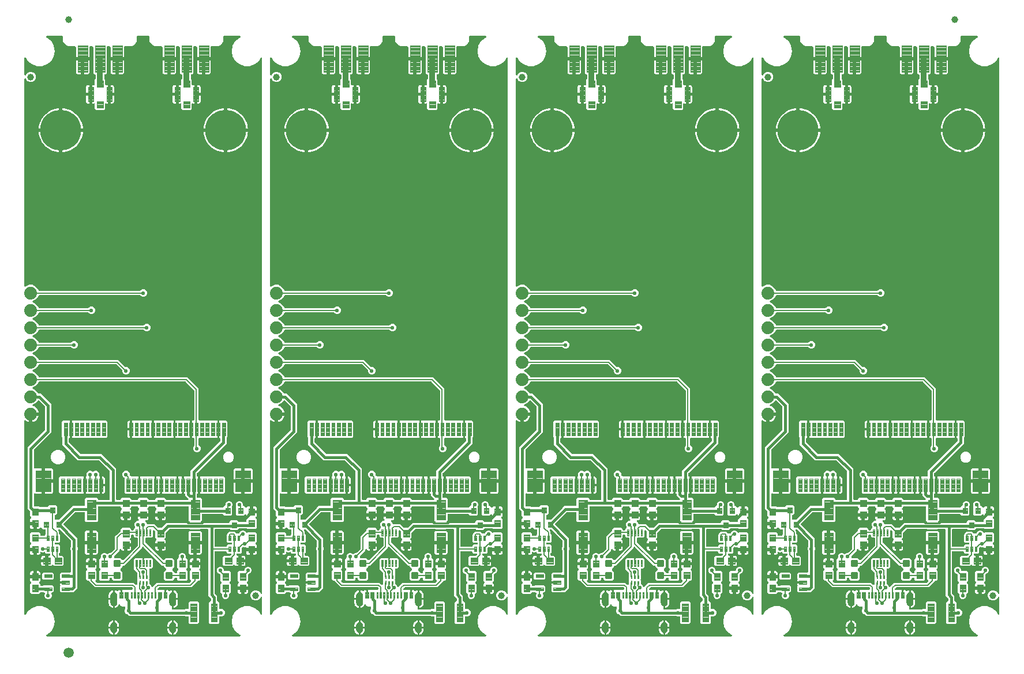
<source format=gtl>
G04 EAGLE Gerber RS-274X export*
G75*
%MOMM*%
%FSLAX34Y34*%
%LPD*%
%INTop Copper*%
%IPPOS*%
%AMOC8*
5,1,8,0,0,1.08239X$1,22.5*%
G01*
%ADD10C,1.000000*%
%ADD11C,0.102000*%
%ADD12C,0.654000*%
%ADD13C,0.100000*%
%ADD14C,0.102500*%
%ADD15C,0.104000*%
%ADD16C,0.300000*%
%ADD17C,1.879600*%
%ADD18C,0.105000*%
%ADD19C,6.000000*%
%ADD20C,0.098000*%
%ADD21C,0.092000*%
%ADD22C,0.099000*%
%ADD23C,1.500000*%
%ADD24C,0.554000*%
%ADD25C,0.152400*%
%ADD26C,0.406400*%
%ADD27C,0.254000*%
%ADD28C,0.203200*%
%ADD29C,0.812800*%

G36*
X494100Y3307D02*
X494100Y3307D01*
X494135Y3305D01*
X494258Y3327D01*
X494381Y3343D01*
X494414Y3355D01*
X494448Y3362D01*
X494561Y3414D01*
X494677Y3460D01*
X494688Y3468D01*
X494727Y3450D01*
X494831Y3392D01*
X494870Y3382D01*
X494907Y3365D01*
X495024Y3343D01*
X495139Y3313D01*
X495199Y3309D01*
X495219Y3305D01*
X495220Y3305D01*
X495240Y3307D01*
X495300Y3303D01*
X495418Y3318D01*
X495537Y3325D01*
X495575Y3338D01*
X495616Y3343D01*
X495726Y3386D01*
X495840Y3423D01*
X495874Y3445D01*
X495911Y3460D01*
X495924Y3469D01*
X496002Y3420D01*
X496035Y3409D01*
X496066Y3392D01*
X496186Y3361D01*
X496305Y3324D01*
X496340Y3322D01*
X496374Y3313D01*
X496534Y3303D01*
X580425Y3303D01*
X580460Y3307D01*
X580495Y3305D01*
X580618Y3327D01*
X580741Y3343D01*
X580774Y3355D01*
X580808Y3362D01*
X580921Y3414D01*
X581037Y3460D01*
X581048Y3468D01*
X581087Y3450D01*
X581191Y3392D01*
X581230Y3382D01*
X581267Y3365D01*
X581384Y3343D01*
X581499Y3313D01*
X581559Y3309D01*
X581579Y3305D01*
X581580Y3305D01*
X581600Y3307D01*
X581660Y3303D01*
X581778Y3318D01*
X581897Y3325D01*
X581935Y3338D01*
X581976Y3343D01*
X582086Y3386D01*
X582200Y3423D01*
X582234Y3445D01*
X582271Y3460D01*
X582284Y3469D01*
X582362Y3420D01*
X582395Y3409D01*
X582426Y3392D01*
X582546Y3361D01*
X582665Y3324D01*
X582700Y3322D01*
X582734Y3313D01*
X582894Y3303D01*
X679781Y3303D01*
X679878Y3315D01*
X679975Y3318D01*
X680035Y3335D01*
X680097Y3343D01*
X680187Y3378D01*
X680281Y3405D01*
X680335Y3437D01*
X680392Y3460D01*
X680471Y3517D01*
X680555Y3566D01*
X680599Y3610D01*
X680650Y3646D01*
X680712Y3722D01*
X680781Y3790D01*
X680813Y3843D01*
X680853Y3891D01*
X680894Y3980D01*
X680944Y4063D01*
X680962Y4123D01*
X680988Y4179D01*
X681006Y4275D01*
X681034Y4368D01*
X681036Y4430D01*
X681048Y4491D01*
X681042Y4589D01*
X681045Y4686D01*
X681032Y4747D01*
X681028Y4809D01*
X680998Y4901D01*
X680977Y4997D01*
X680949Y5052D01*
X680930Y5111D01*
X680878Y5194D01*
X680834Y5281D01*
X680793Y5328D01*
X680760Y5380D01*
X680689Y5447D01*
X680625Y5520D01*
X680574Y5555D01*
X680528Y5598D01*
X680443Y5645D01*
X680363Y5700D01*
X680267Y5742D01*
X680250Y5752D01*
X680239Y5754D01*
X680215Y5765D01*
X679660Y5967D01*
X673690Y10976D01*
X669794Y17725D01*
X668440Y25400D01*
X669794Y33075D01*
X673690Y39824D01*
X679660Y44833D01*
X686983Y47499D01*
X694777Y47499D01*
X702100Y44833D01*
X708070Y39824D01*
X710609Y35426D01*
X710697Y35310D01*
X710782Y35192D01*
X710793Y35184D01*
X710801Y35173D01*
X710915Y35083D01*
X711027Y34989D01*
X711040Y34984D01*
X711050Y34975D01*
X711184Y34916D01*
X711315Y34854D01*
X711328Y34851D01*
X711341Y34846D01*
X711485Y34821D01*
X711628Y34794D01*
X711641Y34795D01*
X711654Y34793D01*
X711800Y34805D01*
X711945Y34814D01*
X711958Y34818D01*
X711971Y34819D01*
X712109Y34867D01*
X712247Y34912D01*
X712259Y34919D01*
X712272Y34924D01*
X712393Y35004D01*
X712516Y35082D01*
X712525Y35092D01*
X712537Y35099D01*
X712634Y35207D01*
X712734Y35314D01*
X712741Y35326D01*
X712750Y35336D01*
X712817Y35464D01*
X712888Y35592D01*
X712891Y35605D01*
X712897Y35617D01*
X712931Y35759D01*
X712967Y35900D01*
X712968Y35918D01*
X712970Y35927D01*
X712970Y35944D01*
X712977Y36061D01*
X712977Y60101D01*
X712969Y60170D01*
X712970Y60240D01*
X712949Y60328D01*
X712937Y60417D01*
X712912Y60482D01*
X712895Y60550D01*
X712853Y60629D01*
X712820Y60712D01*
X712779Y60769D01*
X712747Y60831D01*
X712686Y60897D01*
X712634Y60970D01*
X712580Y61014D01*
X712533Y61066D01*
X712458Y61115D01*
X712389Y61173D01*
X712325Y61202D01*
X712267Y61241D01*
X712182Y61270D01*
X712101Y61308D01*
X712032Y61321D01*
X711966Y61344D01*
X711877Y61351D01*
X711789Y61368D01*
X711719Y61364D01*
X711649Y61369D01*
X711561Y61354D01*
X711471Y61348D01*
X711405Y61327D01*
X711336Y61315D01*
X711254Y61278D01*
X711169Y61250D01*
X711110Y61213D01*
X711046Y61184D01*
X710976Y61128D01*
X710900Y61080D01*
X710852Y61029D01*
X710798Y60986D01*
X710743Y60914D01*
X710682Y60848D01*
X710648Y60787D01*
X710606Y60732D01*
X710535Y60587D01*
X709973Y59229D01*
X707851Y57107D01*
X705080Y55959D01*
X702080Y55959D01*
X699309Y57107D01*
X697187Y59229D01*
X696039Y62000D01*
X696039Y65000D01*
X697187Y67771D01*
X699309Y69893D01*
X702080Y71041D01*
X705080Y71041D01*
X707851Y69893D01*
X709973Y67771D01*
X710535Y66413D01*
X710570Y66352D01*
X710596Y66288D01*
X710648Y66215D01*
X710693Y66137D01*
X710741Y66087D01*
X710782Y66030D01*
X710852Y65973D01*
X710914Y65908D01*
X710974Y65872D01*
X711027Y65827D01*
X711109Y65789D01*
X711185Y65742D01*
X711252Y65722D01*
X711315Y65692D01*
X711403Y65675D01*
X711489Y65648D01*
X711559Y65645D01*
X711628Y65632D01*
X711717Y65638D01*
X711807Y65633D01*
X711875Y65647D01*
X711945Y65652D01*
X712030Y65679D01*
X712118Y65698D01*
X712181Y65728D01*
X712247Y65750D01*
X712323Y65798D01*
X712404Y65837D01*
X712457Y65883D01*
X712516Y65920D01*
X712578Y65985D01*
X712646Y66044D01*
X712686Y66101D01*
X712734Y66152D01*
X712777Y66230D01*
X712829Y66304D01*
X712854Y66369D01*
X712888Y66430D01*
X712910Y66517D01*
X712942Y66601D01*
X712950Y66671D01*
X712967Y66738D01*
X712977Y66899D01*
X712977Y852939D01*
X712959Y853084D01*
X712944Y853229D01*
X712939Y853241D01*
X712937Y853255D01*
X712884Y853390D01*
X712833Y853527D01*
X712825Y853538D01*
X712820Y853550D01*
X712735Y853668D01*
X712652Y853788D01*
X712642Y853797D01*
X712634Y853808D01*
X712521Y853901D01*
X712411Y853996D01*
X712399Y854002D01*
X712389Y854011D01*
X712257Y854072D01*
X712126Y854138D01*
X712113Y854140D01*
X712101Y854146D01*
X711959Y854173D01*
X711815Y854204D01*
X711802Y854203D01*
X711789Y854206D01*
X711644Y854197D01*
X711498Y854191D01*
X711485Y854187D01*
X711471Y854186D01*
X711333Y854141D01*
X711193Y854099D01*
X711181Y854092D01*
X711169Y854088D01*
X711045Y854010D01*
X710921Y853935D01*
X710911Y853925D01*
X710900Y853918D01*
X710800Y853812D01*
X710698Y853708D01*
X710688Y853693D01*
X710682Y853686D01*
X710674Y853671D01*
X710609Y853574D01*
X708070Y849176D01*
X702100Y844167D01*
X694777Y841501D01*
X686983Y841501D01*
X679660Y844167D01*
X673690Y849176D01*
X669794Y855925D01*
X668440Y863600D01*
X669794Y871275D01*
X673690Y878024D01*
X679660Y883033D01*
X680215Y883235D01*
X680302Y883280D01*
X680392Y883316D01*
X680443Y883352D01*
X680498Y883381D01*
X680571Y883445D01*
X680650Y883502D01*
X680689Y883550D01*
X680736Y883592D01*
X680790Y883672D01*
X680853Y883747D01*
X680879Y883804D01*
X680914Y883855D01*
X680947Y883947D01*
X680988Y884035D01*
X681000Y884096D01*
X681021Y884155D01*
X681030Y884252D01*
X681048Y884348D01*
X681044Y884410D01*
X681050Y884472D01*
X681034Y884568D01*
X681028Y884665D01*
X681009Y884724D01*
X680999Y884786D01*
X680960Y884875D01*
X680930Y884967D01*
X680897Y885020D01*
X680872Y885077D01*
X680812Y885154D01*
X680760Y885236D01*
X680715Y885279D01*
X680676Y885328D01*
X680599Y885387D01*
X680528Y885454D01*
X680474Y885484D01*
X680425Y885522D01*
X680335Y885561D01*
X680250Y885608D01*
X680190Y885623D01*
X680132Y885648D01*
X680036Y885663D01*
X679942Y885687D01*
X679838Y885694D01*
X679818Y885697D01*
X679807Y885696D01*
X679781Y885697D01*
X657352Y885697D01*
X657234Y885682D01*
X657115Y885675D01*
X657077Y885662D01*
X657036Y885657D01*
X656926Y885614D01*
X656813Y885577D01*
X656778Y885555D01*
X656741Y885540D01*
X656645Y885471D01*
X656544Y885407D01*
X656516Y885377D01*
X656483Y885354D01*
X656407Y885262D01*
X656326Y885175D01*
X656306Y885140D01*
X656281Y885109D01*
X656230Y885001D01*
X656172Y884897D01*
X656162Y884857D01*
X656145Y884821D01*
X656123Y884704D01*
X656093Y884589D01*
X656089Y884529D01*
X656085Y884509D01*
X656087Y884488D01*
X656083Y884428D01*
X656083Y877524D01*
X653496Y873044D01*
X649016Y870457D01*
X638690Y870457D01*
X638572Y870442D01*
X638453Y870435D01*
X638415Y870422D01*
X638374Y870417D01*
X638264Y870374D01*
X638151Y870337D01*
X638116Y870315D01*
X638079Y870300D01*
X637983Y870231D01*
X637882Y870167D01*
X637854Y870137D01*
X637821Y870114D01*
X637745Y870022D01*
X637664Y869935D01*
X637644Y869900D01*
X637619Y869869D01*
X637568Y869761D01*
X637510Y869657D01*
X637500Y869617D01*
X637483Y869581D01*
X637461Y869464D01*
X637431Y869349D01*
X637427Y869289D01*
X637423Y869269D01*
X637425Y869248D01*
X637421Y869188D01*
X637421Y854709D01*
X628650Y854709D01*
X628532Y854694D01*
X628413Y854687D01*
X628375Y854674D01*
X628335Y854669D01*
X628224Y854625D01*
X628111Y854589D01*
X628076Y854567D01*
X628039Y854552D01*
X627943Y854482D01*
X627842Y854419D01*
X627814Y854389D01*
X627782Y854365D01*
X627706Y854274D01*
X627624Y854187D01*
X627605Y854152D01*
X627579Y854120D01*
X627528Y854013D01*
X627471Y853909D01*
X627460Y853869D01*
X627443Y853833D01*
X627421Y853716D01*
X627391Y853601D01*
X627387Y853540D01*
X627383Y853520D01*
X627385Y853500D01*
X627381Y853440D01*
X627381Y852169D01*
X627379Y852169D01*
X627379Y853440D01*
X627364Y853558D01*
X627357Y853677D01*
X627344Y853715D01*
X627339Y853755D01*
X627295Y853866D01*
X627259Y853979D01*
X627237Y854014D01*
X627222Y854051D01*
X627152Y854147D01*
X627089Y854248D01*
X627059Y854276D01*
X627035Y854308D01*
X626944Y854384D01*
X626857Y854466D01*
X626822Y854485D01*
X626790Y854511D01*
X626683Y854562D01*
X626579Y854619D01*
X626539Y854630D01*
X626503Y854647D01*
X626386Y854669D01*
X626271Y854699D01*
X626210Y854703D01*
X626190Y854707D01*
X626170Y854705D01*
X626110Y854709D01*
X617339Y854709D01*
X617339Y869188D01*
X617324Y869306D01*
X617317Y869425D01*
X617304Y869463D01*
X617299Y869504D01*
X617256Y869614D01*
X617219Y869727D01*
X617197Y869762D01*
X617182Y869799D01*
X617113Y869895D01*
X617049Y869996D01*
X617019Y870024D01*
X616996Y870057D01*
X616904Y870133D01*
X616817Y870214D01*
X616782Y870234D01*
X616751Y870259D01*
X616643Y870310D01*
X616539Y870368D01*
X616499Y870378D01*
X616463Y870395D01*
X616346Y870417D01*
X616231Y870447D01*
X616171Y870451D01*
X616151Y870455D01*
X616130Y870453D01*
X616070Y870457D01*
X613290Y870457D01*
X613172Y870442D01*
X613053Y870435D01*
X613015Y870422D01*
X612974Y870417D01*
X612864Y870374D01*
X612751Y870337D01*
X612716Y870315D01*
X612679Y870300D01*
X612583Y870231D01*
X612482Y870167D01*
X612454Y870137D01*
X612421Y870114D01*
X612345Y870022D01*
X612264Y869935D01*
X612244Y869900D01*
X612219Y869869D01*
X612168Y869761D01*
X612110Y869657D01*
X612100Y869617D01*
X612083Y869581D01*
X612061Y869464D01*
X612031Y869349D01*
X612027Y869289D01*
X612023Y869269D01*
X612025Y869248D01*
X612021Y869188D01*
X612021Y831425D01*
X610225Y829629D01*
X609854Y829629D01*
X609736Y829614D01*
X609617Y829607D01*
X609579Y829594D01*
X609538Y829589D01*
X609428Y829546D01*
X609315Y829509D01*
X609280Y829487D01*
X609243Y829472D01*
X609147Y829403D01*
X609046Y829339D01*
X609018Y829309D01*
X608985Y829286D01*
X608909Y829194D01*
X608828Y829107D01*
X608808Y829072D01*
X608783Y829041D01*
X608732Y828933D01*
X608674Y828829D01*
X608664Y828789D01*
X608647Y828753D01*
X608625Y828636D01*
X608595Y828521D01*
X608591Y828461D01*
X608587Y828441D01*
X608589Y828420D01*
X608585Y828360D01*
X608585Y822821D01*
X608597Y822723D01*
X608600Y822624D01*
X608617Y822566D01*
X608625Y822506D01*
X608661Y822414D01*
X608689Y822318D01*
X608719Y822266D01*
X608742Y822210D01*
X608800Y822130D01*
X608850Y822045D01*
X608916Y821969D01*
X608928Y821953D01*
X608938Y821945D01*
X608957Y821924D01*
X609521Y821360D01*
X609521Y814741D01*
X609536Y814616D01*
X609546Y814491D01*
X609556Y814459D01*
X609561Y814425D01*
X609607Y814309D01*
X609647Y814189D01*
X609665Y814161D01*
X609678Y814130D01*
X609751Y814028D01*
X609820Y813922D01*
X609845Y813900D01*
X609864Y813872D01*
X609961Y813792D01*
X610054Y813707D01*
X610083Y813691D01*
X610109Y813669D01*
X610223Y813616D01*
X610334Y813556D01*
X610367Y813548D01*
X610397Y813534D01*
X610521Y813510D01*
X610643Y813480D01*
X610676Y813480D01*
X610709Y813474D01*
X610835Y813482D01*
X610961Y813483D01*
X611009Y813493D01*
X611027Y813494D01*
X611047Y813501D01*
X611119Y813515D01*
X611588Y813641D01*
X613606Y813641D01*
X613606Y800955D01*
X613621Y800837D01*
X613628Y800718D01*
X613640Y800680D01*
X613646Y800640D01*
X613689Y800529D01*
X613726Y800416D01*
X613748Y800382D01*
X613763Y800344D01*
X613832Y800248D01*
X613896Y800147D01*
X613926Y800119D01*
X613944Y800095D01*
X613930Y800079D01*
X613849Y799992D01*
X613829Y799957D01*
X613804Y799925D01*
X613753Y799818D01*
X613695Y799713D01*
X613685Y799674D01*
X613668Y799638D01*
X613646Y799521D01*
X613616Y799405D01*
X613612Y799345D01*
X613608Y799325D01*
X613610Y799305D01*
X613606Y799245D01*
X613606Y786559D01*
X611588Y786559D01*
X611119Y786685D01*
X610994Y786702D01*
X610870Y786726D01*
X610837Y786724D01*
X610803Y786728D01*
X610678Y786714D01*
X610553Y786706D01*
X610521Y786696D01*
X610488Y786692D01*
X610370Y786647D01*
X610251Y786608D01*
X610222Y786590D01*
X610191Y786578D01*
X610088Y786505D01*
X609982Y786438D01*
X609959Y786413D01*
X609931Y786394D01*
X609850Y786298D01*
X609764Y786206D01*
X609748Y786177D01*
X609726Y786151D01*
X609671Y786038D01*
X609610Y785928D01*
X609602Y785895D01*
X609587Y785865D01*
X609562Y785741D01*
X609531Y785620D01*
X609528Y785571D01*
X609524Y785553D01*
X609525Y785531D01*
X609521Y785459D01*
X609521Y778840D01*
X607740Y777059D01*
X596220Y777059D01*
X594439Y778840D01*
X594439Y785459D01*
X594423Y785584D01*
X594414Y785709D01*
X594404Y785741D01*
X594399Y785775D01*
X594353Y785892D01*
X594313Y786011D01*
X594295Y786039D01*
X594282Y786070D01*
X594209Y786172D01*
X594140Y786278D01*
X594115Y786301D01*
X594096Y786328D01*
X593999Y786408D01*
X593906Y786493D01*
X593877Y786509D01*
X593851Y786531D01*
X593737Y786584D01*
X593626Y786644D01*
X593593Y786652D01*
X593563Y786666D01*
X593440Y786690D01*
X593317Y786720D01*
X593284Y786720D01*
X593251Y786726D01*
X593125Y786718D01*
X592999Y786717D01*
X592951Y786707D01*
X592933Y786706D01*
X592913Y786699D01*
X592841Y786685D01*
X592372Y786559D01*
X590354Y786559D01*
X590354Y799245D01*
X590339Y799363D01*
X590332Y799482D01*
X590319Y799520D01*
X590314Y799560D01*
X590271Y799671D01*
X590234Y799784D01*
X590212Y799818D01*
X590197Y799856D01*
X590128Y799952D01*
X590064Y800053D01*
X590034Y800081D01*
X590016Y800105D01*
X590030Y800121D01*
X590111Y800208D01*
X590131Y800243D01*
X590156Y800275D01*
X590207Y800382D01*
X590265Y800487D01*
X590275Y800526D01*
X590292Y800562D01*
X590314Y800679D01*
X590344Y800795D01*
X590348Y800855D01*
X590352Y800875D01*
X590350Y800895D01*
X590354Y800955D01*
X590354Y813641D01*
X592372Y813641D01*
X592841Y813515D01*
X592966Y813498D01*
X593090Y813474D01*
X593123Y813476D01*
X593157Y813472D01*
X593282Y813486D01*
X593407Y813494D01*
X593439Y813504D01*
X593472Y813508D01*
X593590Y813553D01*
X593709Y813592D01*
X593738Y813610D01*
X593769Y813622D01*
X593872Y813695D01*
X593978Y813762D01*
X594001Y813787D01*
X594029Y813806D01*
X594110Y813902D01*
X594196Y813994D01*
X594212Y814023D01*
X594234Y814049D01*
X594289Y814162D01*
X594350Y814272D01*
X594358Y814305D01*
X594373Y814335D01*
X594398Y814458D01*
X594429Y814580D01*
X594432Y814629D01*
X594436Y814647D01*
X594435Y814669D01*
X594439Y814741D01*
X594439Y821360D01*
X595003Y821924D01*
X595064Y822002D01*
X595132Y822074D01*
X595161Y822127D01*
X595198Y822175D01*
X595238Y822266D01*
X595286Y822353D01*
X595301Y822411D01*
X595325Y822467D01*
X595340Y822565D01*
X595365Y822661D01*
X595371Y822761D01*
X595375Y822781D01*
X595373Y822793D01*
X595375Y822821D01*
X595375Y828360D01*
X595360Y828478D01*
X595353Y828597D01*
X595340Y828635D01*
X595335Y828676D01*
X595292Y828786D01*
X595255Y828899D01*
X595233Y828934D01*
X595218Y828971D01*
X595149Y829067D01*
X595085Y829168D01*
X595055Y829196D01*
X595032Y829229D01*
X594940Y829305D01*
X594853Y829386D01*
X594818Y829406D01*
X594787Y829431D01*
X594679Y829482D01*
X594575Y829540D01*
X594535Y829550D01*
X594499Y829567D01*
X594382Y829589D01*
X594267Y829619D01*
X594207Y829623D01*
X594187Y829627D01*
X594166Y829625D01*
X594106Y829629D01*
X593735Y829629D01*
X591939Y831425D01*
X591939Y869188D01*
X591924Y869306D01*
X591917Y869425D01*
X591904Y869463D01*
X591899Y869504D01*
X591856Y869614D01*
X591819Y869727D01*
X591797Y869762D01*
X591782Y869799D01*
X591713Y869895D01*
X591649Y869996D01*
X591619Y870024D01*
X591596Y870057D01*
X591504Y870133D01*
X591417Y870214D01*
X591382Y870234D01*
X591351Y870259D01*
X591243Y870310D01*
X591139Y870368D01*
X591099Y870378D01*
X591063Y870395D01*
X590946Y870417D01*
X590831Y870447D01*
X590771Y870451D01*
X590751Y870455D01*
X590730Y870453D01*
X590670Y870457D01*
X587890Y870457D01*
X587772Y870442D01*
X587653Y870435D01*
X587615Y870422D01*
X587574Y870417D01*
X587464Y870374D01*
X587351Y870337D01*
X587316Y870315D01*
X587279Y870300D01*
X587183Y870231D01*
X587082Y870167D01*
X587054Y870137D01*
X587021Y870114D01*
X586945Y870022D01*
X586864Y869935D01*
X586844Y869900D01*
X586819Y869869D01*
X586768Y869761D01*
X586710Y869657D01*
X586700Y869617D01*
X586683Y869581D01*
X586661Y869464D01*
X586631Y869349D01*
X586627Y869289D01*
X586623Y869269D01*
X586625Y869248D01*
X586621Y869188D01*
X586621Y854709D01*
X577850Y854709D01*
X577732Y854694D01*
X577613Y854687D01*
X577575Y854674D01*
X577535Y854669D01*
X577424Y854625D01*
X577311Y854589D01*
X577276Y854567D01*
X577239Y854552D01*
X577143Y854482D01*
X577042Y854419D01*
X577014Y854389D01*
X576982Y854365D01*
X576906Y854274D01*
X576824Y854187D01*
X576805Y854152D01*
X576779Y854120D01*
X576728Y854013D01*
X576671Y853909D01*
X576660Y853869D01*
X576643Y853833D01*
X576621Y853716D01*
X576591Y853601D01*
X576587Y853540D01*
X576583Y853520D01*
X576585Y853500D01*
X576581Y853440D01*
X576581Y852169D01*
X576579Y852169D01*
X576579Y853440D01*
X576564Y853558D01*
X576557Y853677D01*
X576544Y853715D01*
X576539Y853755D01*
X576495Y853866D01*
X576459Y853979D01*
X576437Y854014D01*
X576422Y854051D01*
X576352Y854147D01*
X576289Y854248D01*
X576259Y854276D01*
X576235Y854308D01*
X576144Y854384D01*
X576057Y854466D01*
X576022Y854485D01*
X575990Y854511D01*
X575883Y854562D01*
X575779Y854619D01*
X575739Y854630D01*
X575703Y854647D01*
X575586Y854669D01*
X575471Y854699D01*
X575410Y854703D01*
X575390Y854707D01*
X575370Y854705D01*
X575310Y854709D01*
X566539Y854709D01*
X566539Y869188D01*
X566524Y869306D01*
X566517Y869425D01*
X566504Y869463D01*
X566499Y869504D01*
X566456Y869614D01*
X566419Y869727D01*
X566397Y869762D01*
X566382Y869799D01*
X566313Y869895D01*
X566249Y869996D01*
X566219Y870024D01*
X566196Y870057D01*
X566104Y870133D01*
X566017Y870214D01*
X565982Y870234D01*
X565951Y870259D01*
X565843Y870310D01*
X565739Y870368D01*
X565699Y870378D01*
X565663Y870395D01*
X565546Y870417D01*
X565431Y870447D01*
X565371Y870451D01*
X565351Y870455D01*
X565330Y870453D01*
X565270Y870457D01*
X554944Y870457D01*
X550464Y873044D01*
X547877Y877524D01*
X547877Y884428D01*
X547862Y884546D01*
X547855Y884665D01*
X547842Y884703D01*
X547837Y884744D01*
X547794Y884854D01*
X547757Y884967D01*
X547735Y885002D01*
X547720Y885039D01*
X547651Y885135D01*
X547587Y885236D01*
X547557Y885264D01*
X547534Y885297D01*
X547442Y885373D01*
X547355Y885454D01*
X547320Y885474D01*
X547289Y885499D01*
X547181Y885550D01*
X547077Y885608D01*
X547037Y885618D01*
X547001Y885635D01*
X546884Y885657D01*
X546769Y885687D01*
X546709Y885691D01*
X546689Y885695D01*
X546668Y885693D01*
X546608Y885697D01*
X530352Y885697D01*
X530234Y885682D01*
X530115Y885675D01*
X530077Y885662D01*
X530036Y885657D01*
X529926Y885614D01*
X529813Y885577D01*
X529778Y885555D01*
X529741Y885540D01*
X529645Y885471D01*
X529544Y885407D01*
X529516Y885377D01*
X529483Y885354D01*
X529407Y885262D01*
X529326Y885175D01*
X529306Y885140D01*
X529281Y885109D01*
X529230Y885001D01*
X529172Y884897D01*
X529162Y884857D01*
X529145Y884821D01*
X529123Y884704D01*
X529093Y884589D01*
X529089Y884529D01*
X529085Y884509D01*
X529087Y884488D01*
X529083Y884428D01*
X529083Y877524D01*
X526496Y873044D01*
X522016Y870457D01*
X511690Y870457D01*
X511572Y870442D01*
X511453Y870435D01*
X511415Y870422D01*
X511374Y870417D01*
X511264Y870374D01*
X511151Y870337D01*
X511116Y870315D01*
X511079Y870300D01*
X510983Y870231D01*
X510882Y870167D01*
X510854Y870137D01*
X510821Y870114D01*
X510745Y870022D01*
X510664Y869935D01*
X510644Y869900D01*
X510619Y869869D01*
X510568Y869761D01*
X510510Y869657D01*
X510500Y869617D01*
X510483Y869581D01*
X510461Y869464D01*
X510431Y869349D01*
X510427Y869289D01*
X510423Y869269D01*
X510425Y869248D01*
X510421Y869188D01*
X510421Y854709D01*
X501650Y854709D01*
X501532Y854694D01*
X501413Y854687D01*
X501375Y854674D01*
X501335Y854669D01*
X501224Y854625D01*
X501111Y854589D01*
X501076Y854567D01*
X501039Y854552D01*
X500943Y854482D01*
X500842Y854419D01*
X500814Y854389D01*
X500782Y854365D01*
X500706Y854274D01*
X500624Y854187D01*
X500605Y854152D01*
X500579Y854120D01*
X500528Y854013D01*
X500471Y853909D01*
X500460Y853869D01*
X500443Y853833D01*
X500421Y853716D01*
X500391Y853601D01*
X500387Y853540D01*
X500383Y853520D01*
X500385Y853500D01*
X500381Y853440D01*
X500381Y852169D01*
X500379Y852169D01*
X500379Y853440D01*
X500364Y853558D01*
X500357Y853677D01*
X500344Y853715D01*
X500339Y853755D01*
X500295Y853866D01*
X500259Y853979D01*
X500237Y854014D01*
X500222Y854051D01*
X500152Y854147D01*
X500089Y854248D01*
X500059Y854276D01*
X500035Y854308D01*
X499944Y854384D01*
X499857Y854466D01*
X499822Y854485D01*
X499790Y854511D01*
X499683Y854562D01*
X499579Y854619D01*
X499539Y854630D01*
X499503Y854647D01*
X499386Y854669D01*
X499271Y854699D01*
X499210Y854703D01*
X499190Y854707D01*
X499170Y854705D01*
X499110Y854709D01*
X490339Y854709D01*
X490339Y869188D01*
X490324Y869306D01*
X490317Y869425D01*
X490304Y869463D01*
X490299Y869504D01*
X490256Y869614D01*
X490219Y869727D01*
X490197Y869762D01*
X490182Y869799D01*
X490113Y869895D01*
X490049Y869996D01*
X490019Y870024D01*
X489996Y870057D01*
X489904Y870133D01*
X489817Y870214D01*
X489782Y870234D01*
X489751Y870259D01*
X489643Y870310D01*
X489539Y870368D01*
X489499Y870378D01*
X489463Y870395D01*
X489346Y870417D01*
X489231Y870447D01*
X489171Y870451D01*
X489151Y870455D01*
X489130Y870453D01*
X489070Y870457D01*
X486290Y870457D01*
X486172Y870442D01*
X486053Y870435D01*
X486015Y870422D01*
X485974Y870417D01*
X485864Y870374D01*
X485751Y870337D01*
X485716Y870315D01*
X485679Y870300D01*
X485583Y870231D01*
X485482Y870167D01*
X485454Y870137D01*
X485421Y870114D01*
X485345Y870022D01*
X485264Y869935D01*
X485244Y869900D01*
X485219Y869869D01*
X485168Y869761D01*
X485110Y869657D01*
X485100Y869617D01*
X485083Y869581D01*
X485061Y869464D01*
X485031Y869349D01*
X485027Y869289D01*
X485023Y869269D01*
X485025Y869248D01*
X485021Y869188D01*
X485021Y831425D01*
X483225Y829629D01*
X482854Y829629D01*
X482736Y829614D01*
X482617Y829607D01*
X482579Y829594D01*
X482538Y829589D01*
X482428Y829546D01*
X482315Y829509D01*
X482280Y829487D01*
X482243Y829472D01*
X482147Y829403D01*
X482046Y829339D01*
X482018Y829309D01*
X481985Y829286D01*
X481909Y829194D01*
X481828Y829107D01*
X481808Y829072D01*
X481783Y829041D01*
X481732Y828933D01*
X481674Y828829D01*
X481664Y828789D01*
X481647Y828753D01*
X481625Y828636D01*
X481595Y828521D01*
X481591Y828461D01*
X481587Y828441D01*
X481589Y828420D01*
X481585Y828360D01*
X481585Y822821D01*
X481597Y822723D01*
X481600Y822624D01*
X481617Y822566D01*
X481625Y822506D01*
X481661Y822414D01*
X481689Y822319D01*
X481719Y822266D01*
X481742Y822210D01*
X481800Y822130D01*
X481850Y822045D01*
X481916Y821969D01*
X481928Y821953D01*
X481938Y821945D01*
X481956Y821924D01*
X482521Y821360D01*
X482521Y814741D01*
X482536Y814616D01*
X482546Y814491D01*
X482556Y814459D01*
X482561Y814425D01*
X482607Y814309D01*
X482647Y814189D01*
X482665Y814161D01*
X482678Y814130D01*
X482751Y814028D01*
X482820Y813922D01*
X482845Y813900D01*
X482864Y813872D01*
X482961Y813792D01*
X483054Y813707D01*
X483083Y813691D01*
X483109Y813669D01*
X483223Y813616D01*
X483334Y813556D01*
X483367Y813548D01*
X483397Y813534D01*
X483521Y813510D01*
X483643Y813480D01*
X483676Y813480D01*
X483709Y813474D01*
X483835Y813482D01*
X483961Y813483D01*
X484009Y813493D01*
X484027Y813494D01*
X484047Y813501D01*
X484119Y813515D01*
X484588Y813641D01*
X486606Y813641D01*
X486606Y800955D01*
X486621Y800837D01*
X486628Y800718D01*
X486640Y800680D01*
X486646Y800640D01*
X486689Y800529D01*
X486726Y800416D01*
X486748Y800382D01*
X486763Y800344D01*
X486832Y800248D01*
X486896Y800147D01*
X486926Y800119D01*
X486944Y800095D01*
X486930Y800079D01*
X486849Y799992D01*
X486829Y799957D01*
X486804Y799925D01*
X486753Y799818D01*
X486695Y799713D01*
X486685Y799674D01*
X486668Y799638D01*
X486646Y799521D01*
X486616Y799405D01*
X486612Y799345D01*
X486608Y799325D01*
X486610Y799305D01*
X486606Y799245D01*
X486606Y786559D01*
X484588Y786559D01*
X484119Y786685D01*
X483994Y786702D01*
X483870Y786726D01*
X483837Y786724D01*
X483803Y786728D01*
X483678Y786714D01*
X483553Y786706D01*
X483521Y786696D01*
X483488Y786692D01*
X483370Y786647D01*
X483251Y786608D01*
X483222Y786590D01*
X483191Y786578D01*
X483088Y786505D01*
X482982Y786438D01*
X482959Y786413D01*
X482931Y786394D01*
X482850Y786298D01*
X482764Y786206D01*
X482748Y786177D01*
X482726Y786151D01*
X482671Y786038D01*
X482610Y785928D01*
X482602Y785895D01*
X482587Y785865D01*
X482562Y785741D01*
X482531Y785620D01*
X482528Y785571D01*
X482524Y785553D01*
X482525Y785531D01*
X482521Y785459D01*
X482521Y778840D01*
X480740Y777059D01*
X469220Y777059D01*
X467439Y778840D01*
X467439Y785459D01*
X467424Y785584D01*
X467414Y785709D01*
X467404Y785741D01*
X467399Y785775D01*
X467353Y785891D01*
X467313Y786011D01*
X467295Y786039D01*
X467282Y786070D01*
X467209Y786172D01*
X467140Y786278D01*
X467115Y786300D01*
X467096Y786328D01*
X466999Y786408D01*
X466906Y786493D01*
X466877Y786509D01*
X466851Y786531D01*
X466737Y786584D01*
X466626Y786644D01*
X466593Y786652D01*
X466563Y786666D01*
X466439Y786690D01*
X466317Y786720D01*
X466284Y786720D01*
X466251Y786726D01*
X466125Y786718D01*
X465999Y786717D01*
X465951Y786707D01*
X465933Y786706D01*
X465913Y786699D01*
X465841Y786685D01*
X465372Y786559D01*
X463354Y786559D01*
X463354Y799245D01*
X463339Y799363D01*
X463332Y799482D01*
X463319Y799520D01*
X463314Y799560D01*
X463271Y799671D01*
X463234Y799784D01*
X463212Y799818D01*
X463197Y799856D01*
X463128Y799952D01*
X463064Y800053D01*
X463034Y800081D01*
X463016Y800105D01*
X463030Y800121D01*
X463111Y800208D01*
X463131Y800243D01*
X463156Y800275D01*
X463207Y800382D01*
X463265Y800487D01*
X463275Y800526D01*
X463292Y800562D01*
X463314Y800679D01*
X463344Y800795D01*
X463348Y800855D01*
X463352Y800875D01*
X463350Y800895D01*
X463354Y800955D01*
X463354Y813641D01*
X465372Y813641D01*
X465841Y813515D01*
X465966Y813498D01*
X466090Y813474D01*
X466123Y813476D01*
X466157Y813472D01*
X466282Y813486D01*
X466407Y813494D01*
X466439Y813504D01*
X466472Y813508D01*
X466590Y813553D01*
X466709Y813592D01*
X466738Y813610D01*
X466769Y813622D01*
X466872Y813695D01*
X466978Y813762D01*
X467001Y813787D01*
X467029Y813806D01*
X467110Y813902D01*
X467196Y813994D01*
X467212Y814023D01*
X467234Y814049D01*
X467289Y814162D01*
X467350Y814272D01*
X467358Y814305D01*
X467373Y814335D01*
X467398Y814459D01*
X467429Y814580D01*
X467432Y814629D01*
X467436Y814647D01*
X467435Y814669D01*
X467439Y814741D01*
X467439Y821360D01*
X468004Y821924D01*
X468064Y822002D01*
X468132Y822074D01*
X468161Y822127D01*
X468198Y822175D01*
X468238Y822266D01*
X468286Y822353D01*
X468301Y822411D01*
X468325Y822467D01*
X468340Y822565D01*
X468365Y822661D01*
X468371Y822761D01*
X468375Y822781D01*
X468373Y822793D01*
X468375Y822821D01*
X468375Y828360D01*
X468360Y828478D01*
X468353Y828597D01*
X468340Y828635D01*
X468335Y828676D01*
X468292Y828786D01*
X468255Y828899D01*
X468233Y828934D01*
X468218Y828971D01*
X468149Y829067D01*
X468085Y829168D01*
X468055Y829196D01*
X468032Y829229D01*
X467940Y829305D01*
X467853Y829386D01*
X467818Y829406D01*
X467787Y829431D01*
X467679Y829482D01*
X467575Y829540D01*
X467535Y829550D01*
X467499Y829567D01*
X467382Y829589D01*
X467267Y829619D01*
X467207Y829623D01*
X467187Y829627D01*
X467166Y829625D01*
X467106Y829629D01*
X466735Y829629D01*
X464939Y831425D01*
X464939Y869188D01*
X464924Y869306D01*
X464917Y869425D01*
X464904Y869463D01*
X464899Y869504D01*
X464856Y869614D01*
X464819Y869727D01*
X464797Y869762D01*
X464782Y869799D01*
X464713Y869895D01*
X464649Y869996D01*
X464619Y870024D01*
X464596Y870057D01*
X464504Y870133D01*
X464417Y870214D01*
X464382Y870234D01*
X464351Y870259D01*
X464243Y870310D01*
X464139Y870368D01*
X464099Y870378D01*
X464063Y870395D01*
X463946Y870417D01*
X463831Y870447D01*
X463771Y870451D01*
X463751Y870455D01*
X463730Y870453D01*
X463670Y870457D01*
X460890Y870457D01*
X460772Y870442D01*
X460653Y870435D01*
X460615Y870422D01*
X460574Y870417D01*
X460464Y870374D01*
X460351Y870337D01*
X460316Y870315D01*
X460279Y870300D01*
X460183Y870231D01*
X460082Y870167D01*
X460054Y870137D01*
X460021Y870114D01*
X459945Y870022D01*
X459864Y869935D01*
X459844Y869900D01*
X459819Y869869D01*
X459768Y869761D01*
X459710Y869657D01*
X459700Y869617D01*
X459683Y869581D01*
X459661Y869464D01*
X459631Y869349D01*
X459627Y869289D01*
X459623Y869269D01*
X459625Y869248D01*
X459621Y869188D01*
X459621Y854709D01*
X450850Y854709D01*
X450732Y854694D01*
X450613Y854687D01*
X450575Y854674D01*
X450535Y854669D01*
X450424Y854625D01*
X450311Y854589D01*
X450276Y854567D01*
X450239Y854552D01*
X450143Y854482D01*
X450042Y854419D01*
X450014Y854389D01*
X449982Y854365D01*
X449906Y854274D01*
X449824Y854187D01*
X449805Y854152D01*
X449779Y854120D01*
X449728Y854013D01*
X449671Y853909D01*
X449660Y853869D01*
X449643Y853833D01*
X449621Y853716D01*
X449591Y853601D01*
X449587Y853540D01*
X449583Y853520D01*
X449585Y853500D01*
X449581Y853440D01*
X449581Y852169D01*
X449579Y852169D01*
X449579Y853440D01*
X449564Y853558D01*
X449557Y853677D01*
X449544Y853715D01*
X449539Y853755D01*
X449495Y853866D01*
X449459Y853979D01*
X449437Y854014D01*
X449422Y854051D01*
X449352Y854147D01*
X449289Y854248D01*
X449259Y854276D01*
X449235Y854308D01*
X449144Y854384D01*
X449057Y854466D01*
X449022Y854485D01*
X448990Y854511D01*
X448883Y854562D01*
X448779Y854619D01*
X448739Y854630D01*
X448703Y854647D01*
X448586Y854669D01*
X448471Y854699D01*
X448410Y854703D01*
X448390Y854707D01*
X448370Y854705D01*
X448310Y854709D01*
X439539Y854709D01*
X439539Y869188D01*
X439524Y869306D01*
X439517Y869425D01*
X439504Y869463D01*
X439499Y869504D01*
X439456Y869614D01*
X439419Y869727D01*
X439397Y869762D01*
X439382Y869799D01*
X439313Y869895D01*
X439249Y869996D01*
X439219Y870024D01*
X439196Y870057D01*
X439104Y870133D01*
X439017Y870214D01*
X438982Y870234D01*
X438951Y870259D01*
X438843Y870310D01*
X438739Y870368D01*
X438699Y870378D01*
X438663Y870395D01*
X438546Y870417D01*
X438431Y870447D01*
X438371Y870451D01*
X438351Y870455D01*
X438330Y870453D01*
X438270Y870457D01*
X427944Y870457D01*
X423464Y873044D01*
X420877Y877524D01*
X420877Y884428D01*
X420862Y884546D01*
X420855Y884665D01*
X420842Y884703D01*
X420837Y884744D01*
X420794Y884854D01*
X420757Y884967D01*
X420735Y885002D01*
X420720Y885039D01*
X420651Y885135D01*
X420587Y885236D01*
X420557Y885264D01*
X420534Y885297D01*
X420442Y885373D01*
X420355Y885454D01*
X420320Y885474D01*
X420289Y885499D01*
X420181Y885550D01*
X420077Y885608D01*
X420037Y885618D01*
X420001Y885635D01*
X419884Y885657D01*
X419769Y885687D01*
X419709Y885691D01*
X419689Y885695D01*
X419668Y885693D01*
X419608Y885697D01*
X397179Y885697D01*
X397082Y885685D01*
X396985Y885682D01*
X396925Y885665D01*
X396863Y885657D01*
X396773Y885622D01*
X396679Y885595D01*
X396625Y885563D01*
X396568Y885540D01*
X396489Y885483D01*
X396405Y885434D01*
X396361Y885390D01*
X396310Y885354D01*
X396248Y885278D01*
X396179Y885210D01*
X396147Y885157D01*
X396107Y885109D01*
X396066Y885020D01*
X396016Y884937D01*
X395998Y884877D01*
X395972Y884821D01*
X395954Y884725D01*
X395926Y884632D01*
X395924Y884570D01*
X395912Y884509D01*
X395918Y884411D01*
X395915Y884314D01*
X395928Y884253D01*
X395932Y884191D01*
X395962Y884099D01*
X395983Y884003D01*
X396011Y883948D01*
X396030Y883889D01*
X396082Y883806D01*
X396126Y883719D01*
X396167Y883672D01*
X396200Y883620D01*
X396271Y883553D01*
X396335Y883480D01*
X396386Y883445D01*
X396432Y883402D01*
X396517Y883355D01*
X396597Y883300D01*
X396693Y883258D01*
X396710Y883248D01*
X396721Y883246D01*
X396745Y883235D01*
X397300Y883033D01*
X403270Y878024D01*
X407166Y871275D01*
X408520Y863600D01*
X407166Y855925D01*
X403270Y849176D01*
X397300Y844167D01*
X389977Y841501D01*
X382183Y841501D01*
X374860Y844167D01*
X368890Y849176D01*
X366351Y853574D01*
X366263Y853690D01*
X366178Y853808D01*
X366167Y853816D01*
X366159Y853827D01*
X366045Y853917D01*
X365933Y854011D01*
X365920Y854016D01*
X365910Y854025D01*
X365776Y854084D01*
X365645Y854146D01*
X365632Y854149D01*
X365619Y854154D01*
X365475Y854179D01*
X365332Y854206D01*
X365319Y854205D01*
X365306Y854207D01*
X365160Y854195D01*
X365015Y854186D01*
X365002Y854182D01*
X364989Y854181D01*
X364851Y854133D01*
X364713Y854088D01*
X364701Y854081D01*
X364688Y854076D01*
X364567Y853996D01*
X364444Y853918D01*
X364435Y853908D01*
X364423Y853901D01*
X364326Y853792D01*
X364226Y853686D01*
X364219Y853674D01*
X364210Y853664D01*
X364143Y853536D01*
X364072Y853408D01*
X364069Y853395D01*
X364063Y853383D01*
X364029Y853241D01*
X363993Y853100D01*
X363992Y853082D01*
X363990Y853073D01*
X363990Y853056D01*
X363983Y852939D01*
X363983Y828899D01*
X363991Y828830D01*
X363990Y828760D01*
X364011Y828672D01*
X364023Y828583D01*
X364048Y828518D01*
X364065Y828450D01*
X364107Y828371D01*
X364140Y828288D01*
X364181Y828231D01*
X364213Y828169D01*
X364274Y828103D01*
X364326Y828030D01*
X364380Y827986D01*
X364427Y827934D01*
X364502Y827885D01*
X364571Y827827D01*
X364635Y827798D01*
X364693Y827759D01*
X364778Y827730D01*
X364859Y827692D01*
X364928Y827679D01*
X364994Y827656D01*
X365083Y827649D01*
X365171Y827632D01*
X365241Y827636D01*
X365311Y827631D01*
X365399Y827646D01*
X365489Y827652D01*
X365555Y827673D01*
X365624Y827685D01*
X365706Y827722D01*
X365791Y827750D01*
X365850Y827787D01*
X365914Y827816D01*
X365984Y827872D01*
X366060Y827920D01*
X366108Y827971D01*
X366162Y828014D01*
X366217Y828086D01*
X366278Y828152D01*
X366312Y828213D01*
X366354Y828268D01*
X366425Y828413D01*
X366987Y829771D01*
X369109Y831893D01*
X371880Y833041D01*
X374880Y833041D01*
X377651Y831893D01*
X379773Y829771D01*
X380921Y827000D01*
X380921Y824000D01*
X379773Y821229D01*
X377651Y819107D01*
X374880Y817959D01*
X371880Y817959D01*
X369109Y819107D01*
X366987Y821229D01*
X366425Y822587D01*
X366390Y822648D01*
X366364Y822712D01*
X366312Y822785D01*
X366267Y822863D01*
X366219Y822913D01*
X366178Y822970D01*
X366108Y823027D01*
X366046Y823092D01*
X365986Y823128D01*
X365933Y823173D01*
X365851Y823211D01*
X365775Y823258D01*
X365708Y823278D01*
X365645Y823308D01*
X365557Y823325D01*
X365471Y823352D01*
X365401Y823355D01*
X365332Y823368D01*
X365243Y823362D01*
X365153Y823367D01*
X365085Y823353D01*
X365015Y823348D01*
X364930Y823321D01*
X364842Y823302D01*
X364779Y823272D01*
X364713Y823250D01*
X364637Y823202D01*
X364556Y823163D01*
X364503Y823117D01*
X364444Y823080D01*
X364382Y823015D01*
X364314Y822956D01*
X364274Y822899D01*
X364226Y822848D01*
X364183Y822770D01*
X364131Y822696D01*
X364106Y822631D01*
X364072Y822570D01*
X364050Y822483D01*
X364018Y822399D01*
X364010Y822329D01*
X363993Y822262D01*
X363983Y822101D01*
X363983Y518551D01*
X364000Y518413D01*
X364013Y518275D01*
X364020Y518256D01*
X364023Y518235D01*
X364074Y518106D01*
X364121Y517975D01*
X364132Y517958D01*
X364140Y517940D01*
X364221Y517827D01*
X364299Y517712D01*
X364315Y517699D01*
X364326Y517682D01*
X364434Y517594D01*
X364538Y517502D01*
X364556Y517492D01*
X364571Y517480D01*
X364697Y517420D01*
X364821Y517357D01*
X364841Y517353D01*
X364859Y517344D01*
X364996Y517318D01*
X365131Y517287D01*
X365152Y517288D01*
X365171Y517284D01*
X365310Y517293D01*
X365449Y517297D01*
X365469Y517303D01*
X365489Y517304D01*
X365621Y517347D01*
X365755Y517385D01*
X365772Y517396D01*
X365791Y517402D01*
X365909Y517476D01*
X366029Y517547D01*
X366050Y517566D01*
X366060Y517572D01*
X366074Y517587D01*
X366150Y517653D01*
X366617Y518121D01*
X371005Y519939D01*
X375755Y519939D01*
X380143Y518121D01*
X383501Y514763D01*
X384610Y512086D01*
X384624Y512061D01*
X384634Y512033D01*
X384703Y511923D01*
X384767Y511810D01*
X384788Y511789D01*
X384804Y511764D01*
X384898Y511675D01*
X384989Y511582D01*
X385014Y511566D01*
X385035Y511546D01*
X385149Y511483D01*
X385260Y511415D01*
X385288Y511407D01*
X385314Y511392D01*
X385440Y511360D01*
X385564Y511322D01*
X385593Y511320D01*
X385622Y511313D01*
X385782Y511303D01*
X533746Y511303D01*
X533845Y511315D01*
X533944Y511318D01*
X534002Y511335D01*
X534062Y511343D01*
X534154Y511379D01*
X534249Y511407D01*
X534301Y511437D01*
X534358Y511460D01*
X534438Y511518D01*
X534523Y511568D01*
X534599Y511634D01*
X534615Y511646D01*
X534623Y511656D01*
X534644Y511674D01*
X535472Y512502D01*
X537424Y513311D01*
X539536Y513311D01*
X541488Y512502D01*
X542982Y511008D01*
X543791Y509056D01*
X543791Y506944D01*
X542982Y504992D01*
X541488Y503498D01*
X539536Y502689D01*
X537424Y502689D01*
X535472Y503498D01*
X534644Y504326D01*
X534566Y504386D01*
X534494Y504454D01*
X534441Y504483D01*
X534393Y504520D01*
X534302Y504560D01*
X534215Y504608D01*
X534157Y504623D01*
X534101Y504647D01*
X534003Y504662D01*
X533907Y504687D01*
X533807Y504693D01*
X533787Y504697D01*
X533774Y504695D01*
X533746Y504697D01*
X385782Y504697D01*
X385753Y504694D01*
X385724Y504696D01*
X385596Y504674D01*
X385467Y504657D01*
X385440Y504647D01*
X385410Y504642D01*
X385292Y504588D01*
X385171Y504540D01*
X385147Y504523D01*
X385120Y504511D01*
X385019Y504430D01*
X384914Y504354D01*
X384895Y504331D01*
X384872Y504312D01*
X384794Y504209D01*
X384711Y504109D01*
X384698Y504082D01*
X384681Y504058D01*
X384610Y503914D01*
X383501Y501237D01*
X380143Y497879D01*
X376748Y496473D01*
X376627Y496404D01*
X376504Y496339D01*
X376489Y496325D01*
X376472Y496315D01*
X376372Y496218D01*
X376269Y496125D01*
X376258Y496108D01*
X376243Y496094D01*
X376170Y495975D01*
X376094Y495859D01*
X376088Y495840D01*
X376077Y495823D01*
X376036Y495690D01*
X375991Y495558D01*
X375989Y495538D01*
X375983Y495519D01*
X375977Y495380D01*
X375966Y495241D01*
X375969Y495221D01*
X375968Y495201D01*
X375996Y495065D01*
X376020Y494928D01*
X376028Y494909D01*
X376033Y494890D01*
X376094Y494764D01*
X376151Y494638D01*
X376163Y494622D01*
X376172Y494604D01*
X376263Y494498D01*
X376349Y494390D01*
X376365Y494377D01*
X376379Y494362D01*
X376492Y494282D01*
X376603Y494198D01*
X376629Y494186D01*
X376639Y494179D01*
X376658Y494172D01*
X376748Y494127D01*
X380143Y492721D01*
X383501Y489363D01*
X384610Y486686D01*
X384624Y486661D01*
X384634Y486633D01*
X384703Y486523D01*
X384767Y486410D01*
X384788Y486389D01*
X384804Y486364D01*
X384898Y486275D01*
X384989Y486182D01*
X385014Y486166D01*
X385035Y486146D01*
X385149Y486083D01*
X385260Y486015D01*
X385288Y486007D01*
X385314Y485992D01*
X385440Y485960D01*
X385564Y485922D01*
X385593Y485920D01*
X385622Y485913D01*
X385782Y485903D01*
X457546Y485903D01*
X457645Y485915D01*
X457744Y485918D01*
X457802Y485935D01*
X457862Y485943D01*
X457954Y485979D01*
X458049Y486007D01*
X458101Y486037D01*
X458158Y486060D01*
X458238Y486118D01*
X458323Y486168D01*
X458399Y486234D01*
X458415Y486246D01*
X458423Y486256D01*
X458444Y486274D01*
X459272Y487102D01*
X461224Y487911D01*
X463336Y487911D01*
X465288Y487102D01*
X466782Y485608D01*
X467591Y483656D01*
X467591Y481544D01*
X466782Y479592D01*
X465288Y478098D01*
X463336Y477289D01*
X461224Y477289D01*
X459272Y478098D01*
X458444Y478926D01*
X458366Y478986D01*
X458294Y479054D01*
X458241Y479083D01*
X458193Y479120D01*
X458102Y479160D01*
X458015Y479208D01*
X457957Y479223D01*
X457901Y479247D01*
X457803Y479262D01*
X457707Y479287D01*
X457607Y479293D01*
X457587Y479297D01*
X457574Y479295D01*
X457546Y479297D01*
X385782Y479297D01*
X385753Y479294D01*
X385724Y479296D01*
X385596Y479274D01*
X385467Y479257D01*
X385440Y479247D01*
X385410Y479242D01*
X385292Y479188D01*
X385171Y479140D01*
X385147Y479123D01*
X385120Y479111D01*
X385019Y479030D01*
X384914Y478954D01*
X384895Y478931D01*
X384872Y478912D01*
X384794Y478809D01*
X384711Y478709D01*
X384698Y478682D01*
X384681Y478658D01*
X384610Y478514D01*
X383501Y475837D01*
X380143Y472479D01*
X376748Y471073D01*
X376627Y471004D01*
X376504Y470939D01*
X376489Y470925D01*
X376472Y470915D01*
X376372Y470818D01*
X376269Y470725D01*
X376258Y470708D01*
X376243Y470694D01*
X376170Y470575D01*
X376094Y470459D01*
X376088Y470440D01*
X376077Y470423D01*
X376036Y470290D01*
X375991Y470158D01*
X375989Y470138D01*
X375983Y470119D01*
X375977Y469980D01*
X375966Y469841D01*
X375969Y469821D01*
X375968Y469801D01*
X375996Y469665D01*
X376020Y469528D01*
X376028Y469509D01*
X376033Y469490D01*
X376094Y469364D01*
X376151Y469238D01*
X376163Y469222D01*
X376172Y469204D01*
X376263Y469098D01*
X376349Y468990D01*
X376365Y468977D01*
X376379Y468962D01*
X376492Y468882D01*
X376603Y468798D01*
X376629Y468786D01*
X376639Y468779D01*
X376658Y468772D01*
X376748Y468727D01*
X380143Y467321D01*
X383501Y463963D01*
X384610Y461286D01*
X384624Y461261D01*
X384634Y461233D01*
X384703Y461123D01*
X384767Y461010D01*
X384788Y460989D01*
X384804Y460964D01*
X384898Y460875D01*
X384989Y460782D01*
X385014Y460766D01*
X385035Y460746D01*
X385149Y460683D01*
X385260Y460615D01*
X385288Y460607D01*
X385314Y460592D01*
X385440Y460560D01*
X385564Y460522D01*
X385593Y460520D01*
X385622Y460513D01*
X385782Y460503D01*
X538826Y460503D01*
X538925Y460515D01*
X539024Y460518D01*
X539082Y460535D01*
X539142Y460543D01*
X539234Y460579D01*
X539329Y460607D01*
X539381Y460637D01*
X539438Y460660D01*
X539518Y460718D01*
X539603Y460768D01*
X539679Y460834D01*
X539695Y460846D01*
X539703Y460856D01*
X539724Y460874D01*
X540552Y461702D01*
X542504Y462511D01*
X544616Y462511D01*
X546568Y461702D01*
X548062Y460208D01*
X548871Y458256D01*
X548871Y456144D01*
X548062Y454192D01*
X546568Y452698D01*
X544616Y451889D01*
X542504Y451889D01*
X540552Y452698D01*
X539724Y453526D01*
X539646Y453586D01*
X539574Y453654D01*
X539521Y453683D01*
X539473Y453720D01*
X539382Y453760D01*
X539295Y453808D01*
X539237Y453823D01*
X539181Y453847D01*
X539083Y453862D01*
X538987Y453887D01*
X538887Y453893D01*
X538867Y453897D01*
X538854Y453895D01*
X538826Y453897D01*
X385782Y453897D01*
X385753Y453894D01*
X385724Y453896D01*
X385596Y453874D01*
X385467Y453857D01*
X385440Y453847D01*
X385410Y453842D01*
X385292Y453788D01*
X385171Y453740D01*
X385147Y453723D01*
X385120Y453711D01*
X385019Y453630D01*
X384914Y453554D01*
X384895Y453531D01*
X384872Y453512D01*
X384794Y453409D01*
X384711Y453309D01*
X384698Y453282D01*
X384681Y453258D01*
X384610Y453114D01*
X383501Y450437D01*
X380143Y447079D01*
X376748Y445673D01*
X376627Y445604D01*
X376504Y445539D01*
X376489Y445525D01*
X376472Y445515D01*
X376372Y445418D01*
X376269Y445325D01*
X376258Y445308D01*
X376243Y445294D01*
X376171Y445176D01*
X376094Y445059D01*
X376088Y445040D01*
X376077Y445023D01*
X376036Y444890D01*
X375991Y444758D01*
X375989Y444738D01*
X375983Y444719D01*
X375977Y444580D01*
X375966Y444441D01*
X375969Y444421D01*
X375968Y444401D01*
X375996Y444265D01*
X376020Y444128D01*
X376028Y444109D01*
X376033Y444090D01*
X376094Y443965D01*
X376151Y443838D01*
X376163Y443822D01*
X376172Y443804D01*
X376263Y443698D01*
X376349Y443590D01*
X376365Y443577D01*
X376379Y443562D01*
X376492Y443482D01*
X376603Y443398D01*
X376629Y443386D01*
X376639Y443379D01*
X376658Y443372D01*
X376748Y443327D01*
X380143Y441921D01*
X383501Y438563D01*
X384610Y435886D01*
X384624Y435861D01*
X384634Y435833D01*
X384703Y435723D01*
X384767Y435610D01*
X384788Y435589D01*
X384804Y435564D01*
X384898Y435475D01*
X384989Y435382D01*
X385014Y435366D01*
X385035Y435346D01*
X385149Y435283D01*
X385260Y435215D01*
X385288Y435207D01*
X385314Y435192D01*
X385440Y435160D01*
X385564Y435122D01*
X385593Y435120D01*
X385622Y435113D01*
X385782Y435103D01*
X432146Y435103D01*
X432245Y435115D01*
X432344Y435118D01*
X432402Y435135D01*
X432462Y435143D01*
X432554Y435179D01*
X432649Y435207D01*
X432701Y435237D01*
X432758Y435260D01*
X432838Y435318D01*
X432923Y435368D01*
X432999Y435434D01*
X433015Y435446D01*
X433023Y435456D01*
X433044Y435474D01*
X433872Y436302D01*
X435824Y437111D01*
X437936Y437111D01*
X439888Y436302D01*
X441382Y434808D01*
X442191Y432856D01*
X442191Y430744D01*
X441382Y428792D01*
X439888Y427298D01*
X437936Y426489D01*
X435824Y426489D01*
X433872Y427298D01*
X433044Y428126D01*
X432966Y428186D01*
X432894Y428254D01*
X432841Y428283D01*
X432793Y428320D01*
X432702Y428360D01*
X432615Y428408D01*
X432557Y428423D01*
X432501Y428447D01*
X432403Y428462D01*
X432307Y428487D01*
X432207Y428493D01*
X432187Y428497D01*
X432174Y428495D01*
X432146Y428497D01*
X385782Y428497D01*
X385753Y428494D01*
X385724Y428496D01*
X385596Y428474D01*
X385467Y428457D01*
X385440Y428447D01*
X385410Y428442D01*
X385292Y428388D01*
X385171Y428340D01*
X385147Y428323D01*
X385120Y428311D01*
X385019Y428230D01*
X384914Y428154D01*
X384895Y428131D01*
X384872Y428112D01*
X384794Y428009D01*
X384711Y427909D01*
X384698Y427882D01*
X384681Y427858D01*
X384610Y427714D01*
X383501Y425037D01*
X380143Y421679D01*
X376748Y420273D01*
X376627Y420204D01*
X376504Y420139D01*
X376489Y420125D01*
X376472Y420115D01*
X376372Y420018D01*
X376269Y419925D01*
X376258Y419908D01*
X376243Y419894D01*
X376171Y419775D01*
X376094Y419659D01*
X376088Y419640D01*
X376077Y419623D01*
X376036Y419490D01*
X375991Y419358D01*
X375989Y419338D01*
X375983Y419319D01*
X375977Y419180D01*
X375966Y419041D01*
X375969Y419021D01*
X375968Y419001D01*
X375996Y418865D01*
X376020Y418728D01*
X376028Y418709D01*
X376032Y418690D01*
X376094Y418564D01*
X376151Y418438D01*
X376163Y418422D01*
X376172Y418404D01*
X376263Y418298D01*
X376349Y418190D01*
X376365Y418177D01*
X376379Y418162D01*
X376492Y418082D01*
X376603Y417998D01*
X376629Y417986D01*
X376639Y417979D01*
X376658Y417972D01*
X376748Y417927D01*
X380143Y416521D01*
X383501Y413163D01*
X384610Y410486D01*
X384624Y410461D01*
X384634Y410433D01*
X384703Y410323D01*
X384767Y410210D01*
X384788Y410189D01*
X384804Y410164D01*
X384898Y410075D01*
X384989Y409982D01*
X385014Y409966D01*
X385035Y409946D01*
X385149Y409883D01*
X385260Y409815D01*
X385288Y409807D01*
X385314Y409792D01*
X385440Y409760D01*
X385564Y409722D01*
X385593Y409720D01*
X385622Y409713D01*
X385782Y409703D01*
X501748Y409703D01*
X512068Y399382D01*
X512147Y399322D01*
X512219Y399254D01*
X512272Y399225D01*
X512320Y399188D01*
X512411Y399148D01*
X512497Y399100D01*
X512556Y399085D01*
X512611Y399061D01*
X512709Y399046D01*
X512805Y399021D01*
X512905Y399015D01*
X512926Y399011D01*
X512938Y399013D01*
X512966Y399011D01*
X514136Y399011D01*
X516088Y398202D01*
X517582Y396708D01*
X518391Y394756D01*
X518391Y392644D01*
X517582Y390692D01*
X516088Y389198D01*
X514136Y388389D01*
X512024Y388389D01*
X510072Y389198D01*
X508578Y390692D01*
X507769Y392644D01*
X507769Y393814D01*
X507757Y393912D01*
X507754Y394011D01*
X507737Y394070D01*
X507729Y394130D01*
X507693Y394222D01*
X507665Y394317D01*
X507635Y394369D01*
X507612Y394425D01*
X507554Y394505D01*
X507504Y394591D01*
X507438Y394666D01*
X507426Y394683D01*
X507416Y394691D01*
X507398Y394712D01*
X499384Y402726D01*
X499305Y402786D01*
X499233Y402854D01*
X499180Y402883D01*
X499132Y402920D01*
X499041Y402960D01*
X498955Y403008D01*
X498896Y403023D01*
X498841Y403047D01*
X498743Y403062D01*
X498647Y403087D01*
X498547Y403093D01*
X498526Y403097D01*
X498514Y403095D01*
X498486Y403097D01*
X385782Y403097D01*
X385753Y403094D01*
X385724Y403096D01*
X385596Y403074D01*
X385467Y403057D01*
X385439Y403047D01*
X385410Y403042D01*
X385292Y402988D01*
X385171Y402940D01*
X385147Y402923D01*
X385120Y402911D01*
X385019Y402830D01*
X384914Y402754D01*
X384895Y402731D01*
X384872Y402712D01*
X384794Y402609D01*
X384711Y402509D01*
X384698Y402482D01*
X384681Y402458D01*
X384610Y402314D01*
X383501Y399637D01*
X380143Y396279D01*
X376748Y394873D01*
X376627Y394804D01*
X376504Y394739D01*
X376489Y394725D01*
X376472Y394715D01*
X376372Y394618D01*
X376269Y394525D01*
X376258Y394508D01*
X376243Y394494D01*
X376171Y394375D01*
X376094Y394259D01*
X376088Y394240D01*
X376077Y394223D01*
X376036Y394090D01*
X375991Y393958D01*
X375989Y393938D01*
X375983Y393919D01*
X375977Y393780D01*
X375966Y393641D01*
X375969Y393621D01*
X375968Y393601D01*
X375996Y393465D01*
X376020Y393328D01*
X376028Y393309D01*
X376032Y393290D01*
X376094Y393164D01*
X376151Y393038D01*
X376163Y393022D01*
X376172Y393004D01*
X376263Y392898D01*
X376349Y392790D01*
X376365Y392777D01*
X376379Y392762D01*
X376492Y392682D01*
X376603Y392598D01*
X376629Y392586D01*
X376639Y392579D01*
X376658Y392572D01*
X376748Y392527D01*
X380143Y391121D01*
X383501Y387763D01*
X384610Y385086D01*
X384624Y385061D01*
X384634Y385033D01*
X384703Y384923D01*
X384767Y384810D01*
X384788Y384789D01*
X384804Y384764D01*
X384898Y384675D01*
X384989Y384582D01*
X385014Y384566D01*
X385035Y384546D01*
X385149Y384483D01*
X385260Y384415D01*
X385288Y384407D01*
X385314Y384392D01*
X385440Y384360D01*
X385564Y384322D01*
X385593Y384320D01*
X385622Y384313D01*
X385782Y384303D01*
X603348Y384303D01*
X619783Y367868D01*
X619783Y321510D01*
X619798Y321392D01*
X619805Y321273D01*
X619818Y321235D01*
X619823Y321194D01*
X619866Y321084D01*
X619903Y320971D01*
X619925Y320936D01*
X619940Y320899D01*
X620009Y320803D01*
X620073Y320702D01*
X620103Y320674D01*
X620126Y320641D01*
X620218Y320565D01*
X620305Y320484D01*
X620340Y320464D01*
X620371Y320439D01*
X620479Y320388D01*
X620583Y320330D01*
X620623Y320320D01*
X620659Y320303D01*
X620776Y320281D01*
X620891Y320251D01*
X620951Y320247D01*
X620971Y320243D01*
X620992Y320245D01*
X621052Y320241D01*
X644338Y320241D01*
X644350Y320236D01*
X644443Y320186D01*
X644495Y320173D01*
X644545Y320151D01*
X644650Y320135D01*
X644752Y320109D01*
X644806Y320110D01*
X644859Y320101D01*
X644964Y320111D01*
X645070Y320112D01*
X645154Y320129D01*
X645176Y320131D01*
X645190Y320137D01*
X645228Y320144D01*
X645588Y320241D01*
X646981Y320241D01*
X646981Y307930D01*
X646996Y307812D01*
X647003Y307693D01*
X647005Y307686D01*
X646991Y307630D01*
X646987Y307570D01*
X646983Y307550D01*
X646985Y307530D01*
X646981Y307470D01*
X646981Y295159D01*
X645588Y295159D01*
X645228Y295256D01*
X645123Y295270D01*
X645020Y295293D01*
X644966Y295292D01*
X644913Y295299D01*
X644808Y295287D01*
X644702Y295284D01*
X644650Y295269D01*
X644597Y295263D01*
X644498Y295225D01*
X644397Y295195D01*
X644350Y295168D01*
X644327Y295159D01*
X621052Y295159D01*
X620934Y295144D01*
X620815Y295137D01*
X620777Y295124D01*
X620736Y295119D01*
X620626Y295076D01*
X620513Y295039D01*
X620478Y295017D01*
X620441Y295002D01*
X620345Y294933D01*
X620244Y294869D01*
X620216Y294839D01*
X620183Y294816D01*
X620107Y294724D01*
X620026Y294637D01*
X620006Y294602D01*
X619981Y294571D01*
X619930Y294463D01*
X619872Y294359D01*
X619862Y294319D01*
X619845Y294283D01*
X619823Y294166D01*
X619793Y294051D01*
X619789Y293991D01*
X619785Y293971D01*
X619787Y293950D01*
X619783Y293890D01*
X619783Y284874D01*
X619795Y284775D01*
X619798Y284676D01*
X619815Y284618D01*
X619823Y284558D01*
X619859Y284466D01*
X619887Y284371D01*
X619917Y284319D01*
X619940Y284262D01*
X619998Y284182D01*
X620048Y284097D01*
X620114Y284021D01*
X620126Y284005D01*
X620136Y283997D01*
X620154Y283976D01*
X621722Y282408D01*
X622531Y280456D01*
X622531Y278344D01*
X621722Y276392D01*
X620228Y274898D01*
X618276Y274089D01*
X616164Y274089D01*
X614212Y274898D01*
X612718Y276392D01*
X611909Y278344D01*
X611909Y280456D01*
X612718Y282408D01*
X612806Y282496D01*
X612866Y282574D01*
X612934Y282646D01*
X612963Y282699D01*
X613000Y282747D01*
X613040Y282838D01*
X613088Y282925D01*
X613103Y282983D01*
X613127Y283039D01*
X613142Y283137D01*
X613167Y283233D01*
X613173Y283333D01*
X613177Y283353D01*
X613175Y283366D01*
X613177Y283394D01*
X613177Y293989D01*
X613162Y294114D01*
X613152Y294239D01*
X613142Y294271D01*
X613137Y294305D01*
X613091Y294421D01*
X613051Y294541D01*
X613033Y294569D01*
X613020Y294600D01*
X612947Y294702D01*
X612878Y294807D01*
X612853Y294830D01*
X612834Y294858D01*
X612737Y294938D01*
X612644Y295023D01*
X612615Y295039D01*
X612589Y295060D01*
X612475Y295114D01*
X612364Y295173D01*
X612331Y295182D01*
X612301Y295196D01*
X612178Y295219D01*
X612055Y295250D01*
X612022Y295249D01*
X611989Y295256D01*
X611863Y295248D01*
X611737Y295247D01*
X611689Y295237D01*
X611671Y295236D01*
X611651Y295229D01*
X611579Y295215D01*
X611372Y295159D01*
X609979Y295159D01*
X609979Y307470D01*
X609964Y307588D01*
X609957Y307707D01*
X609955Y307714D01*
X609969Y307770D01*
X609973Y307830D01*
X609977Y307850D01*
X609975Y307870D01*
X609979Y307930D01*
X609979Y320241D01*
X611372Y320241D01*
X611579Y320185D01*
X611704Y320168D01*
X611828Y320144D01*
X611861Y320146D01*
X611894Y320142D01*
X612020Y320156D01*
X612145Y320164D01*
X612177Y320174D01*
X612210Y320178D01*
X612328Y320223D01*
X612447Y320262D01*
X612476Y320280D01*
X612507Y320292D01*
X612610Y320365D01*
X612716Y320432D01*
X612739Y320457D01*
X612767Y320476D01*
X612848Y320572D01*
X612934Y320664D01*
X612950Y320693D01*
X612972Y320719D01*
X613027Y320832D01*
X613088Y320942D01*
X613096Y320975D01*
X613111Y321005D01*
X613136Y321128D01*
X613167Y321250D01*
X613170Y321299D01*
X613174Y321317D01*
X613173Y321339D01*
X613177Y321411D01*
X613177Y364606D01*
X613165Y364704D01*
X613162Y364803D01*
X613145Y364862D01*
X613137Y364922D01*
X613101Y365014D01*
X613073Y365109D01*
X613043Y365161D01*
X613020Y365217D01*
X612962Y365297D01*
X612912Y365383D01*
X612846Y365458D01*
X612834Y365475D01*
X612824Y365483D01*
X612806Y365504D01*
X600984Y377326D01*
X600905Y377386D01*
X600833Y377454D01*
X600780Y377483D01*
X600732Y377520D01*
X600641Y377560D01*
X600555Y377608D01*
X600496Y377623D01*
X600441Y377647D01*
X600343Y377662D01*
X600247Y377687D01*
X600147Y377693D01*
X600126Y377697D01*
X600114Y377695D01*
X600086Y377697D01*
X385782Y377697D01*
X385753Y377694D01*
X385724Y377696D01*
X385596Y377674D01*
X385467Y377657D01*
X385439Y377647D01*
X385410Y377642D01*
X385292Y377588D01*
X385171Y377540D01*
X385147Y377523D01*
X385120Y377511D01*
X385019Y377430D01*
X384914Y377354D01*
X384895Y377331D01*
X384872Y377312D01*
X384794Y377209D01*
X384711Y377109D01*
X384698Y377082D01*
X384681Y377058D01*
X384610Y376914D01*
X383501Y374237D01*
X380143Y370879D01*
X376748Y369473D01*
X376627Y369404D01*
X376504Y369339D01*
X376489Y369325D01*
X376472Y369315D01*
X376372Y369218D01*
X376269Y369125D01*
X376258Y369108D01*
X376243Y369094D01*
X376171Y368975D01*
X376094Y368859D01*
X376088Y368840D01*
X376077Y368823D01*
X376036Y368690D01*
X375991Y368558D01*
X375989Y368538D01*
X375983Y368519D01*
X375977Y368380D01*
X375966Y368241D01*
X375969Y368221D01*
X375968Y368201D01*
X375996Y368065D01*
X376020Y367928D01*
X376028Y367909D01*
X376032Y367890D01*
X376094Y367764D01*
X376151Y367638D01*
X376163Y367622D01*
X376172Y367604D01*
X376263Y367498D01*
X376349Y367390D01*
X376365Y367377D01*
X376379Y367362D01*
X376492Y367282D01*
X376603Y367198D01*
X376629Y367186D01*
X376639Y367179D01*
X376658Y367172D01*
X376748Y367127D01*
X380143Y365721D01*
X383501Y362363D01*
X384084Y360956D01*
X384098Y360931D01*
X384107Y360903D01*
X384177Y360793D01*
X384241Y360680D01*
X384262Y360659D01*
X384278Y360634D01*
X384372Y360545D01*
X384463Y360452D01*
X384488Y360436D01*
X384509Y360416D01*
X384623Y360353D01*
X384734Y360285D01*
X384762Y360277D01*
X384788Y360262D01*
X384914Y360230D01*
X385038Y360192D01*
X385067Y360190D01*
X385096Y360183D01*
X385256Y360173D01*
X387974Y360173D01*
X403353Y344794D01*
X403353Y302906D01*
X378324Y277878D01*
X378264Y277799D01*
X378196Y277727D01*
X378167Y277674D01*
X378130Y277626D01*
X378090Y277535D01*
X378042Y277449D01*
X378027Y277390D01*
X378003Y277335D01*
X377988Y277237D01*
X377963Y277141D01*
X377957Y277041D01*
X377953Y277020D01*
X377955Y277008D01*
X377953Y276980D01*
X377953Y251179D01*
X377969Y251047D01*
X377980Y250915D01*
X377989Y250890D01*
X377993Y250863D01*
X378041Y250740D01*
X378085Y250615D01*
X378100Y250592D01*
X378110Y250567D01*
X378187Y250460D01*
X378261Y250350D01*
X378281Y250332D01*
X378296Y250310D01*
X378399Y250225D01*
X378497Y250137D01*
X378521Y250124D01*
X378541Y250107D01*
X378661Y250051D01*
X378779Y249989D01*
X378805Y249983D01*
X378829Y249972D01*
X378959Y249947D01*
X379088Y249916D01*
X379115Y249917D01*
X379141Y249912D01*
X379273Y249920D01*
X379406Y249923D01*
X379432Y249930D01*
X379459Y249932D01*
X379585Y249972D01*
X379713Y250008D01*
X379747Y250025D01*
X379761Y250030D01*
X379764Y250032D01*
X380545Y250241D01*
X389441Y250241D01*
X389441Y232970D01*
X389456Y232852D01*
X389463Y232733D01*
X389476Y232695D01*
X389481Y232655D01*
X389524Y232544D01*
X389561Y232431D01*
X389583Y232396D01*
X389598Y232359D01*
X389668Y232263D01*
X389731Y232162D01*
X389761Y232134D01*
X389785Y232102D01*
X389876Y232026D01*
X389963Y231944D01*
X389998Y231925D01*
X390029Y231899D01*
X390137Y231848D01*
X390241Y231791D01*
X390281Y231780D01*
X390317Y231763D01*
X390434Y231741D01*
X390549Y231711D01*
X390610Y231707D01*
X390630Y231703D01*
X390650Y231705D01*
X390710Y231701D01*
X391981Y231701D01*
X391981Y231699D01*
X390710Y231699D01*
X390592Y231684D01*
X390473Y231677D01*
X390435Y231664D01*
X390395Y231659D01*
X390284Y231615D01*
X390171Y231579D01*
X390136Y231557D01*
X390099Y231542D01*
X390003Y231472D01*
X389902Y231409D01*
X389874Y231379D01*
X389841Y231355D01*
X389766Y231264D01*
X389684Y231177D01*
X389664Y231142D01*
X389639Y231110D01*
X389588Y231003D01*
X389530Y230899D01*
X389520Y230859D01*
X389503Y230823D01*
X389481Y230706D01*
X389451Y230591D01*
X389447Y230530D01*
X389443Y230510D01*
X389445Y230490D01*
X389441Y230430D01*
X389441Y213159D01*
X380545Y213159D01*
X379712Y213382D01*
X379615Y213428D01*
X379588Y213433D01*
X379564Y213444D01*
X379432Y213463D01*
X379302Y213488D01*
X379276Y213486D01*
X379249Y213490D01*
X379117Y213477D01*
X378985Y213468D01*
X378960Y213460D01*
X378933Y213457D01*
X378808Y213411D01*
X378683Y213370D01*
X378660Y213356D01*
X378635Y213347D01*
X378526Y213271D01*
X378414Y213200D01*
X378395Y213181D01*
X378373Y213165D01*
X378287Y213065D01*
X378196Y212968D01*
X378183Y212945D01*
X378165Y212925D01*
X378106Y212806D01*
X378042Y212690D01*
X378036Y212664D01*
X378024Y212640D01*
X377996Y212510D01*
X377963Y212382D01*
X377961Y212344D01*
X377957Y212329D01*
X377958Y212307D01*
X377953Y212221D01*
X377953Y195610D01*
X377968Y195492D01*
X377975Y195373D01*
X377988Y195335D01*
X377993Y195294D01*
X378036Y195184D01*
X378073Y195071D01*
X378095Y195036D01*
X378110Y194999D01*
X378179Y194903D01*
X378243Y194802D01*
X378273Y194774D01*
X378296Y194741D01*
X378388Y194665D01*
X378475Y194584D01*
X378510Y194564D01*
X378541Y194539D01*
X378649Y194488D01*
X378753Y194430D01*
X378793Y194420D01*
X378829Y194403D01*
X378946Y194381D01*
X379061Y194351D01*
X379121Y194347D01*
X379141Y194343D01*
X379162Y194345D01*
X379222Y194341D01*
X385490Y194341D01*
X386086Y193744D01*
X386164Y193684D01*
X386236Y193616D01*
X386289Y193587D01*
X386337Y193550D01*
X386428Y193510D01*
X386515Y193462D01*
X386573Y193447D01*
X386629Y193423D01*
X386727Y193408D01*
X386823Y193383D01*
X386923Y193377D01*
X386943Y193373D01*
X386955Y193375D01*
X386983Y193373D01*
X397388Y193373D01*
X397487Y193385D01*
X397586Y193388D01*
X397644Y193405D01*
X397704Y193413D01*
X397796Y193449D01*
X397891Y193477D01*
X397943Y193507D01*
X398000Y193530D01*
X398080Y193588D01*
X398165Y193638D01*
X398241Y193704D01*
X398257Y193716D01*
X398265Y193726D01*
X398286Y193744D01*
X400382Y195841D01*
X409878Y195841D01*
X411671Y194048D01*
X411671Y183552D01*
X409878Y181759D01*
X409702Y181759D01*
X409584Y181744D01*
X409465Y181737D01*
X409427Y181724D01*
X409386Y181719D01*
X409276Y181676D01*
X409163Y181639D01*
X409128Y181617D01*
X409091Y181602D01*
X408995Y181533D01*
X408894Y181469D01*
X408866Y181439D01*
X408833Y181416D01*
X408757Y181324D01*
X408676Y181237D01*
X408656Y181202D01*
X408631Y181171D01*
X408580Y181063D01*
X408522Y180959D01*
X408512Y180919D01*
X408495Y180883D01*
X408473Y180766D01*
X408443Y180651D01*
X408439Y180591D01*
X408435Y180571D01*
X408437Y180550D01*
X408433Y180490D01*
X408433Y176110D01*
X408448Y175992D01*
X408455Y175873D01*
X408468Y175835D01*
X408473Y175794D01*
X408516Y175684D01*
X408553Y175571D01*
X408575Y175536D01*
X408590Y175499D01*
X408659Y175403D01*
X408723Y175302D01*
X408753Y175274D01*
X408776Y175241D01*
X408868Y175165D01*
X408955Y175084D01*
X408990Y175064D01*
X409021Y175039D01*
X409129Y174988D01*
X409233Y174930D01*
X409273Y174920D01*
X409309Y174903D01*
X409426Y174881D01*
X409541Y174851D01*
X409601Y174847D01*
X409621Y174843D01*
X409642Y174845D01*
X409702Y174841D01*
X414228Y174841D01*
X414326Y174853D01*
X414425Y174856D01*
X414484Y174873D01*
X414544Y174881D01*
X414636Y174917D01*
X414731Y174945D01*
X414783Y174975D01*
X414839Y174998D01*
X414919Y175056D01*
X415005Y175106D01*
X415080Y175172D01*
X415097Y175184D01*
X415105Y175194D01*
X415126Y175212D01*
X431936Y192022D01*
X434986Y195073D01*
X451470Y195073D01*
X451588Y195088D01*
X451707Y195095D01*
X451745Y195108D01*
X451786Y195113D01*
X451896Y195156D01*
X452009Y195193D01*
X452044Y195215D01*
X452081Y195230D01*
X452177Y195299D01*
X452278Y195363D01*
X452306Y195393D01*
X452339Y195416D01*
X452415Y195508D01*
X452496Y195595D01*
X452516Y195630D01*
X452541Y195661D01*
X452592Y195769D01*
X452650Y195873D01*
X452660Y195913D01*
X452677Y195949D01*
X452699Y196066D01*
X452729Y196181D01*
X452733Y196241D01*
X452737Y196261D01*
X452735Y196282D01*
X452739Y196342D01*
X452739Y204865D01*
X454515Y206641D01*
X470045Y206641D01*
X471821Y204865D01*
X471821Y204842D01*
X471836Y204724D01*
X471843Y204605D01*
X471856Y204567D01*
X471861Y204526D01*
X471904Y204416D01*
X471941Y204303D01*
X471963Y204268D01*
X471978Y204231D01*
X472047Y204135D01*
X472111Y204034D01*
X472141Y204006D01*
X472164Y203973D01*
X472256Y203897D01*
X472343Y203816D01*
X472378Y203796D01*
X472409Y203771D01*
X472517Y203720D01*
X472621Y203662D01*
X472661Y203652D01*
X472697Y203635D01*
X472814Y203613D01*
X472929Y203583D01*
X472989Y203579D01*
X473009Y203575D01*
X473030Y203577D01*
X473090Y203573D01*
X488188Y203573D01*
X488306Y203588D01*
X488425Y203595D01*
X488463Y203608D01*
X488504Y203613D01*
X488614Y203656D01*
X488727Y203693D01*
X488762Y203715D01*
X488799Y203730D01*
X488895Y203799D01*
X488996Y203863D01*
X489024Y203893D01*
X489057Y203916D01*
X489133Y204008D01*
X489214Y204095D01*
X489234Y204130D01*
X489259Y204161D01*
X489310Y204269D01*
X489368Y204373D01*
X489378Y204413D01*
X489395Y204449D01*
X489417Y204566D01*
X489447Y204681D01*
X489451Y204741D01*
X489455Y204761D01*
X489453Y204782D01*
X489457Y204842D01*
X489457Y245230D01*
X489445Y245328D01*
X489442Y245427D01*
X489425Y245486D01*
X489417Y245546D01*
X489381Y245638D01*
X489353Y245733D01*
X489323Y245785D01*
X489300Y245841D01*
X489242Y245921D01*
X489192Y246007D01*
X489126Y246082D01*
X489114Y246099D01*
X489104Y246107D01*
X489086Y246128D01*
X473458Y261756D01*
X473379Y261816D01*
X473307Y261884D01*
X473254Y261913D01*
X473206Y261950D01*
X473115Y261990D01*
X473029Y262038D01*
X472970Y262053D01*
X472915Y262077D01*
X472817Y262092D01*
X472721Y262117D01*
X472621Y262123D01*
X472600Y262127D01*
X472588Y262125D01*
X472560Y262127D01*
X442606Y262127D01*
X419907Y284826D01*
X419907Y295453D01*
X419895Y295551D01*
X419892Y295650D01*
X419875Y295708D01*
X419867Y295768D01*
X419831Y295860D01*
X419803Y295955D01*
X419773Y296008D01*
X419750Y296064D01*
X419692Y296144D01*
X419642Y296229D01*
X419576Y296305D01*
X419564Y296321D01*
X419554Y296329D01*
X419535Y296350D01*
X418939Y296946D01*
X418939Y318454D01*
X420726Y320241D01*
X428338Y320241D01*
X428350Y320236D01*
X428443Y320186D01*
X428495Y320173D01*
X428545Y320151D01*
X428650Y320135D01*
X428752Y320109D01*
X428806Y320110D01*
X428859Y320101D01*
X428964Y320111D01*
X429070Y320112D01*
X429154Y320129D01*
X429176Y320131D01*
X429190Y320137D01*
X429228Y320144D01*
X429588Y320241D01*
X430981Y320241D01*
X430981Y307930D01*
X430996Y307812D01*
X431003Y307693D01*
X431005Y307686D01*
X430991Y307630D01*
X430987Y307570D01*
X430983Y307550D01*
X430985Y307530D01*
X430981Y307470D01*
X430981Y295159D01*
X430322Y295159D01*
X430204Y295144D01*
X430085Y295137D01*
X430047Y295124D01*
X430006Y295119D01*
X429896Y295076D01*
X429783Y295039D01*
X429748Y295017D01*
X429711Y295002D01*
X429615Y294933D01*
X429514Y294869D01*
X429486Y294839D01*
X429453Y294816D01*
X429377Y294724D01*
X429296Y294637D01*
X429276Y294602D01*
X429251Y294571D01*
X429200Y294463D01*
X429142Y294359D01*
X429132Y294319D01*
X429115Y294283D01*
X429093Y294166D01*
X429063Y294051D01*
X429059Y293991D01*
X429055Y293971D01*
X429057Y293950D01*
X429053Y293890D01*
X429053Y289140D01*
X429065Y289042D01*
X429068Y288943D01*
X429085Y288884D01*
X429093Y288824D01*
X429129Y288732D01*
X429157Y288637D01*
X429187Y288585D01*
X429210Y288529D01*
X429268Y288449D01*
X429318Y288363D01*
X429384Y288288D01*
X429396Y288271D01*
X429406Y288263D01*
X429424Y288242D01*
X446022Y271644D01*
X446101Y271584D01*
X446173Y271516D01*
X446226Y271487D01*
X446274Y271450D01*
X446365Y271410D01*
X446451Y271362D01*
X446510Y271347D01*
X446565Y271323D01*
X446663Y271308D01*
X446759Y271283D01*
X446859Y271277D01*
X446880Y271273D01*
X446892Y271275D01*
X446920Y271273D01*
X476874Y271273D01*
X498603Y249544D01*
X498603Y204842D01*
X498618Y204724D01*
X498625Y204605D01*
X498638Y204567D01*
X498643Y204526D01*
X498686Y204416D01*
X498723Y204303D01*
X498745Y204268D01*
X498760Y204231D01*
X498829Y204135D01*
X498893Y204034D01*
X498923Y204006D01*
X498946Y203973D01*
X499038Y203897D01*
X499125Y203816D01*
X499160Y203796D01*
X499191Y203771D01*
X499299Y203720D01*
X499403Y203662D01*
X499443Y203652D01*
X499479Y203635D01*
X499596Y203613D01*
X499711Y203583D01*
X499771Y203579D01*
X499791Y203575D01*
X499812Y203577D01*
X499872Y203573D01*
X504270Y203573D01*
X504388Y203588D01*
X504507Y203595D01*
X504545Y203608D01*
X504586Y203613D01*
X504696Y203656D01*
X504809Y203693D01*
X504844Y203715D01*
X504881Y203730D01*
X504977Y203799D01*
X505078Y203863D01*
X505106Y203893D01*
X505139Y203916D01*
X505215Y204008D01*
X505296Y204095D01*
X505316Y204130D01*
X505341Y204161D01*
X505392Y204269D01*
X505450Y204373D01*
X505460Y204413D01*
X505477Y204449D01*
X505499Y204566D01*
X505529Y204681D01*
X505533Y204741D01*
X505537Y204761D01*
X505535Y204782D01*
X505539Y204842D01*
X505539Y205260D01*
X507320Y207041D01*
X518840Y207041D01*
X520621Y205260D01*
X520621Y204842D01*
X520636Y204724D01*
X520643Y204605D01*
X520656Y204567D01*
X520661Y204526D01*
X520704Y204416D01*
X520741Y204303D01*
X520763Y204268D01*
X520778Y204231D01*
X520847Y204135D01*
X520911Y204034D01*
X520941Y204006D01*
X520964Y203973D01*
X521056Y203897D01*
X521143Y203816D01*
X521178Y203796D01*
X521209Y203771D01*
X521317Y203720D01*
X521421Y203662D01*
X521461Y203652D01*
X521497Y203635D01*
X521614Y203613D01*
X521729Y203583D01*
X521789Y203579D01*
X521809Y203575D01*
X521830Y203577D01*
X521890Y203573D01*
X529670Y203573D01*
X529788Y203588D01*
X529907Y203595D01*
X529945Y203608D01*
X529986Y203613D01*
X530096Y203656D01*
X530209Y203693D01*
X530244Y203715D01*
X530281Y203730D01*
X530377Y203799D01*
X530478Y203863D01*
X530506Y203893D01*
X530539Y203916D01*
X530615Y204008D01*
X530696Y204095D01*
X530716Y204130D01*
X530741Y204161D01*
X530792Y204269D01*
X530850Y204373D01*
X530860Y204413D01*
X530877Y204449D01*
X530899Y204566D01*
X530929Y204681D01*
X530933Y204741D01*
X530937Y204761D01*
X530935Y204782D01*
X530939Y204842D01*
X530939Y205260D01*
X532720Y207041D01*
X544240Y207041D01*
X546021Y205260D01*
X546021Y204842D01*
X546036Y204724D01*
X546043Y204605D01*
X546056Y204567D01*
X546061Y204526D01*
X546104Y204416D01*
X546141Y204303D01*
X546163Y204268D01*
X546178Y204231D01*
X546247Y204135D01*
X546311Y204034D01*
X546341Y204006D01*
X546364Y203973D01*
X546456Y203897D01*
X546543Y203816D01*
X546578Y203796D01*
X546609Y203771D01*
X546717Y203720D01*
X546821Y203662D01*
X546861Y203652D01*
X546897Y203635D01*
X547014Y203613D01*
X547129Y203583D01*
X547189Y203579D01*
X547209Y203575D01*
X547230Y203577D01*
X547290Y203573D01*
X555070Y203573D01*
X555188Y203588D01*
X555307Y203595D01*
X555345Y203608D01*
X555386Y203613D01*
X555496Y203656D01*
X555609Y203693D01*
X555644Y203715D01*
X555681Y203730D01*
X555777Y203799D01*
X555878Y203863D01*
X555906Y203893D01*
X555939Y203916D01*
X556015Y204008D01*
X556096Y204095D01*
X556116Y204130D01*
X556141Y204161D01*
X556192Y204269D01*
X556250Y204373D01*
X556260Y204413D01*
X556277Y204449D01*
X556299Y204566D01*
X556329Y204681D01*
X556333Y204741D01*
X556337Y204761D01*
X556335Y204782D01*
X556339Y204842D01*
X556339Y205260D01*
X558120Y207041D01*
X569640Y207041D01*
X571421Y205260D01*
X571421Y204842D01*
X571436Y204724D01*
X571443Y204605D01*
X571456Y204567D01*
X571461Y204526D01*
X571504Y204416D01*
X571541Y204303D01*
X571563Y204268D01*
X571578Y204231D01*
X571647Y204135D01*
X571711Y204034D01*
X571741Y204006D01*
X571764Y203973D01*
X571856Y203897D01*
X571943Y203816D01*
X571978Y203796D01*
X572009Y203771D01*
X572117Y203720D01*
X572221Y203662D01*
X572261Y203652D01*
X572297Y203635D01*
X572414Y203613D01*
X572529Y203583D01*
X572589Y203579D01*
X572609Y203575D01*
X572630Y203577D01*
X572690Y203573D01*
X603506Y203573D01*
X603644Y203590D01*
X603783Y203603D01*
X603802Y203610D01*
X603822Y203613D01*
X603951Y203664D01*
X604082Y203711D01*
X604099Y203722D01*
X604117Y203730D01*
X604230Y203811D01*
X604345Y203889D01*
X604358Y203905D01*
X604375Y203916D01*
X604464Y204024D01*
X604555Y204128D01*
X604565Y204146D01*
X604578Y204161D01*
X604637Y204287D01*
X604700Y204411D01*
X604705Y204431D01*
X604713Y204449D01*
X604739Y204585D01*
X604770Y204721D01*
X604769Y204742D01*
X604773Y204761D01*
X604764Y204900D01*
X604760Y205039D01*
X604754Y205059D01*
X604753Y205079D01*
X604710Y205211D01*
X604672Y205345D01*
X604661Y205362D01*
X604655Y205381D01*
X604581Y205499D01*
X604510Y205619D01*
X604492Y205640D01*
X604485Y205650D01*
X604470Y205664D01*
X604404Y205739D01*
X602116Y208028D01*
X599907Y210236D01*
X599907Y211890D01*
X599892Y212008D01*
X599885Y212127D01*
X599872Y212165D01*
X599867Y212206D01*
X599824Y212316D01*
X599787Y212429D01*
X599765Y212464D01*
X599750Y212501D01*
X599681Y212597D01*
X599617Y212698D01*
X599587Y212726D01*
X599564Y212759D01*
X599472Y212835D01*
X599385Y212916D01*
X599350Y212936D01*
X599319Y212961D01*
X599211Y213012D01*
X599107Y213070D01*
X599067Y213080D01*
X599031Y213097D01*
X598914Y213119D01*
X598799Y213149D01*
X598739Y213153D01*
X598719Y213157D01*
X598698Y213155D01*
X598638Y213159D01*
X597979Y213159D01*
X597979Y225470D01*
X597964Y225588D01*
X597957Y225707D01*
X597955Y225714D01*
X597969Y225770D01*
X597973Y225830D01*
X597977Y225850D01*
X597975Y225870D01*
X597979Y225930D01*
X597979Y238241D01*
X599372Y238241D01*
X599732Y238144D01*
X599821Y238132D01*
X599851Y238124D01*
X599866Y238123D01*
X599940Y238107D01*
X599994Y238108D01*
X600047Y238101D01*
X600152Y238113D01*
X600258Y238116D01*
X600310Y238131D01*
X600363Y238137D01*
X600462Y238175D01*
X600563Y238205D01*
X600610Y238232D01*
X600633Y238241D01*
X606638Y238241D01*
X606756Y238256D01*
X606875Y238263D01*
X606913Y238276D01*
X606954Y238281D01*
X607064Y238324D01*
X607177Y238361D01*
X607212Y238383D01*
X607249Y238398D01*
X607345Y238467D01*
X607446Y238531D01*
X607474Y238561D01*
X607507Y238584D01*
X607583Y238676D01*
X607664Y238763D01*
X607684Y238798D01*
X607709Y238829D01*
X607760Y238937D01*
X607818Y239041D01*
X607828Y239081D01*
X607845Y239117D01*
X607867Y239234D01*
X607897Y239349D01*
X607901Y239409D01*
X607905Y239429D01*
X607903Y239450D01*
X607907Y239510D01*
X607907Y247034D01*
X651108Y290235D01*
X651168Y290313D01*
X651236Y290385D01*
X651265Y290438D01*
X651302Y290486D01*
X651342Y290577D01*
X651390Y290663D01*
X651405Y290722D01*
X651429Y290778D01*
X651444Y290876D01*
X651469Y290971D01*
X651475Y291071D01*
X651479Y291092D01*
X651477Y291104D01*
X651479Y291132D01*
X651479Y293890D01*
X651464Y294008D01*
X651457Y294127D01*
X651444Y294165D01*
X651439Y294206D01*
X651396Y294316D01*
X651359Y294429D01*
X651337Y294464D01*
X651322Y294501D01*
X651253Y294597D01*
X651189Y294698D01*
X651159Y294726D01*
X651136Y294759D01*
X651044Y294835D01*
X650957Y294916D01*
X650922Y294936D01*
X650891Y294961D01*
X650783Y295012D01*
X650679Y295070D01*
X650639Y295080D01*
X650603Y295097D01*
X650486Y295119D01*
X650371Y295149D01*
X650311Y295153D01*
X650291Y295157D01*
X650270Y295155D01*
X650210Y295159D01*
X649979Y295159D01*
X649979Y307470D01*
X649964Y307588D01*
X649957Y307707D01*
X649955Y307714D01*
X649969Y307770D01*
X649973Y307830D01*
X649977Y307850D01*
X649975Y307870D01*
X649979Y307930D01*
X649979Y320241D01*
X651372Y320241D01*
X651732Y320144D01*
X651837Y320130D01*
X651940Y320107D01*
X651994Y320108D01*
X652047Y320101D01*
X652152Y320113D01*
X652258Y320116D01*
X652310Y320131D01*
X652363Y320137D01*
X652462Y320175D01*
X652564Y320205D01*
X652610Y320232D01*
X652633Y320241D01*
X660234Y320241D01*
X662021Y318454D01*
X662021Y296946D01*
X660996Y295922D01*
X660936Y295844D01*
X660868Y295772D01*
X660839Y295719D01*
X660802Y295671D01*
X660762Y295580D01*
X660714Y295493D01*
X660699Y295435D01*
X660675Y295379D01*
X660660Y295281D01*
X660635Y295185D01*
X660629Y295085D01*
X660625Y295065D01*
X660627Y295053D01*
X660625Y295025D01*
X660625Y286818D01*
X617424Y243618D01*
X617364Y243540D01*
X617296Y243468D01*
X617267Y243415D01*
X617230Y243367D01*
X617190Y243276D01*
X617142Y243189D01*
X617127Y243130D01*
X617103Y243075D01*
X617088Y242977D01*
X617063Y242881D01*
X617057Y242781D01*
X617053Y242761D01*
X617055Y242748D01*
X617053Y242720D01*
X617053Y239510D01*
X617068Y239392D01*
X617075Y239273D01*
X617088Y239235D01*
X617093Y239194D01*
X617136Y239084D01*
X617173Y238971D01*
X617195Y238936D01*
X617210Y238899D01*
X617279Y238803D01*
X617343Y238702D01*
X617373Y238674D01*
X617396Y238641D01*
X617488Y238565D01*
X617575Y238484D01*
X617610Y238464D01*
X617641Y238439D01*
X617749Y238388D01*
X617853Y238330D01*
X617893Y238320D01*
X617929Y238303D01*
X618046Y238281D01*
X618161Y238251D01*
X618221Y238247D01*
X618241Y238243D01*
X618262Y238245D01*
X618322Y238241D01*
X618981Y238241D01*
X618981Y225930D01*
X618996Y225812D01*
X619003Y225693D01*
X619005Y225686D01*
X618991Y225630D01*
X618987Y225570D01*
X618983Y225550D01*
X618985Y225530D01*
X618981Y225470D01*
X618981Y213159D01*
X618322Y213159D01*
X618204Y213144D01*
X618085Y213137D01*
X618047Y213124D01*
X618006Y213119D01*
X617896Y213076D01*
X617783Y213039D01*
X617748Y213017D01*
X617711Y213002D01*
X617615Y212933D01*
X617514Y212869D01*
X617486Y212839D01*
X617453Y212816D01*
X617377Y212724D01*
X617296Y212637D01*
X617276Y212602D01*
X617251Y212571D01*
X617200Y212463D01*
X617142Y212359D01*
X617132Y212319D01*
X617115Y212283D01*
X617093Y212166D01*
X617063Y212051D01*
X617059Y211991D01*
X617055Y211971D01*
X617057Y211950D01*
X617053Y211890D01*
X617053Y207910D01*
X617068Y207792D01*
X617075Y207673D01*
X617088Y207635D01*
X617093Y207594D01*
X617136Y207484D01*
X617173Y207371D01*
X617195Y207336D01*
X617210Y207299D01*
X617279Y207203D01*
X617343Y207102D01*
X617373Y207074D01*
X617396Y207041D01*
X617488Y206965D01*
X617575Y206884D01*
X617610Y206864D01*
X617641Y206839D01*
X617749Y206788D01*
X617853Y206730D01*
X617893Y206720D01*
X617929Y206703D01*
X618046Y206681D01*
X618161Y206651D01*
X618221Y206647D01*
X618241Y206643D01*
X618262Y206645D01*
X618322Y206641D01*
X622445Y206641D01*
X624221Y204865D01*
X624221Y193642D01*
X624236Y193524D01*
X624243Y193405D01*
X624256Y193367D01*
X624261Y193326D01*
X624304Y193216D01*
X624341Y193103D01*
X624363Y193068D01*
X624378Y193031D01*
X624447Y192935D01*
X624511Y192834D01*
X624541Y192806D01*
X624564Y192773D01*
X624656Y192697D01*
X624743Y192616D01*
X624778Y192596D01*
X624809Y192571D01*
X624917Y192520D01*
X625021Y192462D01*
X625061Y192452D01*
X625097Y192435D01*
X625214Y192413D01*
X625329Y192383D01*
X625389Y192379D01*
X625409Y192375D01*
X625430Y192377D01*
X625490Y192373D01*
X654588Y192373D01*
X654687Y192385D01*
X654786Y192388D01*
X654844Y192405D01*
X654904Y192413D01*
X654996Y192449D01*
X655091Y192477D01*
X655143Y192507D01*
X655200Y192530D01*
X655280Y192588D01*
X655365Y192638D01*
X655440Y192704D01*
X655457Y192716D01*
X655465Y192726D01*
X655486Y192744D01*
X657582Y194841D01*
X657630Y194841D01*
X657748Y194856D01*
X657867Y194863D01*
X657905Y194876D01*
X657946Y194881D01*
X658056Y194924D01*
X658169Y194961D01*
X658204Y194983D01*
X658241Y194998D01*
X658337Y195067D01*
X658438Y195131D01*
X658466Y195161D01*
X658499Y195184D01*
X658575Y195276D01*
X658656Y195363D01*
X658676Y195398D01*
X658701Y195429D01*
X658752Y195537D01*
X658810Y195641D01*
X658820Y195681D01*
X658837Y195717D01*
X658859Y195834D01*
X658889Y195949D01*
X658893Y196009D01*
X658897Y196029D01*
X658895Y196050D01*
X658899Y196110D01*
X658899Y197906D01*
X659708Y199858D01*
X661202Y201352D01*
X663154Y202161D01*
X665266Y202161D01*
X667218Y201352D01*
X668712Y199858D01*
X669521Y197906D01*
X669521Y195794D01*
X668851Y194176D01*
X668843Y194147D01*
X668829Y194121D01*
X668825Y194101D01*
X668816Y194083D01*
X668796Y193975D01*
X668767Y193869D01*
X668766Y193840D01*
X668760Y193811D01*
X668760Y193790D01*
X668757Y193771D01*
X668763Y193661D01*
X668762Y193551D01*
X668769Y193522D01*
X668769Y193493D01*
X668775Y193473D01*
X668776Y193453D01*
X668810Y193349D01*
X668836Y193242D01*
X668850Y193216D01*
X668858Y193187D01*
X668868Y193170D01*
X668871Y193162D01*
X668871Y182552D01*
X667078Y180759D01*
X657582Y180759D01*
X655486Y182856D01*
X655408Y182916D01*
X655336Y182984D01*
X655283Y183013D01*
X655235Y183050D01*
X655144Y183090D01*
X655057Y183138D01*
X654999Y183153D01*
X654943Y183177D01*
X654845Y183192D01*
X654749Y183217D01*
X654649Y183223D01*
X654629Y183227D01*
X654616Y183225D01*
X654588Y183227D01*
X625490Y183227D01*
X625372Y183212D01*
X625253Y183205D01*
X625215Y183192D01*
X625174Y183187D01*
X625064Y183144D01*
X624951Y183107D01*
X624916Y183085D01*
X624879Y183070D01*
X624783Y183001D01*
X624682Y182937D01*
X624654Y182907D01*
X624621Y182884D01*
X624545Y182792D01*
X624464Y182705D01*
X624444Y182670D01*
X624419Y182639D01*
X624368Y182531D01*
X624310Y182427D01*
X624300Y182387D01*
X624283Y182351D01*
X624261Y182234D01*
X624231Y182119D01*
X624227Y182059D01*
X624223Y182039D01*
X624225Y182018D01*
X624221Y181958D01*
X624221Y173335D01*
X623156Y172269D01*
X623071Y172160D01*
X622982Y172053D01*
X622973Y172034D01*
X622961Y172018D01*
X622905Y171891D01*
X622846Y171765D01*
X622842Y171745D01*
X622834Y171726D01*
X622812Y171588D01*
X622786Y171452D01*
X622788Y171432D01*
X622784Y171412D01*
X622798Y171273D01*
X622806Y171135D01*
X622812Y171116D01*
X622814Y171096D01*
X622861Y170964D01*
X622904Y170833D01*
X622915Y170815D01*
X622922Y170796D01*
X623000Y170681D01*
X623074Y170564D01*
X623089Y170550D01*
X623100Y170533D01*
X623205Y170441D01*
X623306Y170346D01*
X623324Y170336D01*
X623339Y170323D01*
X623463Y170259D01*
X623584Y170192D01*
X623604Y170187D01*
X623622Y170178D01*
X623758Y170148D01*
X623892Y170113D01*
X623920Y170111D01*
X623932Y170108D01*
X623953Y170109D01*
X624053Y170103D01*
X664020Y170103D01*
X664138Y170118D01*
X664257Y170125D01*
X664295Y170138D01*
X664336Y170143D01*
X664446Y170186D01*
X664559Y170223D01*
X664594Y170245D01*
X664631Y170260D01*
X664727Y170329D01*
X664828Y170393D01*
X664856Y170423D01*
X664889Y170446D01*
X664965Y170538D01*
X665046Y170625D01*
X665066Y170660D01*
X665091Y170691D01*
X665142Y170799D01*
X665200Y170903D01*
X665210Y170943D01*
X665227Y170979D01*
X665249Y171096D01*
X665279Y171211D01*
X665283Y171271D01*
X665287Y171291D01*
X665285Y171312D01*
X665289Y171372D01*
X665289Y172048D01*
X667082Y173841D01*
X676578Y173841D01*
X678674Y171744D01*
X678752Y171684D01*
X678824Y171616D01*
X678877Y171587D01*
X678925Y171550D01*
X679016Y171510D01*
X679103Y171462D01*
X679161Y171447D01*
X679217Y171423D01*
X679315Y171408D01*
X679411Y171383D01*
X679511Y171377D01*
X679531Y171373D01*
X679544Y171375D01*
X679572Y171373D01*
X688420Y171373D01*
X688538Y171388D01*
X688657Y171395D01*
X688695Y171408D01*
X688736Y171413D01*
X688846Y171456D01*
X688959Y171493D01*
X688994Y171515D01*
X689031Y171530D01*
X689127Y171599D01*
X689228Y171663D01*
X689256Y171693D01*
X689289Y171716D01*
X689365Y171808D01*
X689446Y171895D01*
X689466Y171930D01*
X689491Y171961D01*
X689542Y172069D01*
X689600Y172173D01*
X689610Y172213D01*
X689627Y172249D01*
X689649Y172366D01*
X689679Y172481D01*
X689683Y172541D01*
X689687Y172561D01*
X689685Y172582D01*
X689689Y172642D01*
X689689Y175560D01*
X691046Y176916D01*
X691123Y177016D01*
X691205Y177111D01*
X691220Y177141D01*
X691241Y177167D01*
X691291Y177283D01*
X691347Y177396D01*
X691354Y177429D01*
X691367Y177459D01*
X691387Y177584D01*
X691413Y177707D01*
X691412Y177740D01*
X691417Y177773D01*
X691405Y177899D01*
X691400Y178024D01*
X691390Y178057D01*
X691387Y178090D01*
X691345Y178208D01*
X691308Y178329D01*
X691291Y178358D01*
X691280Y178389D01*
X691209Y178493D01*
X691144Y178601D01*
X691120Y178625D01*
X691101Y178652D01*
X691007Y178736D01*
X690917Y178824D01*
X690884Y178846D01*
X690297Y179433D01*
X689896Y180126D01*
X689689Y180900D01*
X689689Y181307D01*
X689672Y181444D01*
X689659Y181583D01*
X689652Y181602D01*
X689649Y181622D01*
X689598Y181751D01*
X689551Y181882D01*
X689540Y181899D01*
X689532Y181918D01*
X689451Y182030D01*
X689373Y182145D01*
X689357Y182159D01*
X689346Y182175D01*
X689238Y182264D01*
X689134Y182356D01*
X689116Y182365D01*
X689101Y182378D01*
X688975Y182437D01*
X688851Y182500D01*
X688831Y182505D01*
X688813Y182513D01*
X688676Y182540D01*
X688541Y182570D01*
X688520Y182569D01*
X688501Y182573D01*
X688362Y182565D01*
X688223Y182560D01*
X688203Y182555D01*
X688183Y182553D01*
X688051Y182511D01*
X687917Y182472D01*
X687900Y182462D01*
X687881Y182455D01*
X687763Y182381D01*
X687643Y182310D01*
X687622Y182292D01*
X687612Y182285D01*
X687598Y182270D01*
X687523Y182204D01*
X686078Y180759D01*
X676582Y180759D01*
X674789Y182552D01*
X674789Y193178D01*
X674797Y193199D01*
X674844Y193297D01*
X674847Y193317D01*
X674855Y193336D01*
X674860Y193365D01*
X674871Y193393D01*
X674883Y193502D01*
X674903Y193610D01*
X674902Y193630D01*
X674905Y193650D01*
X674903Y193679D01*
X674906Y193709D01*
X674890Y193818D01*
X674884Y193927D01*
X674877Y193946D01*
X674876Y193966D01*
X674866Y193994D01*
X674861Y194024D01*
X674809Y194176D01*
X674139Y195794D01*
X674139Y197906D01*
X674948Y199858D01*
X676442Y201352D01*
X678394Y202161D01*
X680506Y202161D01*
X682458Y201352D01*
X683952Y199858D01*
X684761Y197906D01*
X684761Y196110D01*
X684776Y195992D01*
X684783Y195873D01*
X684796Y195835D01*
X684801Y195794D01*
X684844Y195684D01*
X684881Y195571D01*
X684903Y195536D01*
X684918Y195499D01*
X684987Y195403D01*
X685051Y195302D01*
X685081Y195274D01*
X685104Y195241D01*
X685196Y195165D01*
X685283Y195084D01*
X685318Y195064D01*
X685349Y195039D01*
X685457Y194988D01*
X685561Y194930D01*
X685601Y194920D01*
X685637Y194903D01*
X685754Y194881D01*
X685869Y194851D01*
X685929Y194847D01*
X685949Y194843D01*
X685970Y194845D01*
X686030Y194841D01*
X686078Y194841D01*
X688196Y192723D01*
X688295Y192646D01*
X688390Y192564D01*
X688420Y192549D01*
X688447Y192528D01*
X688562Y192478D01*
X688675Y192422D01*
X688708Y192415D01*
X688739Y192402D01*
X688863Y192382D01*
X688986Y192356D01*
X689019Y192357D01*
X689053Y192352D01*
X689178Y192364D01*
X689304Y192369D01*
X689336Y192379D01*
X689369Y192382D01*
X689488Y192424D01*
X689608Y192460D01*
X689637Y192478D01*
X689669Y192489D01*
X689773Y192560D01*
X689880Y192625D01*
X689904Y192649D01*
X689932Y192668D01*
X690015Y192762D01*
X690103Y192852D01*
X690130Y192893D01*
X690142Y192906D01*
X690152Y192926D01*
X690192Y192986D01*
X690297Y193167D01*
X690863Y193733D01*
X691556Y194134D01*
X692330Y194341D01*
X694731Y194341D01*
X694731Y187530D01*
X694746Y187412D01*
X694753Y187293D01*
X694765Y187255D01*
X694771Y187215D01*
X694814Y187104D01*
X694851Y186991D01*
X694873Y186957D01*
X694888Y186919D01*
X694957Y186823D01*
X695021Y186722D01*
X695051Y186694D01*
X695074Y186662D01*
X695166Y186586D01*
X695253Y186504D01*
X695288Y186485D01*
X695319Y186459D01*
X695427Y186408D01*
X695531Y186351D01*
X695571Y186341D01*
X695607Y186323D01*
X695724Y186301D01*
X695839Y186271D01*
X695899Y186267D01*
X695919Y186264D01*
X695940Y186265D01*
X696000Y186261D01*
X697191Y186261D01*
X697191Y185070D01*
X697206Y184952D01*
X697213Y184833D01*
X697226Y184795D01*
X697231Y184754D01*
X697275Y184644D01*
X697311Y184531D01*
X697333Y184496D01*
X697348Y184459D01*
X697418Y184362D01*
X697481Y184262D01*
X697511Y184234D01*
X697535Y184201D01*
X697626Y184125D01*
X697713Y184044D01*
X697748Y184024D01*
X697780Y183999D01*
X697887Y183948D01*
X697992Y183890D01*
X698031Y183880D01*
X698067Y183863D01*
X698184Y183841D01*
X698300Y183811D01*
X698360Y183807D01*
X698380Y183803D01*
X698400Y183805D01*
X698460Y183801D01*
X704771Y183801D01*
X704771Y180900D01*
X704564Y180126D01*
X704163Y179433D01*
X703547Y178817D01*
X703473Y178766D01*
X703451Y178741D01*
X703424Y178721D01*
X703346Y178622D01*
X703262Y178528D01*
X703247Y178498D01*
X703226Y178472D01*
X703175Y178357D01*
X703118Y178245D01*
X703110Y178212D01*
X703097Y178181D01*
X703076Y178057D01*
X703048Y177934D01*
X703049Y177901D01*
X703043Y177868D01*
X703054Y177742D01*
X703058Y177616D01*
X703067Y177584D01*
X703070Y177551D01*
X703111Y177432D01*
X703146Y177311D01*
X703163Y177282D01*
X703174Y177250D01*
X703244Y177145D01*
X703308Y177037D01*
X703340Y177000D01*
X703350Y176985D01*
X703366Y176971D01*
X703414Y176916D01*
X704771Y175560D01*
X704771Y163040D01*
X702990Y161259D01*
X691470Y161259D01*
X690874Y161856D01*
X690796Y161916D01*
X690724Y161984D01*
X690671Y162013D01*
X690623Y162050D01*
X690532Y162090D01*
X690445Y162138D01*
X690387Y162153D01*
X690331Y162177D01*
X690233Y162192D01*
X690137Y162217D01*
X690037Y162223D01*
X690017Y162227D01*
X690005Y162225D01*
X689977Y162227D01*
X679572Y162227D01*
X679473Y162215D01*
X679374Y162212D01*
X679316Y162195D01*
X679256Y162187D01*
X679164Y162151D01*
X679069Y162123D01*
X679017Y162093D01*
X678960Y162070D01*
X678880Y162012D01*
X678795Y161962D01*
X678720Y161896D01*
X678703Y161884D01*
X678695Y161874D01*
X678674Y161856D01*
X676578Y159759D01*
X667082Y159759D01*
X666256Y160585D01*
X666178Y160646D01*
X666106Y160714D01*
X666052Y160743D01*
X666005Y160780D01*
X665914Y160820D01*
X665827Y160868D01*
X665768Y160883D01*
X665713Y160907D01*
X665615Y160922D01*
X665519Y160947D01*
X665419Y160953D01*
X665399Y160957D01*
X665386Y160955D01*
X665358Y160957D01*
X644412Y160957D01*
X644294Y160942D01*
X644175Y160935D01*
X644137Y160922D01*
X644096Y160917D01*
X643986Y160874D01*
X643873Y160837D01*
X643838Y160815D01*
X643801Y160800D01*
X643704Y160730D01*
X643604Y160667D01*
X643576Y160637D01*
X643543Y160614D01*
X643467Y160522D01*
X643386Y160435D01*
X643366Y160400D01*
X643341Y160369D01*
X643290Y160261D01*
X643232Y160157D01*
X643222Y160117D01*
X643205Y160081D01*
X643183Y159964D01*
X643153Y159849D01*
X643149Y159789D01*
X643145Y159769D01*
X643147Y159748D01*
X643143Y159688D01*
X643143Y136272D01*
X643158Y136154D01*
X643165Y136035D01*
X643178Y135997D01*
X643183Y135956D01*
X643226Y135846D01*
X643263Y135733D01*
X643285Y135698D01*
X643300Y135661D01*
X643369Y135565D01*
X643433Y135464D01*
X643463Y135436D01*
X643486Y135403D01*
X643578Y135327D01*
X643665Y135246D01*
X643700Y135226D01*
X643731Y135201D01*
X643839Y135150D01*
X643943Y135092D01*
X643983Y135082D01*
X644019Y135065D01*
X644136Y135043D01*
X644251Y135013D01*
X644311Y135009D01*
X644331Y135005D01*
X644352Y135007D01*
X644412Y135003D01*
X659520Y135003D01*
X659638Y135018D01*
X659757Y135025D01*
X659795Y135038D01*
X659836Y135043D01*
X659946Y135086D01*
X660059Y135123D01*
X660094Y135145D01*
X660131Y135160D01*
X660227Y135229D01*
X660328Y135293D01*
X660356Y135323D01*
X660389Y135346D01*
X660465Y135438D01*
X660546Y135525D01*
X660566Y135560D01*
X660591Y135591D01*
X660642Y135699D01*
X660700Y135803D01*
X660710Y135843D01*
X660727Y135879D01*
X660749Y135996D01*
X660779Y136111D01*
X660783Y136171D01*
X660787Y136191D01*
X660785Y136212D01*
X660789Y136272D01*
X660789Y136460D01*
X662570Y138241D01*
X667258Y138241D01*
X667376Y138256D01*
X667495Y138263D01*
X667533Y138276D01*
X667574Y138281D01*
X667684Y138324D01*
X667797Y138361D01*
X667832Y138383D01*
X667869Y138398D01*
X667965Y138467D01*
X668066Y138531D01*
X668094Y138561D01*
X668127Y138584D01*
X668202Y138676D01*
X668284Y138763D01*
X668304Y138798D01*
X668329Y138829D01*
X668380Y138937D01*
X668438Y139041D01*
X668448Y139081D01*
X668465Y139117D01*
X668487Y139234D01*
X668517Y139349D01*
X668521Y139409D01*
X668525Y139429D01*
X668523Y139450D01*
X668527Y139510D01*
X668527Y139890D01*
X668512Y140008D01*
X668505Y140127D01*
X668492Y140165D01*
X668487Y140206D01*
X668444Y140316D01*
X668407Y140429D01*
X668385Y140464D01*
X668370Y140501D01*
X668301Y140597D01*
X668237Y140698D01*
X668207Y140726D01*
X668184Y140759D01*
X668092Y140835D01*
X668005Y140916D01*
X667970Y140936D01*
X667939Y140961D01*
X667831Y141012D01*
X667727Y141070D01*
X667687Y141080D01*
X667651Y141097D01*
X667534Y141119D01*
X667419Y141149D01*
X667359Y141153D01*
X667339Y141157D01*
X667318Y141155D01*
X667258Y141159D01*
X662570Y141159D01*
X660789Y142940D01*
X660789Y152460D01*
X661656Y153326D01*
X661716Y153404D01*
X661784Y153476D01*
X661813Y153529D01*
X661850Y153577D01*
X661890Y153668D01*
X661938Y153755D01*
X661953Y153813D01*
X661977Y153869D01*
X661992Y153967D01*
X662017Y154063D01*
X662023Y154163D01*
X662027Y154183D01*
X662025Y154195D01*
X662027Y154223D01*
X662027Y154253D01*
X664747Y156973D01*
X672563Y156973D01*
X674923Y154612D01*
X675002Y154552D01*
X675074Y154484D01*
X675127Y154455D01*
X675175Y154418D01*
X675266Y154378D01*
X675352Y154330D01*
X675411Y154315D01*
X675466Y154291D01*
X675564Y154276D01*
X675660Y154251D01*
X675760Y154245D01*
X675781Y154241D01*
X675793Y154243D01*
X675821Y154241D01*
X678170Y154241D01*
X678199Y154244D01*
X678229Y154242D01*
X678357Y154264D01*
X678486Y154281D01*
X678513Y154291D01*
X678542Y154296D01*
X678661Y154350D01*
X678781Y154398D01*
X678805Y154415D01*
X678832Y154427D01*
X678933Y154508D01*
X679039Y154584D01*
X679057Y154607D01*
X679081Y154626D01*
X679159Y154729D01*
X679241Y154829D01*
X679254Y154856D01*
X679272Y154880D01*
X679343Y155024D01*
X680028Y156678D01*
X681522Y158172D01*
X683474Y158981D01*
X685586Y158981D01*
X687538Y158172D01*
X689032Y156678D01*
X689148Y156400D01*
X689172Y156357D01*
X689189Y156310D01*
X689251Y156219D01*
X689305Y156123D01*
X689340Y156088D01*
X689368Y156047D01*
X689450Y155974D01*
X689526Y155895D01*
X689569Y155869D01*
X689606Y155836D01*
X689704Y155786D01*
X689798Y155729D01*
X689845Y155714D01*
X689889Y155692D01*
X689996Y155668D01*
X690101Y155635D01*
X690151Y155633D01*
X690200Y155622D01*
X690309Y155625D01*
X690419Y155620D01*
X690468Y155630D01*
X690517Y155632D01*
X690623Y155662D01*
X690731Y155684D01*
X690775Y155706D01*
X690823Y155720D01*
X690918Y155776D01*
X691016Y155824D01*
X691054Y155856D01*
X691097Y155882D01*
X691218Y155988D01*
X691471Y156241D01*
X702990Y156241D01*
X704771Y154460D01*
X704771Y141940D01*
X703414Y140584D01*
X703337Y140484D01*
X703255Y140389D01*
X703240Y140359D01*
X703219Y140333D01*
X703169Y140217D01*
X703113Y140104D01*
X703106Y140071D01*
X703093Y140041D01*
X703073Y139916D01*
X703047Y139793D01*
X703048Y139760D01*
X703043Y139727D01*
X703055Y139601D01*
X703060Y139476D01*
X703070Y139443D01*
X703073Y139410D01*
X703115Y139292D01*
X703152Y139171D01*
X703169Y139142D01*
X703180Y139111D01*
X703251Y139007D01*
X703316Y138899D01*
X703340Y138875D01*
X703359Y138848D01*
X703453Y138764D01*
X703543Y138676D01*
X703576Y138654D01*
X704163Y138067D01*
X704564Y137374D01*
X704771Y136600D01*
X704771Y133699D01*
X698460Y133699D01*
X698342Y133684D01*
X698223Y133677D01*
X698185Y133664D01*
X698145Y133659D01*
X698034Y133616D01*
X697921Y133579D01*
X697887Y133557D01*
X697849Y133542D01*
X697753Y133473D01*
X697652Y133409D01*
X697624Y133379D01*
X697592Y133356D01*
X697516Y133264D01*
X697434Y133177D01*
X697415Y133142D01*
X697389Y133111D01*
X697338Y133003D01*
X697281Y132899D01*
X697271Y132859D01*
X697253Y132823D01*
X697233Y132716D01*
X697229Y132746D01*
X697185Y132856D01*
X697149Y132969D01*
X697127Y133004D01*
X697112Y133041D01*
X697042Y133137D01*
X696979Y133238D01*
X696949Y133266D01*
X696925Y133299D01*
X696834Y133375D01*
X696747Y133456D01*
X696712Y133476D01*
X696680Y133501D01*
X696573Y133552D01*
X696468Y133610D01*
X696429Y133620D01*
X696393Y133637D01*
X696276Y133659D01*
X696160Y133689D01*
X696100Y133693D01*
X696080Y133697D01*
X696060Y133695D01*
X696000Y133699D01*
X689552Y133699D01*
X689532Y133748D01*
X689503Y133789D01*
X689481Y133833D01*
X689410Y133917D01*
X689346Y134006D01*
X689307Y134037D01*
X689275Y134075D01*
X689185Y134138D01*
X689101Y134208D01*
X689055Y134230D01*
X689015Y134258D01*
X688912Y134297D01*
X688813Y134344D01*
X688764Y134353D01*
X688717Y134371D01*
X688608Y134383D01*
X688501Y134404D01*
X688451Y134401D01*
X688401Y134406D01*
X688292Y134391D01*
X688267Y134389D01*
X686014Y134389D01*
X685296Y134687D01*
X685267Y134695D01*
X685241Y134708D01*
X685114Y134736D01*
X684989Y134771D01*
X684959Y134771D01*
X684930Y134778D01*
X684801Y134774D01*
X684671Y134776D01*
X684642Y134769D01*
X684613Y134768D01*
X684488Y134732D01*
X684362Y134702D01*
X684335Y134688D01*
X684307Y134680D01*
X684195Y134614D01*
X684080Y134553D01*
X684059Y134533D01*
X684033Y134518D01*
X683912Y134412D01*
X683242Y133742D01*
X683182Y133663D01*
X683114Y133591D01*
X683085Y133538D01*
X683048Y133490D01*
X683008Y133400D01*
X682960Y133313D01*
X682945Y133254D01*
X682921Y133199D01*
X682906Y133101D01*
X682881Y133005D01*
X682875Y132905D01*
X682871Y132884D01*
X682873Y132872D01*
X682871Y132844D01*
X682871Y126940D01*
X681090Y125159D01*
X676402Y125159D01*
X676284Y125144D01*
X676165Y125137D01*
X676127Y125124D01*
X676086Y125119D01*
X675976Y125076D01*
X675863Y125039D01*
X675828Y125017D01*
X675791Y125002D01*
X675695Y124933D01*
X675594Y124869D01*
X675566Y124839D01*
X675533Y124816D01*
X675457Y124724D01*
X675376Y124637D01*
X675356Y124602D01*
X675331Y124571D01*
X675280Y124463D01*
X675222Y124359D01*
X675212Y124319D01*
X675195Y124283D01*
X675173Y124166D01*
X675143Y124051D01*
X675139Y123991D01*
X675135Y123971D01*
X675136Y123964D01*
X675135Y123962D01*
X675136Y123946D01*
X675133Y123890D01*
X675133Y123110D01*
X675148Y122992D01*
X675155Y122873D01*
X675168Y122835D01*
X675173Y122794D01*
X675216Y122684D01*
X675253Y122571D01*
X675275Y122536D01*
X675290Y122499D01*
X675359Y122403D01*
X675423Y122302D01*
X675453Y122274D01*
X675476Y122241D01*
X675568Y122165D01*
X675655Y122084D01*
X675690Y122064D01*
X675721Y122039D01*
X675829Y121988D01*
X675933Y121930D01*
X675973Y121920D01*
X676009Y121903D01*
X676126Y121881D01*
X676241Y121851D01*
X676301Y121847D01*
X676321Y121843D01*
X676342Y121845D01*
X676402Y121841D01*
X677831Y121841D01*
X677831Y115530D01*
X677846Y115412D01*
X677853Y115293D01*
X677865Y115255D01*
X677871Y115215D01*
X677914Y115104D01*
X677951Y114991D01*
X677973Y114957D01*
X677988Y114919D01*
X678057Y114823D01*
X678121Y114722D01*
X678151Y114694D01*
X678174Y114662D01*
X678266Y114586D01*
X678353Y114504D01*
X678388Y114485D01*
X678419Y114459D01*
X678527Y114408D01*
X678631Y114351D01*
X678671Y114341D01*
X678707Y114323D01*
X678814Y114303D01*
X678784Y114299D01*
X678674Y114255D01*
X678561Y114219D01*
X678526Y114197D01*
X678489Y114182D01*
X678392Y114112D01*
X678292Y114049D01*
X678264Y114019D01*
X678231Y113995D01*
X678155Y113904D01*
X678074Y113817D01*
X678054Y113782D01*
X678029Y113750D01*
X677978Y113643D01*
X677920Y113538D01*
X677910Y113499D01*
X677893Y113463D01*
X677871Y113346D01*
X677841Y113230D01*
X677837Y113170D01*
X677833Y113150D01*
X677835Y113130D01*
X677831Y113070D01*
X677831Y106759D01*
X674930Y106759D01*
X674156Y106966D01*
X673463Y107367D01*
X672847Y107983D01*
X672796Y108057D01*
X672771Y108079D01*
X672751Y108106D01*
X672652Y108184D01*
X672558Y108268D01*
X672528Y108283D01*
X672502Y108304D01*
X672387Y108355D01*
X672275Y108412D01*
X672242Y108420D01*
X672211Y108433D01*
X672087Y108454D01*
X671964Y108482D01*
X671931Y108481D01*
X671898Y108487D01*
X671772Y108476D01*
X671646Y108472D01*
X671614Y108463D01*
X671581Y108460D01*
X671462Y108419D01*
X671341Y108384D01*
X671312Y108367D01*
X671280Y108356D01*
X671175Y108286D01*
X671067Y108222D01*
X671030Y108190D01*
X671015Y108180D01*
X671001Y108164D01*
X670946Y108116D01*
X669590Y106759D01*
X657070Y106759D01*
X655289Y108540D01*
X655289Y120060D01*
X657070Y121841D01*
X665674Y121841D01*
X665772Y121853D01*
X665871Y121856D01*
X665930Y121873D01*
X665990Y121881D01*
X666082Y121917D01*
X666177Y121945D01*
X666229Y121975D01*
X666285Y121998D01*
X666365Y122056D01*
X666451Y122106D01*
X666526Y122172D01*
X666543Y122184D01*
X666551Y122194D01*
X666572Y122212D01*
X667352Y122993D01*
X667437Y123102D01*
X667526Y123209D01*
X667534Y123228D01*
X667547Y123244D01*
X667602Y123372D01*
X667661Y123497D01*
X667665Y123517D01*
X667673Y123536D01*
X667695Y123674D01*
X667721Y123810D01*
X667720Y123830D01*
X667723Y123850D01*
X667710Y123989D01*
X667701Y124127D01*
X667695Y124146D01*
X667693Y124166D01*
X667646Y124298D01*
X667603Y124429D01*
X667592Y124447D01*
X667585Y124466D01*
X667507Y124581D01*
X667433Y124698D01*
X667418Y124712D01*
X667407Y124729D01*
X667303Y124821D01*
X667201Y124916D01*
X667184Y124926D01*
X667168Y124939D01*
X667045Y125002D01*
X666923Y125070D01*
X666903Y125075D01*
X666885Y125084D01*
X666749Y125114D01*
X666615Y125149D01*
X666587Y125151D01*
X666575Y125154D01*
X666554Y125153D01*
X666454Y125159D01*
X662570Y125159D01*
X660789Y126940D01*
X660789Y127128D01*
X660774Y127246D01*
X660767Y127365D01*
X660754Y127403D01*
X660749Y127444D01*
X660706Y127554D01*
X660669Y127667D01*
X660647Y127702D01*
X660632Y127739D01*
X660563Y127835D01*
X660499Y127936D01*
X660469Y127964D01*
X660446Y127997D01*
X660354Y128073D01*
X660267Y128154D01*
X660232Y128174D01*
X660201Y128199D01*
X660093Y128250D01*
X659989Y128308D01*
X659949Y128318D01*
X659913Y128335D01*
X659796Y128357D01*
X659681Y128387D01*
X659621Y128391D01*
X659601Y128395D01*
X659580Y128393D01*
X659520Y128397D01*
X644412Y128397D01*
X644294Y128382D01*
X644175Y128375D01*
X644137Y128362D01*
X644096Y128357D01*
X643986Y128314D01*
X643873Y128277D01*
X643838Y128255D01*
X643801Y128240D01*
X643705Y128171D01*
X643604Y128107D01*
X643576Y128077D01*
X643543Y128054D01*
X643467Y127962D01*
X643386Y127875D01*
X643366Y127840D01*
X643341Y127809D01*
X643290Y127701D01*
X643232Y127597D01*
X643222Y127557D01*
X643205Y127521D01*
X643183Y127404D01*
X643153Y127289D01*
X643149Y127229D01*
X643145Y127209D01*
X643147Y127188D01*
X643143Y127128D01*
X643143Y67190D01*
X643155Y67092D01*
X643158Y66993D01*
X643175Y66934D01*
X643183Y66874D01*
X643219Y66782D01*
X643247Y66687D01*
X643277Y66635D01*
X643300Y66579D01*
X643358Y66499D01*
X643408Y66413D01*
X643474Y66338D01*
X643486Y66321D01*
X643496Y66313D01*
X643514Y66292D01*
X646953Y62854D01*
X646953Y55910D01*
X646968Y55792D01*
X646975Y55673D01*
X646988Y55635D01*
X646993Y55594D01*
X647036Y55484D01*
X647073Y55371D01*
X647095Y55336D01*
X647110Y55299D01*
X647179Y55203D01*
X647243Y55102D01*
X647273Y55074D01*
X647296Y55041D01*
X647388Y54965D01*
X647475Y54884D01*
X647510Y54864D01*
X647541Y54839D01*
X647649Y54788D01*
X647753Y54730D01*
X647793Y54720D01*
X647829Y54703D01*
X647946Y54681D01*
X648061Y54651D01*
X648121Y54647D01*
X648136Y54644D01*
X649921Y52860D01*
X649921Y44564D01*
X649927Y44514D01*
X649925Y44465D01*
X649947Y44357D01*
X649961Y44248D01*
X649979Y44202D01*
X649989Y44153D01*
X650037Y44054D01*
X650078Y43952D01*
X650107Y43912D01*
X650129Y43867D01*
X650200Y43784D01*
X650264Y43695D01*
X650303Y43663D01*
X650335Y43625D01*
X650425Y43562D01*
X650509Y43492D01*
X650554Y43471D01*
X650595Y43442D01*
X650698Y43403D01*
X650797Y43357D01*
X650846Y43347D01*
X650892Y43330D01*
X651002Y43317D01*
X651109Y43297D01*
X651159Y43300D01*
X651208Y43294D01*
X651317Y43310D01*
X651427Y43317D01*
X651474Y43332D01*
X651523Y43339D01*
X651676Y43391D01*
X651724Y43411D01*
X653836Y43411D01*
X655788Y42602D01*
X657282Y41108D01*
X658091Y39156D01*
X658091Y37044D01*
X657282Y35092D01*
X655788Y33598D01*
X653836Y32789D01*
X651724Y32789D01*
X651676Y32809D01*
X651628Y32822D01*
X651583Y32843D01*
X651475Y32864D01*
X651369Y32893D01*
X651319Y32894D01*
X651270Y32903D01*
X651161Y32896D01*
X651051Y32898D01*
X651003Y32887D01*
X650953Y32883D01*
X650849Y32850D01*
X650742Y32824D01*
X650698Y32801D01*
X650651Y32785D01*
X650558Y32727D01*
X650461Y32675D01*
X650424Y32642D01*
X650382Y32615D01*
X650307Y32535D01*
X650225Y32461D01*
X650198Y32420D01*
X650164Y32384D01*
X650111Y32287D01*
X650051Y32196D01*
X650034Y32149D01*
X650010Y32105D01*
X649983Y31999D01*
X649947Y31895D01*
X649943Y31845D01*
X649931Y31797D01*
X649921Y31636D01*
X649921Y23340D01*
X648140Y21559D01*
X636620Y21559D01*
X634839Y23340D01*
X634839Y52860D01*
X636632Y54653D01*
X636656Y54656D01*
X636775Y54663D01*
X636813Y54676D01*
X636854Y54681D01*
X636964Y54724D01*
X637077Y54761D01*
X637112Y54783D01*
X637149Y54798D01*
X637245Y54867D01*
X637346Y54931D01*
X637374Y54961D01*
X637407Y54984D01*
X637483Y55076D01*
X637564Y55163D01*
X637584Y55198D01*
X637609Y55229D01*
X637660Y55337D01*
X637718Y55441D01*
X637728Y55481D01*
X637745Y55517D01*
X637767Y55634D01*
X637797Y55749D01*
X637801Y55809D01*
X637805Y55829D01*
X637803Y55850D01*
X637807Y55910D01*
X637807Y58540D01*
X637795Y58638D01*
X637792Y58737D01*
X637775Y58796D01*
X637767Y58856D01*
X637731Y58948D01*
X637703Y59043D01*
X637673Y59095D01*
X637650Y59151D01*
X637592Y59231D01*
X637542Y59317D01*
X637476Y59392D01*
X637464Y59409D01*
X637454Y59417D01*
X637436Y59438D01*
X633997Y62876D01*
X633997Y159688D01*
X633982Y159806D01*
X633975Y159925D01*
X633962Y159963D01*
X633957Y160004D01*
X633914Y160114D01*
X633877Y160227D01*
X633855Y160262D01*
X633840Y160299D01*
X633771Y160395D01*
X633707Y160496D01*
X633677Y160524D01*
X633654Y160557D01*
X633562Y160633D01*
X633475Y160714D01*
X633440Y160734D01*
X633409Y160759D01*
X633301Y160810D01*
X633197Y160868D01*
X633157Y160878D01*
X633121Y160895D01*
X633004Y160917D01*
X632889Y160947D01*
X632829Y160951D01*
X632809Y160955D01*
X632788Y160953D01*
X632728Y160957D01*
X622584Y160957D01*
X622434Y160938D01*
X622282Y160921D01*
X622276Y160918D01*
X622269Y160917D01*
X622128Y160862D01*
X621985Y160807D01*
X621979Y160803D01*
X621973Y160800D01*
X621850Y160711D01*
X621726Y160623D01*
X621721Y160618D01*
X621716Y160614D01*
X621617Y160494D01*
X621520Y160380D01*
X621517Y160374D01*
X621513Y160369D01*
X621448Y160231D01*
X621382Y160094D01*
X621380Y160087D01*
X621378Y160081D01*
X621349Y159932D01*
X621319Y159782D01*
X621319Y159775D01*
X621318Y159769D01*
X621327Y159618D01*
X621335Y159464D01*
X621337Y159458D01*
X621338Y159451D01*
X621385Y159305D01*
X621430Y159161D01*
X621433Y159155D01*
X621436Y159149D01*
X621517Y159019D01*
X621597Y158890D01*
X621602Y158886D01*
X621606Y158880D01*
X621717Y158775D01*
X621827Y158670D01*
X621832Y158667D01*
X621837Y158662D01*
X621970Y158589D01*
X622103Y158513D01*
X622112Y158511D01*
X622116Y158508D01*
X622126Y158506D01*
X622256Y158462D01*
X622360Y158434D01*
X623051Y158035D01*
X623615Y157471D01*
X624014Y156780D01*
X624221Y156009D01*
X624221Y143639D01*
X615950Y143639D01*
X615832Y143624D01*
X615713Y143617D01*
X615675Y143604D01*
X615635Y143599D01*
X615524Y143555D01*
X615411Y143519D01*
X615376Y143497D01*
X615339Y143482D01*
X615243Y143412D01*
X615142Y143349D01*
X615114Y143319D01*
X615082Y143295D01*
X615006Y143204D01*
X614924Y143117D01*
X614905Y143082D01*
X614879Y143050D01*
X614828Y142943D01*
X614771Y142839D01*
X614760Y142799D01*
X614743Y142763D01*
X614721Y142646D01*
X614691Y142531D01*
X614687Y142470D01*
X614683Y142450D01*
X614685Y142430D01*
X614681Y142370D01*
X614681Y141099D01*
X614679Y141099D01*
X614679Y142370D01*
X614664Y142488D01*
X614657Y142607D01*
X614644Y142645D01*
X614639Y142685D01*
X614595Y142796D01*
X614559Y142909D01*
X614537Y142944D01*
X614522Y142981D01*
X614453Y143077D01*
X614389Y143178D01*
X614359Y143206D01*
X614335Y143238D01*
X614244Y143314D01*
X614157Y143396D01*
X614122Y143415D01*
X614090Y143441D01*
X613983Y143492D01*
X613879Y143549D01*
X613839Y143560D01*
X613803Y143577D01*
X613686Y143599D01*
X613571Y143629D01*
X613510Y143633D01*
X613490Y143637D01*
X613470Y143635D01*
X613410Y143639D01*
X605139Y143639D01*
X605139Y156009D01*
X605346Y156780D01*
X605745Y157471D01*
X606309Y158035D01*
X607000Y158434D01*
X607104Y158462D01*
X607246Y158520D01*
X607387Y158576D01*
X607392Y158580D01*
X607398Y158582D01*
X607521Y158673D01*
X607644Y158762D01*
X607648Y158768D01*
X607654Y158772D01*
X607750Y158890D01*
X607847Y159007D01*
X607850Y159014D01*
X607854Y159019D01*
X607917Y159155D01*
X607982Y159295D01*
X607984Y159302D01*
X607987Y159308D01*
X608014Y159458D01*
X608042Y159608D01*
X608042Y159614D01*
X608043Y159621D01*
X608032Y159771D01*
X608022Y159925D01*
X608020Y159931D01*
X608020Y159938D01*
X607971Y160083D01*
X607924Y160227D01*
X607921Y160233D01*
X607919Y160240D01*
X607836Y160368D01*
X607754Y160496D01*
X607749Y160501D01*
X607746Y160506D01*
X607634Y160609D01*
X607523Y160714D01*
X607517Y160717D01*
X607512Y160722D01*
X607378Y160794D01*
X607244Y160868D01*
X607238Y160869D01*
X607232Y160872D01*
X607083Y160909D01*
X606936Y160947D01*
X606927Y160948D01*
X606923Y160949D01*
X606912Y160949D01*
X606776Y160957D01*
X577280Y160957D01*
X577182Y160945D01*
X577083Y160942D01*
X577024Y160925D01*
X576964Y160917D01*
X576872Y160881D01*
X576777Y160853D01*
X576725Y160823D01*
X576669Y160800D01*
X576589Y160742D01*
X576503Y160692D01*
X576428Y160626D01*
X576411Y160614D01*
X576403Y160604D01*
X576382Y160586D01*
X571792Y155996D01*
X571732Y155917D01*
X571664Y155845D01*
X571635Y155792D01*
X571598Y155744D01*
X571558Y155653D01*
X571510Y155567D01*
X571495Y155508D01*
X571471Y155453D01*
X571456Y155354D01*
X571431Y155259D01*
X571425Y155159D01*
X571421Y155138D01*
X571423Y155126D01*
X571421Y155098D01*
X571421Y148290D01*
X570064Y146934D01*
X569987Y146834D01*
X569905Y146739D01*
X569890Y146709D01*
X569869Y146683D01*
X569819Y146567D01*
X569763Y146454D01*
X569756Y146421D01*
X569743Y146391D01*
X569723Y146266D01*
X569697Y146143D01*
X569698Y146110D01*
X569693Y146077D01*
X569705Y145951D01*
X569710Y145826D01*
X569720Y145793D01*
X569723Y145760D01*
X569765Y145642D01*
X569802Y145521D01*
X569819Y145492D01*
X569830Y145461D01*
X569901Y145357D01*
X569966Y145249D01*
X569990Y145225D01*
X570009Y145198D01*
X570103Y145114D01*
X570193Y145026D01*
X570226Y145004D01*
X570813Y144417D01*
X571214Y143724D01*
X571421Y142950D01*
X571421Y140049D01*
X565110Y140049D01*
X564992Y140034D01*
X564873Y140027D01*
X564835Y140014D01*
X564795Y140009D01*
X564684Y139966D01*
X564571Y139929D01*
X564537Y139907D01*
X564499Y139892D01*
X564403Y139823D01*
X564302Y139759D01*
X564274Y139729D01*
X564242Y139706D01*
X564166Y139614D01*
X564084Y139527D01*
X564065Y139492D01*
X564039Y139461D01*
X563988Y139353D01*
X563931Y139249D01*
X563921Y139209D01*
X563903Y139173D01*
X563883Y139066D01*
X563879Y139096D01*
X563835Y139206D01*
X563799Y139319D01*
X563777Y139354D01*
X563762Y139391D01*
X563692Y139487D01*
X563629Y139588D01*
X563599Y139616D01*
X563575Y139649D01*
X563484Y139725D01*
X563397Y139806D01*
X563362Y139826D01*
X563330Y139851D01*
X563223Y139902D01*
X563118Y139960D01*
X563079Y139970D01*
X563043Y139987D01*
X562926Y140009D01*
X562810Y140039D01*
X562750Y140043D01*
X562730Y140047D01*
X562710Y140045D01*
X562650Y140049D01*
X556339Y140049D01*
X556339Y142950D01*
X556546Y143724D01*
X556947Y144417D01*
X557563Y145033D01*
X557637Y145084D01*
X557659Y145109D01*
X557686Y145129D01*
X557764Y145228D01*
X557848Y145322D01*
X557863Y145352D01*
X557884Y145378D01*
X557935Y145493D01*
X557992Y145605D01*
X558000Y145638D01*
X558013Y145669D01*
X558034Y145793D01*
X558062Y145916D01*
X558061Y145949D01*
X558067Y145982D01*
X558056Y146108D01*
X558052Y146234D01*
X558043Y146266D01*
X558040Y146299D01*
X557999Y146418D01*
X557964Y146539D01*
X557947Y146568D01*
X557936Y146600D01*
X557866Y146705D01*
X557802Y146813D01*
X557770Y146850D01*
X557760Y146865D01*
X557744Y146879D01*
X557696Y146934D01*
X556339Y148290D01*
X556339Y156894D01*
X556327Y156992D01*
X556324Y157091D01*
X556317Y157114D01*
X556317Y157119D01*
X556307Y157149D01*
X556307Y157150D01*
X556299Y157210D01*
X556263Y157302D01*
X556235Y157397D01*
X556205Y157449D01*
X556182Y157505D01*
X556124Y157585D01*
X556074Y157671D01*
X556008Y157746D01*
X555996Y157763D01*
X555986Y157771D01*
X555968Y157792D01*
X554687Y159072D01*
X554601Y159139D01*
X554560Y159177D01*
X554539Y159189D01*
X554471Y159246D01*
X554452Y159254D01*
X554436Y159267D01*
X554309Y159322D01*
X554183Y159381D01*
X554163Y159385D01*
X554144Y159393D01*
X554006Y159415D01*
X553870Y159441D01*
X553850Y159440D01*
X553830Y159443D01*
X553691Y159430D01*
X553553Y159421D01*
X553534Y159415D01*
X553514Y159413D01*
X553382Y159366D01*
X553251Y159323D01*
X553233Y159312D01*
X553214Y159305D01*
X553099Y159227D01*
X552982Y159153D01*
X552968Y159138D01*
X552951Y159127D01*
X552859Y159023D01*
X552764Y158921D01*
X552754Y158904D01*
X552741Y158888D01*
X552677Y158764D01*
X552610Y158643D01*
X552605Y158623D01*
X552596Y158605D01*
X552566Y158469D01*
X552531Y158335D01*
X552529Y158307D01*
X552526Y158295D01*
X552527Y158274D01*
X552525Y158240D01*
X552523Y158232D01*
X552524Y158223D01*
X552521Y158174D01*
X552521Y150096D01*
X550734Y148309D01*
X543052Y148309D01*
X542934Y148294D01*
X542815Y148287D01*
X542777Y148274D01*
X542736Y148269D01*
X542626Y148226D01*
X542513Y148189D01*
X542478Y148167D01*
X542441Y148152D01*
X542345Y148083D01*
X542244Y148019D01*
X542216Y147989D01*
X542183Y147966D01*
X542107Y147874D01*
X542026Y147787D01*
X542006Y147752D01*
X541981Y147721D01*
X541930Y147613D01*
X541872Y147509D01*
X541862Y147469D01*
X541845Y147433D01*
X541823Y147316D01*
X541793Y147201D01*
X541789Y147141D01*
X541785Y147121D01*
X541787Y147100D01*
X541783Y147040D01*
X541783Y141594D01*
X541795Y141496D01*
X541798Y141397D01*
X541815Y141338D01*
X541823Y141278D01*
X541859Y141186D01*
X541887Y141091D01*
X541917Y141039D01*
X541940Y140983D01*
X541998Y140903D01*
X542048Y140817D01*
X542114Y140742D01*
X542126Y140725D01*
X542136Y140717D01*
X542154Y140696D01*
X567276Y115575D01*
X567370Y115502D01*
X567459Y115423D01*
X567495Y115405D01*
X567527Y115380D01*
X567636Y115333D01*
X567742Y115279D01*
X567782Y115270D01*
X567819Y115254D01*
X567936Y115235D01*
X568052Y115209D01*
X568093Y115210D01*
X568133Y115204D01*
X568251Y115215D01*
X568370Y115219D01*
X568409Y115230D01*
X568449Y115234D01*
X568562Y115274D01*
X568676Y115307D01*
X568711Y115328D01*
X568749Y115341D01*
X568847Y115408D01*
X568950Y115469D01*
X568995Y115509D01*
X569012Y115520D01*
X569025Y115535D01*
X569071Y115575D01*
X571406Y117911D01*
X581754Y117911D01*
X584121Y115544D01*
X584121Y105196D01*
X581422Y102498D01*
X581349Y102403D01*
X581270Y102314D01*
X581252Y102278D01*
X581227Y102246D01*
X581180Y102137D01*
X581126Y102031D01*
X581117Y101992D01*
X581101Y101954D01*
X581082Y101837D01*
X581056Y101721D01*
X581057Y101680D01*
X581051Y101640D01*
X581062Y101522D01*
X581066Y101403D01*
X581077Y101364D01*
X581081Y101324D01*
X581121Y101211D01*
X581154Y101097D01*
X581175Y101063D01*
X581188Y101024D01*
X581255Y100926D01*
X581316Y100823D01*
X581355Y100778D01*
X581367Y100761D01*
X581382Y100748D01*
X581422Y100703D01*
X584121Y98004D01*
X584121Y97402D01*
X584136Y97284D01*
X584143Y97165D01*
X584156Y97127D01*
X584161Y97086D01*
X584204Y96976D01*
X584241Y96863D01*
X584263Y96828D01*
X584278Y96791D01*
X584347Y96695D01*
X584411Y96594D01*
X584441Y96566D01*
X584464Y96533D01*
X584556Y96457D01*
X584643Y96376D01*
X584678Y96356D01*
X584709Y96331D01*
X584817Y96280D01*
X584921Y96222D01*
X584961Y96212D01*
X584997Y96195D01*
X585114Y96173D01*
X585229Y96143D01*
X585289Y96139D01*
X585309Y96135D01*
X585330Y96137D01*
X585390Y96133D01*
X586820Y96133D01*
X586938Y96148D01*
X587057Y96155D01*
X587095Y96168D01*
X587136Y96173D01*
X587246Y96216D01*
X587359Y96253D01*
X587394Y96275D01*
X587431Y96290D01*
X587527Y96359D01*
X587628Y96423D01*
X587656Y96453D01*
X587689Y96476D01*
X587765Y96568D01*
X587846Y96655D01*
X587866Y96690D01*
X587891Y96721D01*
X587942Y96829D01*
X588000Y96933D01*
X588010Y96973D01*
X588027Y97009D01*
X588049Y97126D01*
X588079Y97241D01*
X588083Y97301D01*
X588087Y97321D01*
X588085Y97342D01*
X588089Y97402D01*
X588089Y99360D01*
X589432Y100703D01*
X589505Y100797D01*
X589584Y100886D01*
X589602Y100922D01*
X589627Y100954D01*
X589675Y101063D01*
X589729Y101169D01*
X589737Y101208D01*
X589754Y101246D01*
X589772Y101363D01*
X589798Y101479D01*
X589797Y101520D01*
X589803Y101560D01*
X589792Y101678D01*
X589789Y101797D01*
X589777Y101836D01*
X589774Y101876D01*
X589733Y101988D01*
X589700Y102103D01*
X589680Y102138D01*
X589666Y102176D01*
X589599Y102274D01*
X589539Y102377D01*
X589499Y102422D01*
X589487Y102439D01*
X589472Y102452D01*
X589432Y102498D01*
X588089Y103840D01*
X588089Y116360D01*
X590014Y118284D01*
X590032Y118307D01*
X590054Y118327D01*
X590129Y118433D01*
X590209Y118535D01*
X590220Y118562D01*
X590237Y118587D01*
X590283Y118708D01*
X590335Y118827D01*
X590340Y118856D01*
X590350Y118884D01*
X590364Y119013D01*
X590385Y119141D01*
X590382Y119171D01*
X590385Y119200D01*
X590367Y119328D01*
X590355Y119458D01*
X590345Y119486D01*
X590341Y119515D01*
X590319Y119578D01*
X590319Y121706D01*
X591128Y123658D01*
X592622Y125152D01*
X594574Y125961D01*
X596686Y125961D01*
X598638Y125152D01*
X600132Y123658D01*
X600941Y121706D01*
X600941Y119571D01*
X600922Y119486D01*
X600887Y119361D01*
X600887Y119331D01*
X600880Y119302D01*
X600884Y119172D01*
X600882Y119043D01*
X600889Y119014D01*
X600890Y118984D01*
X600926Y118859D01*
X600956Y118733D01*
X600970Y118707D01*
X600978Y118679D01*
X601044Y118567D01*
X601105Y118452D01*
X601125Y118430D01*
X601140Y118405D01*
X601246Y118284D01*
X603171Y116360D01*
X603171Y103840D01*
X601828Y102498D01*
X601755Y102403D01*
X601676Y102314D01*
X601658Y102278D01*
X601633Y102246D01*
X601585Y102137D01*
X601531Y102031D01*
X601523Y101992D01*
X601506Y101954D01*
X601488Y101837D01*
X601462Y101721D01*
X601463Y101680D01*
X601457Y101640D01*
X601468Y101522D01*
X601471Y101403D01*
X601483Y101364D01*
X601486Y101324D01*
X601527Y101211D01*
X601560Y101097D01*
X601580Y101063D01*
X601594Y101024D01*
X601661Y100926D01*
X601721Y100823D01*
X601761Y100778D01*
X601773Y100761D01*
X601788Y100748D01*
X601828Y100703D01*
X603171Y99360D01*
X603171Y86840D01*
X601390Y85059D01*
X589870Y85059D01*
X588089Y86840D01*
X588089Y88258D01*
X588074Y88376D01*
X588067Y88495D01*
X588054Y88533D01*
X588049Y88574D01*
X588006Y88684D01*
X587969Y88797D01*
X587947Y88832D01*
X587932Y88869D01*
X587863Y88965D01*
X587799Y89066D01*
X587769Y89094D01*
X587746Y89127D01*
X587654Y89203D01*
X587567Y89284D01*
X587532Y89304D01*
X587501Y89329D01*
X587393Y89380D01*
X587289Y89438D01*
X587249Y89448D01*
X587213Y89465D01*
X587096Y89487D01*
X586981Y89517D01*
X586921Y89521D01*
X586901Y89525D01*
X586880Y89523D01*
X586820Y89527D01*
X585390Y89527D01*
X585272Y89512D01*
X585153Y89505D01*
X585115Y89492D01*
X585074Y89487D01*
X584964Y89444D01*
X584851Y89407D01*
X584816Y89385D01*
X584779Y89370D01*
X584683Y89301D01*
X584582Y89237D01*
X584554Y89207D01*
X584521Y89184D01*
X584445Y89092D01*
X584364Y89005D01*
X584344Y88970D01*
X584319Y88939D01*
X584268Y88831D01*
X584210Y88727D01*
X584200Y88687D01*
X584183Y88651D01*
X584161Y88534D01*
X584131Y88419D01*
X584127Y88359D01*
X584123Y88339D01*
X584125Y88318D01*
X584121Y88258D01*
X584121Y87656D01*
X581754Y85289D01*
X571406Y85289D01*
X569039Y87656D01*
X569039Y98004D01*
X571738Y100703D01*
X571811Y100797D01*
X571890Y100886D01*
X571908Y100922D01*
X571933Y100954D01*
X571980Y101063D01*
X572034Y101169D01*
X572043Y101208D01*
X572059Y101246D01*
X572078Y101363D01*
X572104Y101479D01*
X572103Y101520D01*
X572109Y101560D01*
X572098Y101678D01*
X572094Y101797D01*
X572083Y101836D01*
X572079Y101876D01*
X572039Y101989D01*
X572006Y102103D01*
X571985Y102138D01*
X571972Y102176D01*
X571905Y102274D01*
X571844Y102377D01*
X571805Y102422D01*
X571793Y102439D01*
X571778Y102452D01*
X571738Y102498D01*
X569039Y105196D01*
X569039Y105798D01*
X569024Y105916D01*
X569017Y106035D01*
X569004Y106073D01*
X568999Y106114D01*
X568956Y106224D01*
X568919Y106337D01*
X568897Y106372D01*
X568882Y106409D01*
X568813Y106505D01*
X568749Y106606D01*
X568719Y106634D01*
X568696Y106667D01*
X568604Y106743D01*
X568517Y106824D01*
X568482Y106844D01*
X568451Y106869D01*
X568343Y106920D01*
X568239Y106978D01*
X568199Y106988D01*
X568163Y107005D01*
X568046Y107027D01*
X567931Y107057D01*
X567871Y107061D01*
X567851Y107065D01*
X567830Y107063D01*
X567770Y107067D01*
X566442Y107067D01*
X564136Y109373D01*
X564136Y109374D01*
X538949Y134560D01*
X538840Y134645D01*
X538733Y134734D01*
X538714Y134742D01*
X538698Y134755D01*
X538570Y134810D01*
X538445Y134869D01*
X538425Y134873D01*
X538406Y134881D01*
X538268Y134903D01*
X538132Y134929D01*
X538112Y134928D01*
X538092Y134931D01*
X537953Y134918D01*
X537815Y134909D01*
X537796Y134903D01*
X537776Y134901D01*
X537644Y134854D01*
X537513Y134811D01*
X537495Y134800D01*
X537476Y134793D01*
X537361Y134715D01*
X537244Y134641D01*
X537230Y134626D01*
X537213Y134615D01*
X537121Y134511D01*
X537026Y134409D01*
X537016Y134392D01*
X537003Y134376D01*
X536939Y134253D01*
X536872Y134131D01*
X536867Y134111D01*
X536858Y134093D01*
X536828Y133957D01*
X536793Y133823D01*
X536791Y133795D01*
X536788Y133783D01*
X536789Y133762D01*
X536783Y133662D01*
X536783Y133332D01*
X510518Y107067D01*
X509190Y107067D01*
X509072Y107052D01*
X508953Y107045D01*
X508915Y107032D01*
X508874Y107027D01*
X508764Y106984D01*
X508651Y106947D01*
X508616Y106925D01*
X508579Y106910D01*
X508483Y106841D01*
X508382Y106777D01*
X508354Y106747D01*
X508321Y106724D01*
X508245Y106632D01*
X508164Y106545D01*
X508144Y106510D01*
X508119Y106479D01*
X508068Y106371D01*
X508010Y106267D01*
X508000Y106227D01*
X507983Y106191D01*
X507961Y106074D01*
X507931Y105959D01*
X507927Y105899D01*
X507923Y105879D01*
X507925Y105858D01*
X507921Y105798D01*
X507921Y105196D01*
X505222Y102498D01*
X505149Y102403D01*
X505070Y102314D01*
X505052Y102278D01*
X505027Y102246D01*
X504980Y102137D01*
X504926Y102031D01*
X504917Y101992D01*
X504901Y101954D01*
X504882Y101837D01*
X504856Y101721D01*
X504857Y101680D01*
X504851Y101640D01*
X504862Y101522D01*
X504866Y101403D01*
X504877Y101364D01*
X504881Y101324D01*
X504921Y101211D01*
X504954Y101097D01*
X504975Y101063D01*
X504988Y101024D01*
X505055Y100926D01*
X505116Y100823D01*
X505155Y100778D01*
X505167Y100761D01*
X505182Y100748D01*
X505222Y100703D01*
X507921Y98004D01*
X507921Y87656D01*
X505554Y85289D01*
X495206Y85289D01*
X492839Y87656D01*
X492839Y88258D01*
X492824Y88376D01*
X492817Y88495D01*
X492804Y88533D01*
X492799Y88574D01*
X492756Y88684D01*
X492719Y88797D01*
X492697Y88832D01*
X492682Y88869D01*
X492613Y88965D01*
X492549Y89066D01*
X492519Y89094D01*
X492496Y89127D01*
X492404Y89203D01*
X492317Y89284D01*
X492282Y89304D01*
X492251Y89329D01*
X492143Y89380D01*
X492039Y89438D01*
X491999Y89448D01*
X491963Y89465D01*
X491846Y89487D01*
X491731Y89517D01*
X491671Y89521D01*
X491651Y89525D01*
X491630Y89523D01*
X491570Y89527D01*
X490140Y89527D01*
X490022Y89512D01*
X489903Y89505D01*
X489865Y89492D01*
X489824Y89487D01*
X489714Y89444D01*
X489601Y89407D01*
X489566Y89385D01*
X489529Y89370D01*
X489433Y89301D01*
X489332Y89237D01*
X489304Y89207D01*
X489271Y89184D01*
X489195Y89092D01*
X489114Y89005D01*
X489094Y88970D01*
X489069Y88939D01*
X489018Y88831D01*
X488960Y88727D01*
X488950Y88687D01*
X488933Y88651D01*
X488911Y88534D01*
X488881Y88419D01*
X488877Y88359D01*
X488873Y88339D01*
X488875Y88318D01*
X488871Y88258D01*
X488871Y86840D01*
X487090Y85059D01*
X475570Y85059D01*
X473789Y86840D01*
X473789Y99360D01*
X475132Y100703D01*
X475205Y100797D01*
X475284Y100886D01*
X475302Y100922D01*
X475327Y100954D01*
X475375Y101063D01*
X475429Y101169D01*
X475437Y101208D01*
X475454Y101246D01*
X475472Y101363D01*
X475498Y101479D01*
X475497Y101520D01*
X475503Y101560D01*
X475492Y101678D01*
X475489Y101797D01*
X475477Y101836D01*
X475474Y101876D01*
X475433Y101988D01*
X475400Y102103D01*
X475380Y102138D01*
X475366Y102176D01*
X475299Y102274D01*
X475239Y102377D01*
X475199Y102422D01*
X475187Y102439D01*
X475172Y102452D01*
X475132Y102498D01*
X473789Y103840D01*
X473789Y116360D01*
X475714Y118284D01*
X475732Y118307D01*
X475754Y118327D01*
X475829Y118433D01*
X475909Y118535D01*
X475920Y118562D01*
X475937Y118587D01*
X475983Y118708D01*
X476035Y118827D01*
X476040Y118856D01*
X476050Y118884D01*
X476064Y119013D01*
X476085Y119141D01*
X476082Y119171D01*
X476085Y119200D01*
X476067Y119328D01*
X476055Y119458D01*
X476045Y119486D01*
X476041Y119515D01*
X476019Y119578D01*
X476019Y121706D01*
X476828Y123658D01*
X478322Y125152D01*
X480274Y125961D01*
X482386Y125961D01*
X484338Y125152D01*
X484878Y124613D01*
X484972Y124540D01*
X485061Y124461D01*
X485097Y124443D01*
X485129Y124418D01*
X485238Y124371D01*
X485344Y124317D01*
X485383Y124308D01*
X485421Y124292D01*
X485538Y124273D01*
X485654Y124247D01*
X485695Y124248D01*
X485735Y124242D01*
X485853Y124253D01*
X485972Y124257D01*
X486011Y124268D01*
X486051Y124272D01*
X486163Y124312D01*
X486278Y124345D01*
X486313Y124366D01*
X486351Y124379D01*
X486449Y124446D01*
X486552Y124507D01*
X486597Y124546D01*
X486614Y124558D01*
X486627Y124573D01*
X486673Y124613D01*
X487212Y125152D01*
X489164Y125961D01*
X490334Y125961D01*
X490432Y125973D01*
X490531Y125976D01*
X490590Y125993D01*
X490650Y126001D01*
X490742Y126037D01*
X490837Y126065D01*
X490889Y126095D01*
X490945Y126118D01*
X491025Y126176D01*
X491111Y126226D01*
X491186Y126292D01*
X491203Y126304D01*
X491211Y126314D01*
X491232Y126332D01*
X496706Y131806D01*
X496766Y131885D01*
X496834Y131957D01*
X496863Y132010D01*
X496900Y132058D01*
X496940Y132149D01*
X496988Y132235D01*
X497003Y132294D01*
X497027Y132349D01*
X497042Y132447D01*
X497067Y132543D01*
X497073Y132643D01*
X497077Y132664D01*
X497075Y132676D01*
X497077Y132704D01*
X497077Y149958D01*
X505168Y158048D01*
X505228Y158127D01*
X505296Y158199D01*
X505325Y158252D01*
X505362Y158300D01*
X505402Y158391D01*
X505450Y158477D01*
X505465Y158536D01*
X505489Y158591D01*
X505504Y158689D01*
X505529Y158785D01*
X505535Y158885D01*
X505539Y158906D01*
X505537Y158918D01*
X505539Y158946D01*
X505539Y160810D01*
X507320Y162591D01*
X518840Y162591D01*
X520621Y160810D01*
X520621Y160422D01*
X520636Y160304D01*
X520643Y160185D01*
X520656Y160147D01*
X520661Y160106D01*
X520704Y159996D01*
X520741Y159883D01*
X520763Y159848D01*
X520778Y159811D01*
X520847Y159715D01*
X520911Y159614D01*
X520941Y159586D01*
X520964Y159553D01*
X521056Y159477D01*
X521143Y159396D01*
X521178Y159376D01*
X521209Y159351D01*
X521317Y159300D01*
X521421Y159242D01*
X521461Y159232D01*
X521497Y159215D01*
X521614Y159193D01*
X521729Y159163D01*
X521789Y159159D01*
X521809Y159155D01*
X521830Y159157D01*
X521890Y159153D01*
X523170Y159153D01*
X523288Y159168D01*
X523407Y159175D01*
X523445Y159188D01*
X523486Y159193D01*
X523596Y159236D01*
X523709Y159273D01*
X523744Y159295D01*
X523781Y159310D01*
X523877Y159379D01*
X523978Y159443D01*
X524006Y159473D01*
X524039Y159496D01*
X524115Y159588D01*
X524196Y159675D01*
X524216Y159710D01*
X524241Y159741D01*
X524292Y159849D01*
X524350Y159953D01*
X524360Y159993D01*
X524377Y160029D01*
X524399Y160146D01*
X524429Y160261D01*
X524433Y160321D01*
X524437Y160341D01*
X524435Y160362D01*
X524439Y160422D01*
X524439Y161604D01*
X526083Y163247D01*
X526101Y163271D01*
X526124Y163290D01*
X526198Y163396D01*
X526278Y163499D01*
X526290Y163526D01*
X526307Y163550D01*
X526353Y163671D01*
X526404Y163791D01*
X526409Y163820D01*
X526419Y163847D01*
X526434Y163976D01*
X526454Y164105D01*
X526451Y164134D01*
X526455Y164163D01*
X526437Y164292D01*
X526424Y164421D01*
X526414Y164449D01*
X526410Y164478D01*
X526358Y164631D01*
X525549Y166584D01*
X525549Y168696D01*
X526358Y170648D01*
X527852Y172142D01*
X529804Y172951D01*
X530665Y172951D01*
X530802Y172968D01*
X530941Y172981D01*
X530960Y172988D01*
X530980Y172991D01*
X531109Y173042D01*
X531241Y173089D01*
X531257Y173100D01*
X531276Y173108D01*
X531389Y173189D01*
X531504Y173267D01*
X531517Y173283D01*
X531533Y173294D01*
X531622Y173402D01*
X531714Y173506D01*
X531723Y173524D01*
X531736Y173539D01*
X531795Y173665D01*
X531859Y173789D01*
X531863Y173809D01*
X531872Y173827D01*
X531898Y173963D01*
X531928Y174099D01*
X531928Y174120D01*
X531931Y174139D01*
X531923Y174278D01*
X531919Y174417D01*
X531913Y174437D01*
X531912Y174457D01*
X531869Y174589D01*
X531830Y174723D01*
X531820Y174740D01*
X531814Y174759D01*
X531739Y174877D01*
X531669Y174997D01*
X531650Y175018D01*
X531644Y175028D01*
X531629Y175042D01*
X531562Y175118D01*
X531547Y175133D01*
X531146Y175826D01*
X530939Y176600D01*
X530939Y179501D01*
X537250Y179501D01*
X537368Y179516D01*
X537487Y179523D01*
X537525Y179535D01*
X537565Y179541D01*
X537676Y179584D01*
X537789Y179621D01*
X537823Y179643D01*
X537861Y179658D01*
X537957Y179727D01*
X538058Y179791D01*
X538086Y179821D01*
X538118Y179844D01*
X538194Y179936D01*
X538276Y180023D01*
X538295Y180058D01*
X538321Y180089D01*
X538372Y180197D01*
X538429Y180301D01*
X538439Y180341D01*
X538457Y180377D01*
X538477Y180484D01*
X538481Y180454D01*
X538525Y180344D01*
X538561Y180231D01*
X538583Y180196D01*
X538598Y180159D01*
X538668Y180062D01*
X538731Y179962D01*
X538761Y179934D01*
X538785Y179901D01*
X538876Y179825D01*
X538963Y179744D01*
X538998Y179724D01*
X539030Y179699D01*
X539137Y179648D01*
X539242Y179590D01*
X539281Y179580D01*
X539317Y179563D01*
X539434Y179541D01*
X539550Y179511D01*
X539610Y179507D01*
X539630Y179503D01*
X539650Y179505D01*
X539710Y179501D01*
X546021Y179501D01*
X546021Y176600D01*
X545814Y175826D01*
X545413Y175133D01*
X544847Y174567D01*
X544154Y174166D01*
X543380Y173959D01*
X542735Y173959D01*
X542597Y173942D01*
X542459Y173929D01*
X542440Y173922D01*
X542420Y173919D01*
X542291Y173868D01*
X542160Y173821D01*
X542143Y173810D01*
X542124Y173802D01*
X542012Y173721D01*
X541897Y173643D01*
X541883Y173627D01*
X541867Y173616D01*
X541778Y173508D01*
X541686Y173404D01*
X541677Y173386D01*
X541664Y173371D01*
X541605Y173245D01*
X541542Y173121D01*
X541537Y173101D01*
X541529Y173083D01*
X541502Y172946D01*
X541472Y172811D01*
X541473Y172790D01*
X541469Y172771D01*
X541477Y172632D01*
X541482Y172493D01*
X541487Y172473D01*
X541489Y172453D01*
X541531Y172321D01*
X541570Y172187D01*
X541580Y172170D01*
X541587Y172151D01*
X541661Y172032D01*
X541732Y171913D01*
X541750Y171892D01*
X541757Y171882D01*
X541772Y171868D01*
X541838Y171793D01*
X542982Y170648D01*
X543588Y169186D01*
X543602Y169161D01*
X543612Y169133D01*
X543681Y169023D01*
X543745Y168910D01*
X543766Y168889D01*
X543782Y168864D01*
X543876Y168775D01*
X543967Y168682D01*
X543992Y168666D01*
X544013Y168646D01*
X544127Y168583D01*
X544238Y168515D01*
X544266Y168507D01*
X544292Y168492D01*
X544418Y168460D01*
X544542Y168422D01*
X544571Y168420D01*
X544600Y168413D01*
X544760Y168403D01*
X554698Y168403D01*
X560138Y162962D01*
X560217Y162902D01*
X560289Y162834D01*
X560342Y162805D01*
X560390Y162768D01*
X560481Y162728D01*
X560567Y162680D01*
X560626Y162665D01*
X560681Y162641D01*
X560779Y162626D01*
X560875Y162601D01*
X560975Y162595D01*
X560996Y162591D01*
X561008Y162593D01*
X561036Y162591D01*
X564928Y162591D01*
X565026Y162603D01*
X565125Y162606D01*
X565184Y162623D01*
X565244Y162631D01*
X565336Y162667D01*
X565431Y162695D01*
X565483Y162725D01*
X565539Y162748D01*
X565619Y162806D01*
X565705Y162856D01*
X565780Y162922D01*
X565797Y162934D01*
X565805Y162944D01*
X565826Y162962D01*
X572966Y170103D01*
X605307Y170103D01*
X605445Y170120D01*
X605583Y170133D01*
X605602Y170140D01*
X605622Y170143D01*
X605752Y170194D01*
X605883Y170241D01*
X605899Y170252D01*
X605918Y170260D01*
X606030Y170341D01*
X606146Y170419D01*
X606159Y170435D01*
X606176Y170446D01*
X606264Y170554D01*
X606356Y170658D01*
X606365Y170676D01*
X606378Y170691D01*
X606438Y170817D01*
X606501Y170941D01*
X606505Y170961D01*
X606514Y170979D01*
X606540Y171116D01*
X606570Y171251D01*
X606570Y171272D01*
X606574Y171291D01*
X606565Y171429D01*
X606561Y171569D01*
X606555Y171589D01*
X606554Y171609D01*
X606511Y171741D01*
X606472Y171875D01*
X606462Y171892D01*
X606456Y171911D01*
X606381Y172029D01*
X606311Y172149D01*
X606292Y172170D01*
X606286Y172180D01*
X606271Y172194D01*
X606204Y172269D01*
X605139Y173335D01*
X605139Y193158D01*
X605124Y193276D01*
X605117Y193395D01*
X605104Y193433D01*
X605099Y193474D01*
X605056Y193584D01*
X605019Y193697D01*
X604997Y193732D01*
X604982Y193769D01*
X604913Y193865D01*
X604849Y193966D01*
X604819Y193994D01*
X604796Y194027D01*
X604704Y194103D01*
X604617Y194184D01*
X604582Y194204D01*
X604551Y194229D01*
X604443Y194280D01*
X604339Y194338D01*
X604299Y194348D01*
X604263Y194365D01*
X604146Y194387D01*
X604031Y194417D01*
X603971Y194421D01*
X603951Y194425D01*
X603930Y194423D01*
X603870Y194427D01*
X572690Y194427D01*
X572572Y194412D01*
X572453Y194405D01*
X572415Y194392D01*
X572374Y194387D01*
X572264Y194344D01*
X572151Y194307D01*
X572116Y194285D01*
X572079Y194270D01*
X571983Y194201D01*
X571882Y194137D01*
X571854Y194107D01*
X571821Y194084D01*
X571745Y193992D01*
X571664Y193905D01*
X571644Y193870D01*
X571619Y193839D01*
X571568Y193731D01*
X571510Y193627D01*
X571500Y193587D01*
X571483Y193551D01*
X571461Y193434D01*
X571431Y193319D01*
X571427Y193259D01*
X571423Y193239D01*
X571425Y193218D01*
X571421Y193158D01*
X571421Y192740D01*
X570064Y191384D01*
X569987Y191284D01*
X569905Y191189D01*
X569890Y191159D01*
X569869Y191133D01*
X569819Y191017D01*
X569763Y190904D01*
X569756Y190871D01*
X569743Y190841D01*
X569723Y190716D01*
X569697Y190593D01*
X569698Y190560D01*
X569693Y190527D01*
X569705Y190401D01*
X569710Y190276D01*
X569720Y190243D01*
X569723Y190210D01*
X569765Y190092D01*
X569802Y189971D01*
X569819Y189942D01*
X569830Y189911D01*
X569901Y189807D01*
X569966Y189699D01*
X569990Y189675D01*
X570009Y189648D01*
X570103Y189564D01*
X570193Y189476D01*
X570226Y189454D01*
X570813Y188867D01*
X571214Y188174D01*
X571421Y187400D01*
X571421Y184499D01*
X565110Y184499D01*
X564992Y184484D01*
X564873Y184477D01*
X564835Y184464D01*
X564795Y184459D01*
X564684Y184416D01*
X564571Y184379D01*
X564537Y184357D01*
X564499Y184342D01*
X564403Y184273D01*
X564302Y184209D01*
X564274Y184179D01*
X564242Y184156D01*
X564166Y184064D01*
X564084Y183977D01*
X564065Y183942D01*
X564039Y183911D01*
X563988Y183803D01*
X563931Y183699D01*
X563921Y183659D01*
X563903Y183623D01*
X563883Y183516D01*
X563879Y183546D01*
X563835Y183656D01*
X563799Y183769D01*
X563777Y183804D01*
X563762Y183841D01*
X563692Y183937D01*
X563629Y184038D01*
X563599Y184066D01*
X563575Y184099D01*
X563484Y184175D01*
X563397Y184256D01*
X563362Y184276D01*
X563330Y184301D01*
X563223Y184352D01*
X563118Y184410D01*
X563079Y184420D01*
X563043Y184437D01*
X562926Y184459D01*
X562810Y184489D01*
X562750Y184493D01*
X562730Y184497D01*
X562710Y184495D01*
X562650Y184499D01*
X556339Y184499D01*
X556339Y187400D01*
X556546Y188174D01*
X556947Y188867D01*
X557563Y189483D01*
X557637Y189534D01*
X557659Y189559D01*
X557686Y189579D01*
X557764Y189678D01*
X557848Y189772D01*
X557863Y189802D01*
X557884Y189828D01*
X557935Y189943D01*
X557992Y190055D01*
X558000Y190088D01*
X558013Y190119D01*
X558034Y190243D01*
X558062Y190366D01*
X558061Y190399D01*
X558067Y190432D01*
X558056Y190558D01*
X558052Y190684D01*
X558043Y190716D01*
X558040Y190749D01*
X557999Y190868D01*
X557964Y190989D01*
X557947Y191018D01*
X557936Y191050D01*
X557866Y191155D01*
X557802Y191263D01*
X557770Y191300D01*
X557760Y191315D01*
X557744Y191329D01*
X557696Y191384D01*
X556339Y192740D01*
X556339Y193158D01*
X556324Y193276D01*
X556317Y193395D01*
X556304Y193433D01*
X556299Y193474D01*
X556256Y193584D01*
X556219Y193697D01*
X556197Y193732D01*
X556182Y193769D01*
X556113Y193865D01*
X556049Y193966D01*
X556019Y193994D01*
X555996Y194027D01*
X555904Y194103D01*
X555817Y194184D01*
X555782Y194204D01*
X555751Y194229D01*
X555643Y194280D01*
X555539Y194338D01*
X555499Y194348D01*
X555463Y194365D01*
X555346Y194387D01*
X555231Y194417D01*
X555171Y194421D01*
X555151Y194425D01*
X555130Y194423D01*
X555070Y194427D01*
X547290Y194427D01*
X547172Y194412D01*
X547053Y194405D01*
X547015Y194392D01*
X546974Y194387D01*
X546864Y194344D01*
X546751Y194307D01*
X546716Y194285D01*
X546679Y194270D01*
X546583Y194201D01*
X546482Y194137D01*
X546454Y194107D01*
X546421Y194084D01*
X546345Y193992D01*
X546264Y193905D01*
X546244Y193870D01*
X546219Y193839D01*
X546168Y193731D01*
X546110Y193627D01*
X546100Y193587D01*
X546083Y193551D01*
X546061Y193434D01*
X546031Y193319D01*
X546027Y193259D01*
X546023Y193239D01*
X546025Y193218D01*
X546021Y193158D01*
X546021Y192740D01*
X544664Y191384D01*
X544587Y191284D01*
X544505Y191189D01*
X544490Y191159D01*
X544469Y191133D01*
X544419Y191017D01*
X544363Y190904D01*
X544356Y190871D01*
X544343Y190841D01*
X544323Y190716D01*
X544297Y190593D01*
X544298Y190560D01*
X544293Y190527D01*
X544305Y190401D01*
X544310Y190276D01*
X544320Y190243D01*
X544323Y190210D01*
X544365Y190092D01*
X544402Y189971D01*
X544419Y189942D01*
X544430Y189911D01*
X544501Y189807D01*
X544566Y189699D01*
X544590Y189675D01*
X544609Y189648D01*
X544703Y189564D01*
X544793Y189476D01*
X544826Y189454D01*
X545413Y188867D01*
X545814Y188174D01*
X546021Y187400D01*
X546021Y184499D01*
X539710Y184499D01*
X539592Y184484D01*
X539473Y184477D01*
X539435Y184464D01*
X539395Y184459D01*
X539284Y184416D01*
X539171Y184379D01*
X539137Y184357D01*
X539099Y184342D01*
X539003Y184273D01*
X538902Y184209D01*
X538874Y184179D01*
X538842Y184156D01*
X538766Y184064D01*
X538684Y183977D01*
X538665Y183942D01*
X538639Y183911D01*
X538588Y183803D01*
X538531Y183699D01*
X538521Y183659D01*
X538503Y183623D01*
X538483Y183516D01*
X538479Y183546D01*
X538435Y183656D01*
X538399Y183769D01*
X538377Y183804D01*
X538362Y183841D01*
X538292Y183937D01*
X538229Y184038D01*
X538199Y184066D01*
X538175Y184099D01*
X538084Y184175D01*
X537997Y184256D01*
X537962Y184276D01*
X537930Y184301D01*
X537823Y184352D01*
X537718Y184410D01*
X537679Y184420D01*
X537643Y184437D01*
X537526Y184459D01*
X537410Y184489D01*
X537350Y184493D01*
X537330Y184497D01*
X537310Y184495D01*
X537250Y184499D01*
X530939Y184499D01*
X530939Y187400D01*
X531146Y188174D01*
X531547Y188867D01*
X532163Y189483D01*
X532237Y189534D01*
X532259Y189559D01*
X532286Y189579D01*
X532364Y189678D01*
X532448Y189772D01*
X532463Y189802D01*
X532484Y189828D01*
X532535Y189943D01*
X532592Y190055D01*
X532600Y190088D01*
X532613Y190119D01*
X532634Y190243D01*
X532662Y190366D01*
X532661Y190399D01*
X532667Y190432D01*
X532656Y190558D01*
X532652Y190684D01*
X532643Y190716D01*
X532640Y190749D01*
X532599Y190868D01*
X532564Y190989D01*
X532547Y191018D01*
X532536Y191050D01*
X532466Y191155D01*
X532402Y191263D01*
X532370Y191300D01*
X532360Y191315D01*
X532344Y191329D01*
X532296Y191384D01*
X530939Y192740D01*
X530939Y193158D01*
X530924Y193276D01*
X530917Y193395D01*
X530904Y193433D01*
X530899Y193474D01*
X530856Y193584D01*
X530819Y193697D01*
X530797Y193732D01*
X530782Y193769D01*
X530713Y193865D01*
X530649Y193966D01*
X530619Y193994D01*
X530596Y194027D01*
X530504Y194103D01*
X530417Y194184D01*
X530382Y194204D01*
X530351Y194229D01*
X530243Y194280D01*
X530139Y194338D01*
X530099Y194348D01*
X530063Y194365D01*
X529946Y194387D01*
X529831Y194417D01*
X529771Y194421D01*
X529751Y194425D01*
X529730Y194423D01*
X529670Y194427D01*
X521890Y194427D01*
X521772Y194412D01*
X521653Y194405D01*
X521615Y194392D01*
X521574Y194387D01*
X521464Y194344D01*
X521351Y194307D01*
X521316Y194285D01*
X521279Y194270D01*
X521183Y194201D01*
X521082Y194137D01*
X521054Y194107D01*
X521021Y194084D01*
X520945Y193992D01*
X520864Y193905D01*
X520844Y193870D01*
X520819Y193839D01*
X520768Y193731D01*
X520710Y193627D01*
X520700Y193587D01*
X520683Y193551D01*
X520661Y193434D01*
X520631Y193319D01*
X520627Y193259D01*
X520623Y193239D01*
X520625Y193218D01*
X520621Y193158D01*
X520621Y192740D01*
X519264Y191384D01*
X519187Y191284D01*
X519105Y191189D01*
X519090Y191159D01*
X519069Y191133D01*
X519019Y191017D01*
X518963Y190904D01*
X518956Y190871D01*
X518943Y190841D01*
X518923Y190716D01*
X518897Y190593D01*
X518898Y190560D01*
X518893Y190527D01*
X518905Y190401D01*
X518910Y190276D01*
X518920Y190243D01*
X518923Y190210D01*
X518965Y190092D01*
X519002Y189971D01*
X519019Y189942D01*
X519030Y189911D01*
X519101Y189807D01*
X519166Y189699D01*
X519190Y189675D01*
X519209Y189648D01*
X519303Y189564D01*
X519393Y189476D01*
X519426Y189454D01*
X520013Y188867D01*
X520414Y188174D01*
X520621Y187400D01*
X520621Y184499D01*
X514310Y184499D01*
X514192Y184484D01*
X514073Y184477D01*
X514035Y184464D01*
X513995Y184459D01*
X513884Y184416D01*
X513771Y184379D01*
X513737Y184357D01*
X513699Y184342D01*
X513603Y184273D01*
X513502Y184209D01*
X513474Y184179D01*
X513442Y184156D01*
X513366Y184064D01*
X513284Y183977D01*
X513265Y183942D01*
X513239Y183911D01*
X513188Y183803D01*
X513131Y183699D01*
X513121Y183659D01*
X513103Y183623D01*
X513083Y183516D01*
X513079Y183546D01*
X513035Y183656D01*
X512999Y183769D01*
X512977Y183804D01*
X512962Y183841D01*
X512892Y183937D01*
X512829Y184038D01*
X512799Y184066D01*
X512775Y184099D01*
X512684Y184175D01*
X512597Y184256D01*
X512562Y184276D01*
X512530Y184301D01*
X512423Y184352D01*
X512318Y184410D01*
X512279Y184420D01*
X512243Y184437D01*
X512126Y184459D01*
X512010Y184489D01*
X511950Y184493D01*
X511930Y184497D01*
X511910Y184495D01*
X511850Y184499D01*
X505539Y184499D01*
X505539Y187400D01*
X505746Y188174D01*
X506147Y188867D01*
X506763Y189483D01*
X506837Y189534D01*
X506859Y189559D01*
X506886Y189579D01*
X506964Y189678D01*
X507048Y189772D01*
X507063Y189802D01*
X507084Y189828D01*
X507135Y189943D01*
X507192Y190055D01*
X507200Y190088D01*
X507213Y190119D01*
X507234Y190243D01*
X507262Y190366D01*
X507261Y190399D01*
X507267Y190432D01*
X507256Y190558D01*
X507252Y190684D01*
X507243Y190716D01*
X507240Y190749D01*
X507199Y190868D01*
X507164Y190989D01*
X507147Y191018D01*
X507136Y191050D01*
X507066Y191155D01*
X507002Y191263D01*
X506970Y191300D01*
X506960Y191315D01*
X506944Y191329D01*
X506896Y191384D01*
X505539Y192740D01*
X505539Y193158D01*
X505524Y193276D01*
X505517Y193395D01*
X505504Y193433D01*
X505499Y193474D01*
X505456Y193584D01*
X505419Y193697D01*
X505397Y193732D01*
X505382Y193769D01*
X505313Y193865D01*
X505249Y193966D01*
X505219Y193994D01*
X505196Y194027D01*
X505104Y194103D01*
X505017Y194184D01*
X504982Y194204D01*
X504951Y194229D01*
X504843Y194280D01*
X504739Y194338D01*
X504699Y194348D01*
X504663Y194365D01*
X504546Y194387D01*
X504431Y194417D01*
X504371Y194421D01*
X504351Y194425D01*
X504330Y194423D01*
X504270Y194427D01*
X473090Y194427D01*
X472972Y194412D01*
X472853Y194405D01*
X472815Y194392D01*
X472774Y194387D01*
X472664Y194344D01*
X472551Y194307D01*
X472516Y194285D01*
X472479Y194270D01*
X472383Y194201D01*
X472282Y194137D01*
X472254Y194107D01*
X472221Y194084D01*
X472145Y193992D01*
X472064Y193905D01*
X472044Y193870D01*
X472019Y193839D01*
X471968Y193731D01*
X471910Y193627D01*
X471900Y193587D01*
X471883Y193551D01*
X471861Y193434D01*
X471831Y193319D01*
X471827Y193259D01*
X471823Y193239D01*
X471825Y193218D01*
X471821Y193158D01*
X471821Y173335D01*
X470045Y171559D01*
X454515Y171559D01*
X452739Y173335D01*
X452739Y184658D01*
X452724Y184776D01*
X452717Y184895D01*
X452704Y184933D01*
X452699Y184974D01*
X452656Y185084D01*
X452619Y185197D01*
X452597Y185232D01*
X452582Y185269D01*
X452513Y185365D01*
X452449Y185466D01*
X452419Y185494D01*
X452396Y185527D01*
X452304Y185603D01*
X452217Y185684D01*
X452182Y185704D01*
X452151Y185729D01*
X452043Y185780D01*
X451939Y185838D01*
X451899Y185848D01*
X451863Y185865D01*
X451746Y185887D01*
X451631Y185917D01*
X451571Y185921D01*
X451551Y185925D01*
X451530Y185923D01*
X451470Y185927D01*
X439300Y185927D01*
X439202Y185915D01*
X439103Y185912D01*
X439044Y185895D01*
X438984Y185887D01*
X438892Y185851D01*
X438797Y185823D01*
X438745Y185793D01*
X438689Y185770D01*
X438609Y185712D01*
X438523Y185662D01*
X438448Y185596D01*
X438431Y185584D01*
X438423Y185574D01*
X438402Y185556D01*
X421769Y168923D01*
X421696Y168828D01*
X421618Y168739D01*
X421599Y168703D01*
X421574Y168671D01*
X421527Y168562D01*
X421473Y168456D01*
X421464Y168417D01*
X421448Y168379D01*
X421429Y168262D01*
X421403Y168146D01*
X421405Y168105D01*
X421398Y168065D01*
X421409Y167947D01*
X421413Y167828D01*
X421424Y167789D01*
X421428Y167749D01*
X421468Y167636D01*
X421501Y167522D01*
X421522Y167488D01*
X421536Y167449D01*
X421602Y167351D01*
X421663Y167248D01*
X421703Y167203D01*
X421714Y167186D01*
X421729Y167173D01*
X421769Y167128D01*
X441453Y147444D01*
X441453Y135170D01*
X441454Y135161D01*
X441453Y135152D01*
X441474Y135003D01*
X441493Y134855D01*
X441496Y134846D01*
X441497Y134837D01*
X441549Y134685D01*
X442191Y133136D01*
X442191Y131024D01*
X441549Y129475D01*
X441547Y129466D01*
X441542Y129458D01*
X441505Y129314D01*
X441465Y129169D01*
X441465Y129159D01*
X441463Y129150D01*
X441456Y129044D01*
X441455Y129039D01*
X441456Y129034D01*
X441453Y128990D01*
X441453Y74306D01*
X435624Y68477D01*
X432487Y68477D01*
X432389Y68465D01*
X432290Y68462D01*
X432232Y68445D01*
X432172Y68437D01*
X432080Y68401D01*
X431984Y68373D01*
X431932Y68343D01*
X431876Y68320D01*
X431796Y68262D01*
X431710Y68212D01*
X431635Y68146D01*
X431619Y68134D01*
X431611Y68124D01*
X431590Y68105D01*
X431243Y67759D01*
X417719Y67759D01*
X415940Y69538D01*
X415940Y76562D01*
X416320Y76942D01*
X416389Y77031D01*
X416464Y77114D01*
X416486Y77156D01*
X416515Y77193D01*
X416560Y77297D01*
X416612Y77396D01*
X416623Y77442D01*
X416641Y77485D01*
X416659Y77597D01*
X416685Y77706D01*
X416684Y77753D01*
X416691Y77799D01*
X416681Y77912D01*
X416678Y78024D01*
X416666Y78069D01*
X416661Y78116D01*
X416623Y78222D01*
X416593Y78330D01*
X416561Y78395D01*
X416554Y78415D01*
X416544Y78430D01*
X416522Y78474D01*
X416147Y79123D01*
X415940Y79895D01*
X415940Y81176D01*
X424376Y81176D01*
X424494Y81191D01*
X424613Y81198D01*
X424651Y81210D01*
X424691Y81216D01*
X424802Y81259D01*
X424915Y81296D01*
X424949Y81318D01*
X424987Y81333D01*
X425083Y81402D01*
X425184Y81466D01*
X425212Y81496D01*
X425244Y81519D01*
X425320Y81611D01*
X425402Y81698D01*
X425421Y81733D01*
X425447Y81764D01*
X425498Y81872D01*
X425555Y81976D01*
X425565Y82016D01*
X425583Y82052D01*
X425605Y82169D01*
X425635Y82284D01*
X425639Y82344D01*
X425642Y82364D01*
X425641Y82385D01*
X425645Y82445D01*
X425645Y82655D01*
X425630Y82773D01*
X425623Y82892D01*
X425610Y82930D01*
X425605Y82971D01*
X425561Y83081D01*
X425525Y83194D01*
X425503Y83229D01*
X425488Y83266D01*
X425418Y83362D01*
X425355Y83463D01*
X425325Y83491D01*
X425301Y83524D01*
X425210Y83600D01*
X425123Y83681D01*
X425088Y83701D01*
X425056Y83726D01*
X424949Y83777D01*
X424844Y83835D01*
X424805Y83845D01*
X424769Y83862D01*
X424652Y83884D01*
X424536Y83914D01*
X424476Y83918D01*
X424456Y83922D01*
X424436Y83920D01*
X424376Y83924D01*
X415940Y83924D01*
X415940Y85205D01*
X416147Y85977D01*
X416522Y86626D01*
X416565Y86729D01*
X416616Y86829D01*
X416627Y86875D01*
X416645Y86919D01*
X416662Y87030D01*
X416686Y87140D01*
X416685Y87187D01*
X416692Y87233D01*
X416680Y87345D01*
X416676Y87458D01*
X416663Y87503D01*
X416658Y87550D01*
X416619Y87655D01*
X416588Y87763D01*
X416564Y87804D01*
X416548Y87848D01*
X416484Y87940D01*
X416426Y88037D01*
X416379Y88091D01*
X416366Y88109D01*
X416352Y88121D01*
X416320Y88158D01*
X415940Y88538D01*
X415940Y95562D01*
X417719Y97341D01*
X431038Y97341D01*
X431156Y97356D01*
X431275Y97363D01*
X431313Y97376D01*
X431354Y97381D01*
X431464Y97424D01*
X431577Y97461D01*
X431612Y97483D01*
X431649Y97498D01*
X431745Y97567D01*
X431846Y97631D01*
X431874Y97661D01*
X431907Y97684D01*
X431983Y97776D01*
X432064Y97863D01*
X432084Y97898D01*
X432109Y97929D01*
X432160Y98037D01*
X432218Y98141D01*
X432228Y98181D01*
X432245Y98217D01*
X432267Y98334D01*
X432297Y98449D01*
X432301Y98509D01*
X432305Y98529D01*
X432303Y98550D01*
X432307Y98610D01*
X432307Y128990D01*
X432306Y128999D01*
X432307Y129008D01*
X432288Y129141D01*
X432285Y129195D01*
X432279Y129214D01*
X432267Y129305D01*
X432264Y129314D01*
X432263Y129323D01*
X432211Y129475D01*
X431569Y131024D01*
X431569Y133136D01*
X432211Y134685D01*
X432213Y134694D01*
X432218Y134702D01*
X432255Y134846D01*
X432295Y134991D01*
X432295Y135001D01*
X432297Y135010D01*
X432307Y135170D01*
X432307Y143130D01*
X432295Y143228D01*
X432292Y143327D01*
X432275Y143386D01*
X432267Y143446D01*
X432231Y143538D01*
X432203Y143633D01*
X432173Y143685D01*
X432150Y143741D01*
X432092Y143821D01*
X432042Y143907D01*
X431976Y143982D01*
X431964Y143999D01*
X431954Y144007D01*
X431936Y144028D01*
X415576Y160388D01*
X415497Y160448D01*
X415425Y160516D01*
X415372Y160545D01*
X415324Y160582D01*
X415233Y160622D01*
X415147Y160670D01*
X415088Y160685D01*
X415033Y160709D01*
X414935Y160724D01*
X414839Y160749D01*
X414739Y160755D01*
X414718Y160759D01*
X414711Y160758D01*
X414706Y160759D01*
X414699Y160758D01*
X414678Y160759D01*
X414666Y160759D01*
X414528Y160742D01*
X414389Y160729D01*
X414370Y160722D01*
X414350Y160719D01*
X414221Y160668D01*
X414090Y160621D01*
X414073Y160610D01*
X414055Y160602D01*
X413942Y160521D01*
X413827Y160443D01*
X413814Y160427D01*
X413797Y160416D01*
X413708Y160308D01*
X413616Y160204D01*
X413607Y160186D01*
X413594Y160171D01*
X413535Y160045D01*
X413472Y159921D01*
X413467Y159901D01*
X413459Y159883D01*
X413433Y159746D01*
X413402Y159611D01*
X413403Y159590D01*
X413399Y159571D01*
X413408Y159432D01*
X413412Y159293D01*
X413418Y159273D01*
X413419Y159253D01*
X413462Y159121D01*
X413500Y158987D01*
X413511Y158970D01*
X413517Y158951D01*
X413591Y158833D01*
X413662Y158713D01*
X413680Y158692D01*
X413687Y158682D01*
X413702Y158668D01*
X413768Y158593D01*
X414933Y157428D01*
X414933Y154223D01*
X414945Y154125D01*
X414948Y154026D01*
X414965Y153968D01*
X414973Y153908D01*
X415009Y153816D01*
X415037Y153721D01*
X415067Y153668D01*
X415090Y153612D01*
X415148Y153532D01*
X415198Y153447D01*
X415264Y153371D01*
X415276Y153355D01*
X415286Y153347D01*
X415304Y153326D01*
X416171Y152460D01*
X416171Y142940D01*
X414390Y141159D01*
X409702Y141159D01*
X409584Y141144D01*
X409465Y141137D01*
X409427Y141124D01*
X409386Y141119D01*
X409276Y141076D01*
X409163Y141039D01*
X409128Y141017D01*
X409091Y141002D01*
X408995Y140933D01*
X408894Y140869D01*
X408866Y140839D01*
X408833Y140816D01*
X408757Y140724D01*
X408676Y140637D01*
X408656Y140602D01*
X408631Y140571D01*
X408580Y140463D01*
X408522Y140359D01*
X408512Y140319D01*
X408495Y140283D01*
X408473Y140166D01*
X408443Y140051D01*
X408439Y139991D01*
X408435Y139971D01*
X408437Y139950D01*
X408433Y139890D01*
X408433Y139510D01*
X408448Y139392D01*
X408455Y139273D01*
X408468Y139235D01*
X408473Y139194D01*
X408516Y139084D01*
X408553Y138971D01*
X408575Y138936D01*
X408590Y138899D01*
X408659Y138803D01*
X408723Y138702D01*
X408753Y138674D01*
X408776Y138641D01*
X408868Y138565D01*
X408955Y138484D01*
X408990Y138464D01*
X409021Y138439D01*
X409129Y138388D01*
X409233Y138330D01*
X409273Y138320D01*
X409309Y138303D01*
X409426Y138281D01*
X409541Y138251D01*
X409601Y138247D01*
X409621Y138243D01*
X409642Y138245D01*
X409702Y138241D01*
X414390Y138241D01*
X416171Y136460D01*
X416171Y126940D01*
X415304Y126074D01*
X415244Y125996D01*
X415176Y125924D01*
X415147Y125871D01*
X415110Y125823D01*
X415070Y125732D01*
X415022Y125645D01*
X415007Y125587D01*
X414983Y125531D01*
X414968Y125433D01*
X414943Y125337D01*
X414937Y125238D01*
X414935Y125231D01*
X414935Y125230D01*
X414933Y125217D01*
X414935Y125205D01*
X414933Y125177D01*
X414933Y123110D01*
X414948Y122992D01*
X414955Y122873D01*
X414968Y122835D01*
X414973Y122794D01*
X415016Y122684D01*
X415053Y122571D01*
X415075Y122536D01*
X415090Y122499D01*
X415159Y122403D01*
X415223Y122302D01*
X415253Y122274D01*
X415276Y122241D01*
X415368Y122165D01*
X415455Y122084D01*
X415490Y122064D01*
X415521Y122039D01*
X415629Y121988D01*
X415733Y121930D01*
X415773Y121920D01*
X415809Y121903D01*
X415926Y121881D01*
X416041Y121851D01*
X416101Y121847D01*
X416121Y121843D01*
X416142Y121845D01*
X416202Y121841D01*
X419890Y121841D01*
X421671Y120060D01*
X421671Y108540D01*
X419890Y106759D01*
X407370Y106759D01*
X406014Y108116D01*
X405914Y108193D01*
X405819Y108275D01*
X405789Y108290D01*
X405763Y108311D01*
X405647Y108361D01*
X405534Y108417D01*
X405501Y108424D01*
X405471Y108437D01*
X405346Y108457D01*
X405223Y108483D01*
X405190Y108482D01*
X405157Y108487D01*
X405031Y108475D01*
X404906Y108470D01*
X404873Y108460D01*
X404840Y108457D01*
X404722Y108415D01*
X404601Y108378D01*
X404572Y108361D01*
X404541Y108350D01*
X404437Y108279D01*
X404329Y108214D01*
X404305Y108190D01*
X404278Y108171D01*
X404194Y108077D01*
X404106Y107987D01*
X404084Y107954D01*
X403497Y107367D01*
X402804Y106966D01*
X402030Y106759D01*
X399129Y106759D01*
X399129Y113070D01*
X399114Y113188D01*
X399107Y113307D01*
X399094Y113345D01*
X399089Y113385D01*
X399046Y113496D01*
X399009Y113609D01*
X398987Y113643D01*
X398972Y113681D01*
X398903Y113777D01*
X398839Y113878D01*
X398809Y113906D01*
X398786Y113938D01*
X398694Y114014D01*
X398607Y114096D01*
X398572Y114115D01*
X398541Y114141D01*
X398433Y114192D01*
X398329Y114249D01*
X398289Y114259D01*
X398253Y114277D01*
X398146Y114297D01*
X398176Y114301D01*
X398286Y114345D01*
X398399Y114381D01*
X398434Y114403D01*
X398471Y114418D01*
X398567Y114488D01*
X398668Y114551D01*
X398696Y114581D01*
X398729Y114605D01*
X398805Y114696D01*
X398886Y114783D01*
X398906Y114818D01*
X398931Y114850D01*
X398982Y114957D01*
X399040Y115062D01*
X399050Y115101D01*
X399067Y115137D01*
X399089Y115254D01*
X399119Y115370D01*
X399123Y115430D01*
X399127Y115450D01*
X399125Y115470D01*
X399129Y115530D01*
X399129Y121841D01*
X400558Y121841D01*
X400676Y121856D01*
X400795Y121863D01*
X400833Y121876D01*
X400874Y121881D01*
X400984Y121924D01*
X401097Y121961D01*
X401132Y121983D01*
X401169Y121998D01*
X401265Y122067D01*
X401366Y122131D01*
X401394Y122161D01*
X401427Y122184D01*
X401503Y122276D01*
X401584Y122363D01*
X401604Y122398D01*
X401629Y122429D01*
X401680Y122537D01*
X401738Y122641D01*
X401748Y122681D01*
X401765Y122717D01*
X401787Y122834D01*
X401817Y122949D01*
X401821Y123009D01*
X401825Y123029D01*
X401823Y123050D01*
X401827Y123110D01*
X401827Y123890D01*
X401812Y124008D01*
X401805Y124127D01*
X401792Y124165D01*
X401787Y124206D01*
X401744Y124316D01*
X401707Y124429D01*
X401685Y124464D01*
X401670Y124501D01*
X401601Y124597D01*
X401537Y124698D01*
X401507Y124726D01*
X401484Y124759D01*
X401392Y124835D01*
X401305Y124916D01*
X401270Y124936D01*
X401239Y124961D01*
X401131Y125012D01*
X401027Y125070D01*
X400987Y125080D01*
X400951Y125097D01*
X400834Y125119D01*
X400719Y125149D01*
X400659Y125153D01*
X400639Y125157D01*
X400618Y125155D01*
X400558Y125159D01*
X395870Y125159D01*
X394261Y126768D01*
X394238Y126786D01*
X394219Y126809D01*
X394113Y126883D01*
X394010Y126963D01*
X393983Y126975D01*
X393959Y126992D01*
X393838Y127038D01*
X393718Y127090D01*
X393689Y127094D01*
X393662Y127105D01*
X393533Y127119D01*
X393404Y127139D01*
X393375Y127137D01*
X393345Y127140D01*
X393217Y127122D01*
X393088Y127110D01*
X393060Y127100D01*
X393031Y127095D01*
X392878Y127043D01*
X392216Y126769D01*
X390104Y126769D01*
X389026Y127216D01*
X388978Y127229D01*
X388933Y127250D01*
X388825Y127271D01*
X388719Y127300D01*
X388669Y127300D01*
X388620Y127310D01*
X388511Y127303D01*
X388401Y127305D01*
X388353Y127293D01*
X388303Y127290D01*
X388199Y127256D01*
X388092Y127231D01*
X388048Y127207D01*
X388001Y127192D01*
X387908Y127133D01*
X387811Y127082D01*
X387774Y127048D01*
X387732Y127022D01*
X387657Y126942D01*
X387575Y126868D01*
X387548Y126826D01*
X387514Y126790D01*
X387461Y126694D01*
X387401Y126602D01*
X387384Y126555D01*
X387360Y126512D01*
X387333Y126406D01*
X387297Y126301D01*
X387293Y126252D01*
X387281Y126204D01*
X387271Y126043D01*
X387271Y125800D01*
X387064Y125026D01*
X386663Y124333D01*
X386097Y123767D01*
X385404Y123366D01*
X384630Y123159D01*
X382229Y123159D01*
X382229Y129970D01*
X382214Y130088D01*
X382207Y130207D01*
X382195Y130245D01*
X382189Y130285D01*
X382146Y130396D01*
X382109Y130509D01*
X382087Y130543D01*
X382072Y130581D01*
X382003Y130677D01*
X381939Y130778D01*
X381909Y130806D01*
X381886Y130838D01*
X381794Y130914D01*
X381707Y130996D01*
X381672Y131015D01*
X381641Y131041D01*
X381533Y131092D01*
X381429Y131149D01*
X381389Y131159D01*
X381353Y131177D01*
X381236Y131199D01*
X381121Y131229D01*
X381061Y131233D01*
X381041Y131236D01*
X381020Y131235D01*
X380960Y131239D01*
X379769Y131239D01*
X379769Y132430D01*
X379754Y132548D01*
X379747Y132667D01*
X379734Y132705D01*
X379729Y132746D01*
X379685Y132856D01*
X379649Y132969D01*
X379627Y133004D01*
X379612Y133041D01*
X379542Y133137D01*
X379479Y133238D01*
X379449Y133266D01*
X379425Y133299D01*
X379334Y133375D01*
X379247Y133456D01*
X379212Y133476D01*
X379180Y133501D01*
X379073Y133552D01*
X378968Y133610D01*
X378929Y133620D01*
X378893Y133637D01*
X378776Y133659D01*
X378660Y133689D01*
X378600Y133693D01*
X378580Y133697D01*
X378560Y133695D01*
X378500Y133699D01*
X372189Y133699D01*
X372189Y136600D01*
X372396Y137374D01*
X372797Y138067D01*
X373413Y138683D01*
X373487Y138734D01*
X373509Y138759D01*
X373536Y138779D01*
X373614Y138878D01*
X373698Y138972D01*
X373713Y139002D01*
X373734Y139028D01*
X373785Y139143D01*
X373842Y139255D01*
X373850Y139288D01*
X373863Y139319D01*
X373884Y139443D01*
X373912Y139566D01*
X373911Y139599D01*
X373917Y139632D01*
X373906Y139758D01*
X373902Y139884D01*
X373893Y139916D01*
X373890Y139949D01*
X373849Y140068D01*
X373814Y140189D01*
X373797Y140218D01*
X373786Y140250D01*
X373716Y140355D01*
X373652Y140463D01*
X373620Y140500D01*
X373610Y140515D01*
X373594Y140529D01*
X373546Y140584D01*
X372189Y141940D01*
X372189Y154460D01*
X373970Y156241D01*
X385490Y156241D01*
X387271Y154460D01*
X387271Y152272D01*
X387286Y152154D01*
X387293Y152035D01*
X387306Y151997D01*
X387311Y151956D01*
X387354Y151846D01*
X387391Y151733D01*
X387413Y151698D01*
X387428Y151661D01*
X387497Y151565D01*
X387561Y151464D01*
X387591Y151436D01*
X387614Y151403D01*
X387706Y151327D01*
X387793Y151246D01*
X387828Y151226D01*
X387859Y151201D01*
X387967Y151150D01*
X388071Y151092D01*
X388111Y151082D01*
X388147Y151065D01*
X388264Y151043D01*
X388379Y151013D01*
X388439Y151009D01*
X388459Y151005D01*
X388480Y151007D01*
X388540Y151003D01*
X392820Y151003D01*
X392938Y151018D01*
X393057Y151025D01*
X393095Y151038D01*
X393136Y151043D01*
X393246Y151086D01*
X393359Y151123D01*
X393394Y151145D01*
X393431Y151160D01*
X393527Y151229D01*
X393628Y151293D01*
X393656Y151323D01*
X393689Y151346D01*
X393765Y151438D01*
X393846Y151525D01*
X393866Y151560D01*
X393891Y151591D01*
X393942Y151699D01*
X394000Y151803D01*
X394010Y151843D01*
X394027Y151879D01*
X394049Y151996D01*
X394079Y152111D01*
X394083Y152171D01*
X394087Y152191D01*
X394085Y152212D01*
X394089Y152272D01*
X394089Y152460D01*
X394956Y153326D01*
X395016Y153404D01*
X395084Y153476D01*
X395113Y153529D01*
X395150Y153577D01*
X395190Y153668D01*
X395238Y153755D01*
X395253Y153813D01*
X395277Y153869D01*
X395292Y153967D01*
X395317Y154063D01*
X395323Y154163D01*
X395327Y154183D01*
X395325Y154195D01*
X395327Y154223D01*
X395327Y159490D01*
X395312Y159608D01*
X395305Y159727D01*
X395292Y159765D01*
X395287Y159806D01*
X395244Y159916D01*
X395207Y160029D01*
X395185Y160064D01*
X395170Y160101D01*
X395101Y160197D01*
X395037Y160298D01*
X395007Y160326D01*
X394984Y160359D01*
X394892Y160435D01*
X394805Y160516D01*
X394770Y160536D01*
X394739Y160561D01*
X394631Y160612D01*
X394527Y160670D01*
X394487Y160680D01*
X394451Y160697D01*
X394334Y160719D01*
X394219Y160749D01*
X394159Y160753D01*
X394139Y160757D01*
X394118Y160755D01*
X394058Y160759D01*
X390882Y160759D01*
X388764Y162877D01*
X388679Y162943D01*
X388635Y162985D01*
X388620Y162993D01*
X388570Y163036D01*
X388540Y163051D01*
X388513Y163072D01*
X388398Y163122D01*
X388285Y163178D01*
X388252Y163185D01*
X388221Y163198D01*
X388097Y163218D01*
X387974Y163244D01*
X387941Y163243D01*
X387907Y163248D01*
X387782Y163236D01*
X387656Y163231D01*
X387624Y163221D01*
X387591Y163218D01*
X387472Y163176D01*
X387352Y163140D01*
X387323Y163122D01*
X387291Y163111D01*
X387187Y163040D01*
X387080Y162975D01*
X387056Y162951D01*
X387028Y162932D01*
X386945Y162838D01*
X386857Y162748D01*
X386830Y162707D01*
X386818Y162694D01*
X386808Y162674D01*
X386789Y162645D01*
X386784Y162640D01*
X386781Y162635D01*
X386768Y162614D01*
X386663Y162433D01*
X386097Y161867D01*
X385404Y161466D01*
X384630Y161259D01*
X382229Y161259D01*
X382229Y168070D01*
X382214Y168188D01*
X382207Y168307D01*
X382195Y168345D01*
X382189Y168385D01*
X382146Y168496D01*
X382109Y168609D01*
X382087Y168643D01*
X382072Y168681D01*
X382003Y168777D01*
X381939Y168878D01*
X381909Y168906D01*
X381886Y168938D01*
X381794Y169014D01*
X381707Y169096D01*
X381672Y169115D01*
X381641Y169141D01*
X381533Y169192D01*
X381429Y169249D01*
X381389Y169259D01*
X381353Y169277D01*
X381236Y169299D01*
X381121Y169329D01*
X381061Y169333D01*
X381041Y169336D01*
X381020Y169335D01*
X380960Y169339D01*
X379769Y169339D01*
X379769Y170530D01*
X379754Y170648D01*
X379747Y170767D01*
X379734Y170805D01*
X379729Y170846D01*
X379685Y170956D01*
X379649Y171069D01*
X379627Y171104D01*
X379612Y171141D01*
X379542Y171237D01*
X379479Y171338D01*
X379449Y171366D01*
X379425Y171399D01*
X379334Y171475D01*
X379247Y171556D01*
X379212Y171576D01*
X379180Y171601D01*
X379073Y171652D01*
X378968Y171710D01*
X378929Y171720D01*
X378893Y171737D01*
X378776Y171759D01*
X378660Y171789D01*
X378600Y171793D01*
X378580Y171797D01*
X378560Y171795D01*
X378500Y171799D01*
X372189Y171799D01*
X372189Y174700D01*
X372396Y175474D01*
X372797Y176167D01*
X373413Y176783D01*
X373487Y176834D01*
X373509Y176859D01*
X373536Y176879D01*
X373614Y176978D01*
X373698Y177072D01*
X373713Y177102D01*
X373734Y177128D01*
X373785Y177243D01*
X373842Y177355D01*
X373850Y177388D01*
X373863Y177419D01*
X373884Y177543D01*
X373912Y177666D01*
X373911Y177699D01*
X373917Y177732D01*
X373906Y177858D01*
X373902Y177984D01*
X373893Y178016D01*
X373890Y178049D01*
X373849Y178168D01*
X373814Y178289D01*
X373797Y178318D01*
X373786Y178350D01*
X373716Y178455D01*
X373652Y178563D01*
X373620Y178600D01*
X373610Y178615D01*
X373594Y178629D01*
X373546Y178684D01*
X372189Y180040D01*
X372189Y186848D01*
X372177Y186946D01*
X372174Y187045D01*
X372157Y187104D01*
X372149Y187164D01*
X372113Y187256D01*
X372085Y187351D01*
X372055Y187403D01*
X372032Y187459D01*
X371974Y187539D01*
X371924Y187625D01*
X371858Y187700D01*
X371846Y187717D01*
X371836Y187725D01*
X371818Y187746D01*
X368807Y190756D01*
X368807Y281294D01*
X393836Y306322D01*
X393896Y306401D01*
X393964Y306473D01*
X393993Y306526D01*
X394030Y306574D01*
X394070Y306665D01*
X394118Y306751D01*
X394133Y306810D01*
X394157Y306865D01*
X394172Y306963D01*
X394197Y307059D01*
X394203Y307159D01*
X394207Y307180D01*
X394205Y307192D01*
X394207Y307220D01*
X394207Y340480D01*
X394195Y340578D01*
X394192Y340677D01*
X394175Y340736D01*
X394167Y340796D01*
X394131Y340888D01*
X394103Y340983D01*
X394073Y341035D01*
X394050Y341091D01*
X393992Y341171D01*
X393942Y341257D01*
X393876Y341332D01*
X393864Y341349D01*
X393854Y341357D01*
X393836Y341378D01*
X385686Y349527D01*
X385647Y349557D01*
X385614Y349594D01*
X385522Y349654D01*
X385435Y349722D01*
X385389Y349742D01*
X385348Y349769D01*
X385244Y349804D01*
X385143Y349848D01*
X385094Y349856D01*
X385047Y349872D01*
X384938Y349881D01*
X384829Y349898D01*
X384779Y349893D01*
X384730Y349897D01*
X384622Y349878D01*
X384513Y349868D01*
X384466Y349851D01*
X384417Y349843D01*
X384317Y349798D01*
X384213Y349761D01*
X384172Y349733D01*
X384127Y349712D01*
X384041Y349644D01*
X383950Y349582D01*
X383917Y349545D01*
X383878Y349514D01*
X383812Y349426D01*
X383740Y349344D01*
X383717Y349299D01*
X383687Y349260D01*
X383616Y349115D01*
X383501Y348837D01*
X380143Y345479D01*
X376661Y344037D01*
X376635Y344022D01*
X376606Y344013D01*
X376497Y343943D01*
X376384Y343879D01*
X376363Y343858D01*
X376338Y343842D01*
X376249Y343748D01*
X376156Y343658D01*
X376140Y343632D01*
X376120Y343610D01*
X376057Y343497D01*
X375990Y343387D01*
X375981Y343358D01*
X375967Y343332D01*
X375934Y343206D01*
X375896Y343083D01*
X375895Y343053D01*
X375887Y343024D01*
X375887Y342894D01*
X375881Y342765D01*
X375887Y342736D01*
X375887Y342706D01*
X375919Y342580D01*
X375945Y342454D01*
X375958Y342427D01*
X375966Y342398D01*
X376028Y342284D01*
X376085Y342168D01*
X376104Y342145D01*
X376119Y342119D01*
X376207Y342025D01*
X376291Y341926D01*
X376316Y341909D01*
X376336Y341887D01*
X376445Y341817D01*
X376551Y341743D01*
X376579Y341732D01*
X376605Y341716D01*
X376754Y341657D01*
X377963Y341264D01*
X379637Y340411D01*
X381158Y339306D01*
X382486Y337978D01*
X383591Y336457D01*
X384444Y334783D01*
X385025Y332996D01*
X385065Y332739D01*
X374650Y332739D01*
X374532Y332724D01*
X374413Y332717D01*
X374375Y332704D01*
X374335Y332699D01*
X374224Y332656D01*
X374111Y332619D01*
X374077Y332597D01*
X374039Y332582D01*
X373943Y332512D01*
X373842Y332449D01*
X373814Y332419D01*
X373782Y332395D01*
X373706Y332304D01*
X373624Y332217D01*
X373605Y332182D01*
X373579Y332151D01*
X373528Y332043D01*
X373471Y331939D01*
X373460Y331899D01*
X373443Y331863D01*
X373421Y331746D01*
X373391Y331631D01*
X373387Y331570D01*
X373383Y331550D01*
X373385Y331530D01*
X373381Y331470D01*
X373381Y330199D01*
X372110Y330199D01*
X371992Y330184D01*
X371873Y330177D01*
X371835Y330164D01*
X371794Y330159D01*
X371684Y330115D01*
X371571Y330079D01*
X371536Y330057D01*
X371499Y330042D01*
X371403Y329972D01*
X371302Y329909D01*
X371274Y329879D01*
X371241Y329855D01*
X371166Y329764D01*
X371084Y329677D01*
X371064Y329642D01*
X371039Y329610D01*
X370988Y329503D01*
X370930Y329398D01*
X370920Y329359D01*
X370903Y329323D01*
X370881Y329206D01*
X370851Y329091D01*
X370847Y329030D01*
X370843Y329010D01*
X370845Y328990D01*
X370841Y328930D01*
X370841Y318515D01*
X370584Y318555D01*
X368797Y319136D01*
X367123Y319989D01*
X365998Y320806D01*
X365963Y320825D01*
X365933Y320851D01*
X365824Y320902D01*
X365719Y320959D01*
X365681Y320969D01*
X365645Y320986D01*
X365528Y321009D01*
X365411Y321039D01*
X365371Y321039D01*
X365332Y321046D01*
X365213Y321039D01*
X365093Y321039D01*
X365055Y321029D01*
X365015Y321026D01*
X364901Y320989D01*
X364785Y320960D01*
X364750Y320941D01*
X364713Y320928D01*
X364611Y320864D01*
X364506Y320807D01*
X364477Y320779D01*
X364444Y320758D01*
X364362Y320671D01*
X364275Y320589D01*
X364253Y320556D01*
X364226Y320527D01*
X364168Y320422D01*
X364104Y320321D01*
X364092Y320283D01*
X364072Y320248D01*
X364042Y320132D01*
X364005Y320018D01*
X364003Y319979D01*
X363993Y319940D01*
X363983Y319779D01*
X363983Y36061D01*
X364001Y35916D01*
X364016Y35771D01*
X364021Y35759D01*
X364023Y35745D01*
X364076Y35610D01*
X364127Y35473D01*
X364135Y35462D01*
X364140Y35450D01*
X364225Y35332D01*
X364308Y35212D01*
X364318Y35203D01*
X364326Y35192D01*
X364439Y35099D01*
X364549Y35004D01*
X364561Y34998D01*
X364571Y34989D01*
X364703Y34928D01*
X364834Y34862D01*
X364847Y34860D01*
X364859Y34854D01*
X365001Y34827D01*
X365145Y34796D01*
X365158Y34797D01*
X365171Y34794D01*
X365316Y34803D01*
X365462Y34809D01*
X365475Y34813D01*
X365489Y34814D01*
X365627Y34859D01*
X365767Y34901D01*
X365779Y34908D01*
X365791Y34912D01*
X365915Y34990D01*
X366039Y35065D01*
X366049Y35075D01*
X366060Y35082D01*
X366160Y35188D01*
X366262Y35292D01*
X366272Y35307D01*
X366278Y35314D01*
X366286Y35329D01*
X366351Y35426D01*
X368890Y39824D01*
X374860Y44833D01*
X382183Y47499D01*
X389977Y47499D01*
X397300Y44833D01*
X403270Y39824D01*
X407166Y33075D01*
X408520Y25400D01*
X407166Y17725D01*
X403270Y10976D01*
X397300Y5967D01*
X396745Y5765D01*
X396658Y5720D01*
X396568Y5684D01*
X396517Y5648D01*
X396462Y5619D01*
X396389Y5555D01*
X396310Y5498D01*
X396271Y5450D01*
X396224Y5408D01*
X396169Y5328D01*
X396107Y5253D01*
X396081Y5196D01*
X396046Y5145D01*
X396013Y5053D01*
X395972Y4965D01*
X395960Y4904D01*
X395939Y4845D01*
X395930Y4748D01*
X395912Y4652D01*
X395916Y4590D01*
X395910Y4528D01*
X395926Y4432D01*
X395932Y4335D01*
X395951Y4276D01*
X395961Y4214D01*
X396000Y4125D01*
X396030Y4033D01*
X396063Y3980D01*
X396088Y3923D01*
X396148Y3846D01*
X396200Y3764D01*
X396245Y3721D01*
X396284Y3672D01*
X396361Y3613D01*
X396432Y3546D01*
X396486Y3516D01*
X396535Y3478D01*
X396625Y3439D01*
X396710Y3392D01*
X396770Y3377D01*
X396828Y3352D01*
X396924Y3337D01*
X397018Y3313D01*
X397122Y3306D01*
X397142Y3303D01*
X397153Y3304D01*
X397179Y3303D01*
X494066Y3303D01*
X494100Y3307D01*
G37*
G36*
X133420Y3307D02*
X133420Y3307D01*
X133455Y3305D01*
X133578Y3327D01*
X133701Y3343D01*
X133733Y3355D01*
X133768Y3362D01*
X133881Y3414D01*
X133997Y3460D01*
X134008Y3468D01*
X134047Y3450D01*
X134151Y3392D01*
X134190Y3382D01*
X134227Y3365D01*
X134344Y3343D01*
X134459Y3313D01*
X134519Y3309D01*
X134539Y3305D01*
X134540Y3305D01*
X134560Y3307D01*
X134620Y3303D01*
X134738Y3318D01*
X134857Y3325D01*
X134895Y3338D01*
X134936Y3343D01*
X135046Y3386D01*
X135160Y3423D01*
X135194Y3445D01*
X135231Y3460D01*
X135244Y3469D01*
X135322Y3420D01*
X135355Y3409D01*
X135386Y3392D01*
X135506Y3361D01*
X135625Y3324D01*
X135660Y3322D01*
X135694Y3313D01*
X135854Y3303D01*
X219746Y3303D01*
X219780Y3307D01*
X219815Y3305D01*
X219938Y3327D01*
X220061Y3343D01*
X220094Y3355D01*
X220128Y3362D01*
X220241Y3414D01*
X220357Y3460D01*
X220368Y3468D01*
X220407Y3450D01*
X220511Y3392D01*
X220550Y3382D01*
X220587Y3365D01*
X220704Y3343D01*
X220819Y3313D01*
X220879Y3309D01*
X220899Y3305D01*
X220900Y3305D01*
X220920Y3307D01*
X220980Y3303D01*
X221098Y3318D01*
X221217Y3325D01*
X221255Y3338D01*
X221296Y3343D01*
X221406Y3386D01*
X221520Y3423D01*
X221554Y3445D01*
X221591Y3460D01*
X221604Y3469D01*
X221682Y3420D01*
X221715Y3409D01*
X221746Y3392D01*
X221866Y3361D01*
X221985Y3324D01*
X222020Y3322D01*
X222054Y3313D01*
X222214Y3303D01*
X319101Y3303D01*
X319198Y3315D01*
X319295Y3318D01*
X319355Y3335D01*
X319417Y3343D01*
X319507Y3378D01*
X319601Y3405D01*
X319655Y3437D01*
X319712Y3460D01*
X319791Y3517D01*
X319875Y3566D01*
X319919Y3610D01*
X319970Y3646D01*
X320032Y3722D01*
X320101Y3790D01*
X320133Y3843D01*
X320173Y3891D01*
X320214Y3980D01*
X320264Y4063D01*
X320282Y4123D01*
X320308Y4179D01*
X320326Y4275D01*
X320354Y4368D01*
X320356Y4430D01*
X320368Y4491D01*
X320362Y4589D01*
X320365Y4686D01*
X320352Y4747D01*
X320348Y4809D01*
X320318Y4901D01*
X320297Y4997D01*
X320269Y5052D01*
X320250Y5111D01*
X320198Y5194D01*
X320154Y5281D01*
X320113Y5328D01*
X320080Y5380D01*
X320009Y5447D01*
X319945Y5520D01*
X319894Y5555D01*
X319848Y5598D01*
X319763Y5645D01*
X319683Y5700D01*
X319587Y5742D01*
X319570Y5752D01*
X319559Y5754D01*
X319535Y5765D01*
X318980Y5967D01*
X313010Y10976D01*
X309114Y17725D01*
X307760Y25400D01*
X309114Y33075D01*
X313010Y39824D01*
X318980Y44833D01*
X326303Y47499D01*
X334097Y47499D01*
X341420Y44833D01*
X347390Y39824D01*
X349929Y35426D01*
X350017Y35310D01*
X350102Y35192D01*
X350113Y35184D01*
X350121Y35173D01*
X350235Y35083D01*
X350347Y34989D01*
X350360Y34984D01*
X350370Y34975D01*
X350504Y34916D01*
X350635Y34854D01*
X350648Y34851D01*
X350661Y34846D01*
X350805Y34821D01*
X350948Y34794D01*
X350961Y34795D01*
X350974Y34793D01*
X351120Y34805D01*
X351265Y34814D01*
X351278Y34818D01*
X351291Y34819D01*
X351429Y34867D01*
X351567Y34912D01*
X351579Y34919D01*
X351592Y34924D01*
X351713Y35004D01*
X351836Y35082D01*
X351845Y35092D01*
X351857Y35099D01*
X351954Y35208D01*
X352054Y35314D01*
X352061Y35326D01*
X352070Y35336D01*
X352137Y35464D01*
X352208Y35592D01*
X352211Y35605D01*
X352217Y35617D01*
X352251Y35759D01*
X352287Y35900D01*
X352288Y35918D01*
X352290Y35927D01*
X352290Y35944D01*
X352297Y36061D01*
X352297Y60101D01*
X352289Y60170D01*
X352290Y60240D01*
X352269Y60328D01*
X352257Y60417D01*
X352232Y60482D01*
X352215Y60550D01*
X352173Y60629D01*
X352140Y60712D01*
X352099Y60769D01*
X352067Y60831D01*
X352006Y60897D01*
X351954Y60970D01*
X351900Y61014D01*
X351853Y61066D01*
X351778Y61115D01*
X351709Y61173D01*
X351645Y61202D01*
X351587Y61241D01*
X351502Y61270D01*
X351421Y61308D01*
X351352Y61321D01*
X351286Y61344D01*
X351197Y61351D01*
X351109Y61368D01*
X351039Y61364D01*
X350969Y61369D01*
X350881Y61354D01*
X350791Y61348D01*
X350725Y61327D01*
X350656Y61315D01*
X350574Y61278D01*
X350489Y61250D01*
X350430Y61213D01*
X350366Y61184D01*
X350296Y61128D01*
X350220Y61080D01*
X350172Y61029D01*
X350118Y60986D01*
X350063Y60914D01*
X350002Y60848D01*
X349968Y60787D01*
X349926Y60732D01*
X349855Y60587D01*
X349293Y59229D01*
X347171Y57107D01*
X344400Y55959D01*
X341400Y55959D01*
X338629Y57107D01*
X336507Y59229D01*
X335359Y62000D01*
X335359Y65000D01*
X336507Y67771D01*
X338629Y69893D01*
X341400Y71041D01*
X344400Y71041D01*
X347171Y69893D01*
X349293Y67771D01*
X349855Y66413D01*
X349890Y66352D01*
X349916Y66288D01*
X349968Y66215D01*
X350013Y66137D01*
X350061Y66087D01*
X350102Y66030D01*
X350172Y65973D01*
X350234Y65908D01*
X350294Y65872D01*
X350347Y65827D01*
X350429Y65789D01*
X350505Y65742D01*
X350572Y65722D01*
X350635Y65692D01*
X350723Y65675D01*
X350809Y65648D01*
X350879Y65645D01*
X350948Y65632D01*
X351037Y65638D01*
X351127Y65633D01*
X351195Y65647D01*
X351265Y65652D01*
X351350Y65679D01*
X351438Y65698D01*
X351501Y65728D01*
X351567Y65750D01*
X351643Y65798D01*
X351724Y65837D01*
X351777Y65883D01*
X351836Y65920D01*
X351898Y65985D01*
X351966Y66044D01*
X352006Y66101D01*
X352054Y66152D01*
X352097Y66230D01*
X352149Y66304D01*
X352174Y66369D01*
X352208Y66430D01*
X352230Y66517D01*
X352262Y66601D01*
X352270Y66671D01*
X352287Y66738D01*
X352297Y66899D01*
X352297Y852939D01*
X352279Y853084D01*
X352264Y853229D01*
X352259Y853241D01*
X352257Y853255D01*
X352204Y853390D01*
X352153Y853527D01*
X352145Y853538D01*
X352140Y853550D01*
X352055Y853668D01*
X351972Y853788D01*
X351962Y853797D01*
X351954Y853808D01*
X351841Y853901D01*
X351731Y853996D01*
X351719Y854002D01*
X351709Y854011D01*
X351577Y854072D01*
X351446Y854138D01*
X351433Y854140D01*
X351421Y854146D01*
X351279Y854173D01*
X351135Y854204D01*
X351122Y854203D01*
X351109Y854206D01*
X350964Y854197D01*
X350818Y854191D01*
X350805Y854187D01*
X350791Y854186D01*
X350653Y854141D01*
X350513Y854099D01*
X350501Y854092D01*
X350489Y854088D01*
X350365Y854010D01*
X350241Y853935D01*
X350231Y853925D01*
X350220Y853918D01*
X350120Y853812D01*
X350018Y853708D01*
X350008Y853693D01*
X350002Y853686D01*
X349994Y853671D01*
X349929Y853574D01*
X347390Y849176D01*
X341420Y844167D01*
X334097Y841501D01*
X326303Y841501D01*
X318980Y844167D01*
X313010Y849176D01*
X309114Y855925D01*
X307760Y863600D01*
X309114Y871275D01*
X313010Y878024D01*
X318980Y883033D01*
X319535Y883235D01*
X319622Y883280D01*
X319712Y883316D01*
X319763Y883352D01*
X319818Y883381D01*
X319891Y883445D01*
X319970Y883502D01*
X320009Y883550D01*
X320056Y883592D01*
X320111Y883672D01*
X320173Y883747D01*
X320199Y883804D01*
X320234Y883855D01*
X320267Y883947D01*
X320308Y884035D01*
X320320Y884096D01*
X320341Y884155D01*
X320350Y884252D01*
X320368Y884348D01*
X320364Y884410D01*
X320370Y884472D01*
X320354Y884568D01*
X320348Y884665D01*
X320329Y884724D01*
X320319Y884786D01*
X320280Y884875D01*
X320250Y884967D01*
X320217Y885020D01*
X320192Y885077D01*
X320132Y885154D01*
X320080Y885236D01*
X320035Y885279D01*
X319996Y885328D01*
X319919Y885387D01*
X319848Y885454D01*
X319794Y885484D01*
X319745Y885522D01*
X319655Y885561D01*
X319570Y885608D01*
X319510Y885623D01*
X319452Y885648D01*
X319356Y885663D01*
X319262Y885687D01*
X319158Y885694D01*
X319138Y885697D01*
X319127Y885696D01*
X319101Y885697D01*
X296672Y885697D01*
X296554Y885682D01*
X296435Y885675D01*
X296397Y885662D01*
X296356Y885657D01*
X296246Y885614D01*
X296133Y885577D01*
X296098Y885555D01*
X296061Y885540D01*
X295965Y885471D01*
X295864Y885407D01*
X295836Y885377D01*
X295803Y885354D01*
X295727Y885262D01*
X295646Y885175D01*
X295626Y885140D01*
X295601Y885109D01*
X295550Y885001D01*
X295492Y884897D01*
X295482Y884857D01*
X295465Y884821D01*
X295443Y884704D01*
X295413Y884589D01*
X295409Y884529D01*
X295405Y884509D01*
X295407Y884488D01*
X295403Y884428D01*
X295403Y877524D01*
X292816Y873044D01*
X288336Y870457D01*
X278010Y870457D01*
X277892Y870442D01*
X277773Y870435D01*
X277735Y870422D01*
X277694Y870417D01*
X277584Y870374D01*
X277471Y870337D01*
X277436Y870315D01*
X277399Y870300D01*
X277303Y870231D01*
X277202Y870167D01*
X277174Y870137D01*
X277141Y870114D01*
X277065Y870022D01*
X276984Y869935D01*
X276964Y869900D01*
X276939Y869869D01*
X276888Y869761D01*
X276830Y869657D01*
X276820Y869617D01*
X276803Y869581D01*
X276781Y869464D01*
X276751Y869349D01*
X276747Y869289D01*
X276743Y869269D01*
X276745Y869248D01*
X276741Y869188D01*
X276741Y854709D01*
X267970Y854709D01*
X267852Y854694D01*
X267733Y854687D01*
X267695Y854674D01*
X267655Y854669D01*
X267544Y854625D01*
X267431Y854589D01*
X267396Y854567D01*
X267359Y854552D01*
X267263Y854482D01*
X267162Y854419D01*
X267134Y854389D01*
X267102Y854365D01*
X267026Y854274D01*
X266944Y854187D01*
X266925Y854152D01*
X266899Y854120D01*
X266848Y854013D01*
X266791Y853909D01*
X266780Y853869D01*
X266763Y853833D01*
X266741Y853716D01*
X266711Y853601D01*
X266707Y853540D01*
X266703Y853520D01*
X266705Y853500D01*
X266701Y853440D01*
X266701Y852169D01*
X266699Y852169D01*
X266699Y853440D01*
X266684Y853558D01*
X266677Y853677D01*
X266664Y853715D01*
X266659Y853755D01*
X266615Y853866D01*
X266579Y853979D01*
X266557Y854014D01*
X266542Y854051D01*
X266472Y854147D01*
X266409Y854248D01*
X266379Y854276D01*
X266355Y854308D01*
X266264Y854384D01*
X266177Y854466D01*
X266142Y854485D01*
X266110Y854511D01*
X266003Y854562D01*
X265899Y854619D01*
X265859Y854630D01*
X265823Y854647D01*
X265706Y854669D01*
X265591Y854699D01*
X265530Y854703D01*
X265510Y854707D01*
X265490Y854705D01*
X265430Y854709D01*
X256659Y854709D01*
X256659Y869188D01*
X256644Y869306D01*
X256637Y869425D01*
X256624Y869463D01*
X256619Y869504D01*
X256576Y869614D01*
X256539Y869727D01*
X256517Y869762D01*
X256502Y869799D01*
X256433Y869895D01*
X256369Y869996D01*
X256339Y870024D01*
X256316Y870057D01*
X256224Y870133D01*
X256137Y870214D01*
X256102Y870234D01*
X256071Y870259D01*
X255963Y870310D01*
X255859Y870368D01*
X255819Y870378D01*
X255783Y870395D01*
X255666Y870417D01*
X255551Y870447D01*
X255491Y870451D01*
X255471Y870455D01*
X255450Y870453D01*
X255390Y870457D01*
X252610Y870457D01*
X252492Y870442D01*
X252373Y870435D01*
X252335Y870422D01*
X252294Y870417D01*
X252184Y870374D01*
X252071Y870337D01*
X252036Y870315D01*
X251999Y870300D01*
X251903Y870231D01*
X251802Y870167D01*
X251774Y870137D01*
X251741Y870114D01*
X251665Y870022D01*
X251584Y869935D01*
X251564Y869900D01*
X251539Y869869D01*
X251488Y869761D01*
X251430Y869657D01*
X251420Y869617D01*
X251403Y869581D01*
X251381Y869464D01*
X251351Y869349D01*
X251347Y869289D01*
X251343Y869269D01*
X251345Y869248D01*
X251341Y869188D01*
X251341Y831425D01*
X249545Y829629D01*
X249174Y829629D01*
X249056Y829614D01*
X248937Y829607D01*
X248899Y829594D01*
X248858Y829589D01*
X248748Y829546D01*
X248635Y829509D01*
X248600Y829487D01*
X248563Y829472D01*
X248467Y829403D01*
X248366Y829339D01*
X248338Y829309D01*
X248305Y829286D01*
X248229Y829194D01*
X248148Y829107D01*
X248128Y829072D01*
X248103Y829041D01*
X248052Y828933D01*
X247994Y828829D01*
X247984Y828789D01*
X247967Y828753D01*
X247945Y828636D01*
X247915Y828521D01*
X247911Y828461D01*
X247907Y828441D01*
X247909Y828420D01*
X247905Y828360D01*
X247905Y822821D01*
X247917Y822723D01*
X247920Y822624D01*
X247937Y822566D01*
X247945Y822506D01*
X247981Y822414D01*
X248009Y822318D01*
X248039Y822266D01*
X248062Y822210D01*
X248120Y822130D01*
X248170Y822045D01*
X248236Y821969D01*
X248248Y821953D01*
X248258Y821945D01*
X248277Y821924D01*
X248841Y821360D01*
X248841Y814741D01*
X248856Y814616D01*
X248866Y814491D01*
X248876Y814459D01*
X248881Y814425D01*
X248927Y814309D01*
X248967Y814189D01*
X248985Y814161D01*
X248998Y814130D01*
X249071Y814028D01*
X249140Y813922D01*
X249165Y813900D01*
X249184Y813872D01*
X249281Y813792D01*
X249374Y813707D01*
X249403Y813691D01*
X249429Y813669D01*
X249543Y813616D01*
X249654Y813556D01*
X249687Y813548D01*
X249717Y813534D01*
X249841Y813510D01*
X249963Y813480D01*
X249996Y813480D01*
X250029Y813474D01*
X250155Y813482D01*
X250281Y813483D01*
X250329Y813493D01*
X250347Y813494D01*
X250367Y813501D01*
X250439Y813515D01*
X250908Y813641D01*
X252926Y813641D01*
X252926Y800955D01*
X252941Y800837D01*
X252948Y800718D01*
X252960Y800680D01*
X252966Y800640D01*
X253009Y800529D01*
X253046Y800416D01*
X253068Y800382D01*
X253083Y800344D01*
X253152Y800248D01*
X253216Y800147D01*
X253246Y800119D01*
X253264Y800095D01*
X253250Y800079D01*
X253169Y799992D01*
X253149Y799957D01*
X253124Y799925D01*
X253073Y799818D01*
X253015Y799713D01*
X253005Y799674D01*
X252988Y799638D01*
X252966Y799521D01*
X252936Y799405D01*
X252932Y799345D01*
X252928Y799325D01*
X252930Y799305D01*
X252926Y799245D01*
X252926Y786559D01*
X250908Y786559D01*
X250439Y786685D01*
X250314Y786702D01*
X250190Y786726D01*
X250157Y786724D01*
X250123Y786728D01*
X249998Y786714D01*
X249873Y786706D01*
X249841Y786696D01*
X249808Y786692D01*
X249690Y786647D01*
X249571Y786608D01*
X249542Y786590D01*
X249511Y786578D01*
X249408Y786505D01*
X249302Y786438D01*
X249279Y786413D01*
X249251Y786394D01*
X249170Y786298D01*
X249084Y786206D01*
X249068Y786177D01*
X249046Y786151D01*
X248991Y786038D01*
X248930Y785928D01*
X248922Y785895D01*
X248907Y785865D01*
X248882Y785741D01*
X248851Y785620D01*
X248848Y785571D01*
X248844Y785553D01*
X248845Y785531D01*
X248841Y785459D01*
X248841Y778840D01*
X247060Y777059D01*
X235540Y777059D01*
X233759Y778840D01*
X233759Y785459D01*
X233744Y785584D01*
X233734Y785709D01*
X233724Y785741D01*
X233719Y785775D01*
X233673Y785891D01*
X233633Y786011D01*
X233615Y786039D01*
X233602Y786070D01*
X233529Y786172D01*
X233460Y786278D01*
X233435Y786300D01*
X233416Y786328D01*
X233319Y786408D01*
X233226Y786493D01*
X233197Y786509D01*
X233171Y786531D01*
X233057Y786584D01*
X232946Y786644D01*
X232913Y786652D01*
X232883Y786666D01*
X232759Y786690D01*
X232637Y786720D01*
X232604Y786720D01*
X232571Y786726D01*
X232445Y786718D01*
X232319Y786717D01*
X232271Y786707D01*
X232253Y786706D01*
X232233Y786699D01*
X232161Y786685D01*
X231692Y786559D01*
X229674Y786559D01*
X229674Y799245D01*
X229659Y799363D01*
X229652Y799482D01*
X229639Y799520D01*
X229634Y799560D01*
X229591Y799671D01*
X229554Y799784D01*
X229532Y799818D01*
X229517Y799856D01*
X229448Y799952D01*
X229384Y800053D01*
X229354Y800081D01*
X229336Y800105D01*
X229350Y800121D01*
X229431Y800208D01*
X229451Y800243D01*
X229476Y800275D01*
X229527Y800382D01*
X229585Y800487D01*
X229595Y800526D01*
X229612Y800562D01*
X229634Y800679D01*
X229664Y800795D01*
X229668Y800855D01*
X229672Y800875D01*
X229670Y800895D01*
X229674Y800955D01*
X229674Y813641D01*
X231692Y813641D01*
X232161Y813515D01*
X232286Y813498D01*
X232410Y813474D01*
X232443Y813476D01*
X232477Y813472D01*
X232602Y813486D01*
X232727Y813494D01*
X232759Y813504D01*
X232792Y813508D01*
X232910Y813553D01*
X233029Y813592D01*
X233058Y813610D01*
X233089Y813622D01*
X233192Y813695D01*
X233298Y813762D01*
X233321Y813787D01*
X233349Y813806D01*
X233430Y813902D01*
X233516Y813994D01*
X233532Y814023D01*
X233554Y814049D01*
X233609Y814162D01*
X233670Y814272D01*
X233678Y814305D01*
X233693Y814335D01*
X233718Y814459D01*
X233749Y814580D01*
X233752Y814629D01*
X233756Y814647D01*
X233755Y814669D01*
X233759Y814741D01*
X233759Y821360D01*
X234323Y821924D01*
X234384Y822002D01*
X234452Y822074D01*
X234481Y822127D01*
X234518Y822175D01*
X234558Y822266D01*
X234606Y822353D01*
X234621Y822411D01*
X234645Y822467D01*
X234660Y822565D01*
X234685Y822661D01*
X234691Y822761D01*
X234695Y822781D01*
X234693Y822793D01*
X234695Y822821D01*
X234695Y828360D01*
X234680Y828478D01*
X234673Y828597D01*
X234660Y828635D01*
X234655Y828676D01*
X234612Y828786D01*
X234575Y828899D01*
X234553Y828934D01*
X234538Y828971D01*
X234469Y829067D01*
X234405Y829168D01*
X234375Y829196D01*
X234352Y829229D01*
X234260Y829305D01*
X234173Y829386D01*
X234138Y829406D01*
X234107Y829431D01*
X233999Y829482D01*
X233895Y829540D01*
X233855Y829550D01*
X233819Y829567D01*
X233702Y829589D01*
X233587Y829619D01*
X233527Y829623D01*
X233507Y829627D01*
X233486Y829625D01*
X233426Y829629D01*
X233055Y829629D01*
X231259Y831425D01*
X231259Y869188D01*
X231244Y869306D01*
X231237Y869425D01*
X231224Y869463D01*
X231219Y869504D01*
X231176Y869614D01*
X231139Y869727D01*
X231117Y869762D01*
X231102Y869799D01*
X231033Y869895D01*
X230969Y869996D01*
X230939Y870024D01*
X230916Y870057D01*
X230824Y870133D01*
X230737Y870214D01*
X230702Y870234D01*
X230671Y870259D01*
X230563Y870310D01*
X230459Y870368D01*
X230419Y870378D01*
X230383Y870395D01*
X230266Y870417D01*
X230151Y870447D01*
X230091Y870451D01*
X230071Y870455D01*
X230050Y870453D01*
X229990Y870457D01*
X227210Y870457D01*
X227092Y870442D01*
X226973Y870435D01*
X226935Y870422D01*
X226894Y870417D01*
X226784Y870374D01*
X226671Y870337D01*
X226636Y870315D01*
X226599Y870300D01*
X226503Y870231D01*
X226402Y870167D01*
X226374Y870137D01*
X226341Y870114D01*
X226265Y870022D01*
X226184Y869935D01*
X226164Y869900D01*
X226139Y869869D01*
X226088Y869761D01*
X226030Y869657D01*
X226020Y869617D01*
X226003Y869581D01*
X225981Y869464D01*
X225951Y869349D01*
X225947Y869289D01*
X225943Y869269D01*
X225945Y869248D01*
X225941Y869188D01*
X225941Y854709D01*
X217170Y854709D01*
X217052Y854694D01*
X216933Y854687D01*
X216895Y854674D01*
X216855Y854669D01*
X216744Y854625D01*
X216631Y854589D01*
X216596Y854567D01*
X216559Y854552D01*
X216463Y854482D01*
X216362Y854419D01*
X216334Y854389D01*
X216302Y854365D01*
X216226Y854274D01*
X216144Y854187D01*
X216125Y854152D01*
X216099Y854120D01*
X216048Y854013D01*
X215991Y853909D01*
X215980Y853869D01*
X215963Y853833D01*
X215941Y853716D01*
X215911Y853601D01*
X215907Y853540D01*
X215903Y853520D01*
X215905Y853500D01*
X215901Y853440D01*
X215901Y852169D01*
X215899Y852169D01*
X215899Y853440D01*
X215884Y853558D01*
X215877Y853677D01*
X215864Y853715D01*
X215859Y853755D01*
X215815Y853866D01*
X215779Y853979D01*
X215757Y854014D01*
X215742Y854051D01*
X215672Y854147D01*
X215609Y854248D01*
X215579Y854276D01*
X215555Y854308D01*
X215464Y854384D01*
X215377Y854466D01*
X215342Y854485D01*
X215310Y854511D01*
X215203Y854562D01*
X215099Y854619D01*
X215059Y854630D01*
X215023Y854647D01*
X214906Y854669D01*
X214791Y854699D01*
X214730Y854703D01*
X214710Y854707D01*
X214690Y854705D01*
X214630Y854709D01*
X205859Y854709D01*
X205859Y869188D01*
X205844Y869306D01*
X205837Y869425D01*
X205824Y869463D01*
X205819Y869504D01*
X205776Y869614D01*
X205739Y869727D01*
X205717Y869762D01*
X205702Y869799D01*
X205633Y869895D01*
X205569Y869996D01*
X205539Y870024D01*
X205516Y870057D01*
X205424Y870133D01*
X205337Y870214D01*
X205302Y870234D01*
X205271Y870259D01*
X205163Y870310D01*
X205059Y870368D01*
X205019Y870378D01*
X204983Y870395D01*
X204866Y870417D01*
X204751Y870447D01*
X204691Y870451D01*
X204671Y870455D01*
X204650Y870453D01*
X204590Y870457D01*
X194264Y870457D01*
X189784Y873044D01*
X187197Y877524D01*
X187197Y884428D01*
X187182Y884546D01*
X187175Y884665D01*
X187162Y884703D01*
X187157Y884744D01*
X187114Y884854D01*
X187077Y884967D01*
X187055Y885002D01*
X187040Y885039D01*
X186971Y885135D01*
X186907Y885236D01*
X186877Y885264D01*
X186854Y885297D01*
X186762Y885373D01*
X186675Y885454D01*
X186640Y885474D01*
X186609Y885499D01*
X186501Y885550D01*
X186397Y885608D01*
X186357Y885618D01*
X186321Y885635D01*
X186204Y885657D01*
X186089Y885687D01*
X186029Y885691D01*
X186009Y885695D01*
X185988Y885693D01*
X185928Y885697D01*
X169672Y885697D01*
X169554Y885682D01*
X169435Y885675D01*
X169397Y885662D01*
X169356Y885657D01*
X169246Y885614D01*
X169133Y885577D01*
X169098Y885555D01*
X169061Y885540D01*
X168965Y885471D01*
X168864Y885407D01*
X168836Y885377D01*
X168803Y885354D01*
X168727Y885262D01*
X168646Y885175D01*
X168626Y885140D01*
X168601Y885109D01*
X168550Y885001D01*
X168492Y884897D01*
X168482Y884857D01*
X168465Y884821D01*
X168443Y884704D01*
X168413Y884589D01*
X168409Y884529D01*
X168405Y884509D01*
X168407Y884488D01*
X168403Y884428D01*
X168403Y877524D01*
X165816Y873044D01*
X161336Y870457D01*
X151010Y870457D01*
X150892Y870442D01*
X150773Y870435D01*
X150735Y870422D01*
X150694Y870417D01*
X150584Y870374D01*
X150471Y870337D01*
X150436Y870315D01*
X150399Y870300D01*
X150303Y870231D01*
X150202Y870167D01*
X150174Y870137D01*
X150141Y870114D01*
X150065Y870022D01*
X149984Y869935D01*
X149964Y869900D01*
X149939Y869869D01*
X149888Y869761D01*
X149830Y869657D01*
X149820Y869617D01*
X149803Y869581D01*
X149781Y869464D01*
X149751Y869349D01*
X149747Y869289D01*
X149743Y869269D01*
X149745Y869248D01*
X149741Y869188D01*
X149741Y854709D01*
X140970Y854709D01*
X140852Y854694D01*
X140733Y854687D01*
X140695Y854674D01*
X140655Y854669D01*
X140544Y854625D01*
X140431Y854589D01*
X140396Y854567D01*
X140359Y854552D01*
X140263Y854482D01*
X140162Y854419D01*
X140134Y854389D01*
X140102Y854365D01*
X140026Y854274D01*
X139944Y854187D01*
X139925Y854152D01*
X139899Y854120D01*
X139848Y854013D01*
X139791Y853909D01*
X139780Y853869D01*
X139763Y853833D01*
X139741Y853716D01*
X139711Y853601D01*
X139707Y853540D01*
X139703Y853520D01*
X139705Y853500D01*
X139701Y853440D01*
X139701Y852169D01*
X139699Y852169D01*
X139699Y853440D01*
X139684Y853558D01*
X139677Y853677D01*
X139664Y853715D01*
X139659Y853755D01*
X139615Y853866D01*
X139579Y853979D01*
X139557Y854014D01*
X139542Y854051D01*
X139472Y854147D01*
X139409Y854248D01*
X139379Y854276D01*
X139355Y854308D01*
X139264Y854384D01*
X139177Y854466D01*
X139142Y854485D01*
X139110Y854511D01*
X139003Y854562D01*
X138899Y854619D01*
X138859Y854630D01*
X138823Y854647D01*
X138706Y854669D01*
X138591Y854699D01*
X138530Y854703D01*
X138510Y854707D01*
X138490Y854705D01*
X138430Y854709D01*
X129659Y854709D01*
X129659Y869188D01*
X129644Y869306D01*
X129637Y869425D01*
X129624Y869463D01*
X129619Y869504D01*
X129576Y869614D01*
X129539Y869727D01*
X129517Y869762D01*
X129502Y869799D01*
X129433Y869895D01*
X129369Y869996D01*
X129339Y870024D01*
X129316Y870057D01*
X129224Y870133D01*
X129137Y870214D01*
X129102Y870234D01*
X129071Y870259D01*
X128963Y870310D01*
X128859Y870368D01*
X128819Y870378D01*
X128783Y870395D01*
X128666Y870417D01*
X128551Y870447D01*
X128491Y870451D01*
X128471Y870455D01*
X128450Y870453D01*
X128390Y870457D01*
X125610Y870457D01*
X125492Y870442D01*
X125373Y870435D01*
X125335Y870422D01*
X125294Y870417D01*
X125184Y870374D01*
X125071Y870337D01*
X125036Y870315D01*
X124999Y870300D01*
X124903Y870231D01*
X124802Y870167D01*
X124774Y870137D01*
X124741Y870114D01*
X124665Y870022D01*
X124584Y869935D01*
X124564Y869900D01*
X124539Y869869D01*
X124488Y869761D01*
X124430Y869657D01*
X124420Y869617D01*
X124403Y869581D01*
X124381Y869464D01*
X124351Y869349D01*
X124347Y869289D01*
X124343Y869269D01*
X124345Y869248D01*
X124341Y869188D01*
X124341Y831425D01*
X122545Y829629D01*
X122174Y829629D01*
X122056Y829614D01*
X121937Y829607D01*
X121899Y829594D01*
X121858Y829589D01*
X121748Y829546D01*
X121635Y829509D01*
X121600Y829487D01*
X121563Y829472D01*
X121467Y829403D01*
X121366Y829339D01*
X121338Y829309D01*
X121305Y829286D01*
X121229Y829194D01*
X121148Y829107D01*
X121128Y829072D01*
X121103Y829041D01*
X121052Y828933D01*
X120994Y828829D01*
X120984Y828789D01*
X120967Y828753D01*
X120945Y828636D01*
X120915Y828521D01*
X120911Y828461D01*
X120907Y828441D01*
X120909Y828420D01*
X120905Y828360D01*
X120905Y822821D01*
X120917Y822723D01*
X120920Y822624D01*
X120937Y822566D01*
X120945Y822506D01*
X120981Y822414D01*
X121009Y822319D01*
X121039Y822266D01*
X121062Y822210D01*
X121120Y822130D01*
X121170Y822045D01*
X121236Y821969D01*
X121248Y821953D01*
X121258Y821945D01*
X121276Y821924D01*
X121841Y821360D01*
X121841Y814741D01*
X121856Y814616D01*
X121866Y814491D01*
X121876Y814459D01*
X121881Y814425D01*
X121927Y814309D01*
X121967Y814189D01*
X121985Y814161D01*
X121998Y814130D01*
X122071Y814028D01*
X122140Y813922D01*
X122165Y813900D01*
X122184Y813872D01*
X122281Y813792D01*
X122374Y813707D01*
X122403Y813691D01*
X122429Y813669D01*
X122543Y813616D01*
X122654Y813556D01*
X122687Y813548D01*
X122717Y813534D01*
X122841Y813510D01*
X122963Y813480D01*
X122996Y813480D01*
X123029Y813474D01*
X123155Y813482D01*
X123281Y813483D01*
X123329Y813493D01*
X123347Y813494D01*
X123367Y813501D01*
X123439Y813515D01*
X123908Y813641D01*
X125926Y813641D01*
X125926Y800955D01*
X125941Y800837D01*
X125948Y800718D01*
X125960Y800680D01*
X125966Y800640D01*
X126009Y800529D01*
X126046Y800416D01*
X126068Y800382D01*
X126083Y800344D01*
X126152Y800248D01*
X126216Y800147D01*
X126246Y800119D01*
X126264Y800095D01*
X126250Y800079D01*
X126169Y799992D01*
X126149Y799957D01*
X126124Y799925D01*
X126073Y799818D01*
X126015Y799713D01*
X126005Y799674D01*
X125988Y799638D01*
X125966Y799521D01*
X125936Y799405D01*
X125932Y799345D01*
X125928Y799325D01*
X125930Y799305D01*
X125926Y799245D01*
X125926Y786559D01*
X123908Y786559D01*
X123439Y786685D01*
X123314Y786702D01*
X123190Y786726D01*
X123157Y786724D01*
X123123Y786728D01*
X122998Y786714D01*
X122873Y786706D01*
X122841Y786696D01*
X122808Y786692D01*
X122690Y786647D01*
X122571Y786608D01*
X122542Y786590D01*
X122511Y786578D01*
X122408Y786505D01*
X122302Y786438D01*
X122279Y786413D01*
X122251Y786394D01*
X122170Y786298D01*
X122084Y786206D01*
X122068Y786177D01*
X122046Y786151D01*
X121991Y786038D01*
X121930Y785928D01*
X121922Y785895D01*
X121907Y785865D01*
X121882Y785741D01*
X121851Y785620D01*
X121848Y785571D01*
X121844Y785553D01*
X121845Y785531D01*
X121841Y785459D01*
X121841Y778840D01*
X120060Y777059D01*
X108540Y777059D01*
X106759Y778840D01*
X106759Y785459D01*
X106744Y785584D01*
X106734Y785709D01*
X106724Y785741D01*
X106719Y785775D01*
X106673Y785891D01*
X106633Y786011D01*
X106615Y786039D01*
X106602Y786070D01*
X106529Y786172D01*
X106460Y786278D01*
X106435Y786300D01*
X106416Y786328D01*
X106319Y786408D01*
X106226Y786493D01*
X106197Y786509D01*
X106171Y786531D01*
X106057Y786584D01*
X105946Y786644D01*
X105913Y786652D01*
X105883Y786666D01*
X105759Y786690D01*
X105637Y786720D01*
X105604Y786720D01*
X105571Y786726D01*
X105445Y786718D01*
X105319Y786717D01*
X105271Y786707D01*
X105253Y786706D01*
X105233Y786699D01*
X105161Y786685D01*
X104692Y786559D01*
X102674Y786559D01*
X102674Y799245D01*
X102659Y799363D01*
X102652Y799482D01*
X102639Y799520D01*
X102634Y799560D01*
X102591Y799671D01*
X102554Y799784D01*
X102532Y799818D01*
X102517Y799856D01*
X102448Y799952D01*
X102384Y800053D01*
X102354Y800081D01*
X102336Y800105D01*
X102350Y800121D01*
X102431Y800208D01*
X102451Y800243D01*
X102476Y800275D01*
X102527Y800382D01*
X102585Y800487D01*
X102595Y800526D01*
X102612Y800562D01*
X102634Y800679D01*
X102664Y800795D01*
X102668Y800855D01*
X102672Y800875D01*
X102670Y800895D01*
X102674Y800955D01*
X102674Y813641D01*
X104692Y813641D01*
X105161Y813515D01*
X105286Y813498D01*
X105410Y813474D01*
X105443Y813476D01*
X105477Y813472D01*
X105602Y813486D01*
X105727Y813494D01*
X105759Y813504D01*
X105792Y813508D01*
X105910Y813553D01*
X106029Y813592D01*
X106058Y813610D01*
X106089Y813622D01*
X106192Y813695D01*
X106298Y813762D01*
X106321Y813787D01*
X106349Y813806D01*
X106430Y813902D01*
X106516Y813994D01*
X106532Y814023D01*
X106554Y814049D01*
X106609Y814162D01*
X106670Y814272D01*
X106678Y814305D01*
X106693Y814335D01*
X106718Y814459D01*
X106749Y814580D01*
X106752Y814629D01*
X106756Y814647D01*
X106755Y814669D01*
X106759Y814741D01*
X106759Y821360D01*
X107324Y821924D01*
X107384Y822002D01*
X107452Y822074D01*
X107481Y822127D01*
X107518Y822175D01*
X107558Y822266D01*
X107606Y822353D01*
X107621Y822411D01*
X107645Y822467D01*
X107660Y822565D01*
X107685Y822661D01*
X107691Y822761D01*
X107695Y822781D01*
X107693Y822793D01*
X107695Y822821D01*
X107695Y828360D01*
X107680Y828478D01*
X107673Y828597D01*
X107660Y828635D01*
X107655Y828676D01*
X107612Y828786D01*
X107575Y828899D01*
X107553Y828934D01*
X107538Y828971D01*
X107469Y829067D01*
X107405Y829168D01*
X107375Y829196D01*
X107352Y829229D01*
X107260Y829305D01*
X107173Y829386D01*
X107138Y829406D01*
X107107Y829431D01*
X106999Y829482D01*
X106895Y829540D01*
X106855Y829550D01*
X106819Y829567D01*
X106702Y829589D01*
X106587Y829619D01*
X106527Y829623D01*
X106507Y829627D01*
X106486Y829625D01*
X106426Y829629D01*
X106055Y829629D01*
X104259Y831425D01*
X104259Y869188D01*
X104244Y869306D01*
X104237Y869425D01*
X104224Y869463D01*
X104219Y869504D01*
X104176Y869614D01*
X104139Y869727D01*
X104117Y869762D01*
X104102Y869799D01*
X104033Y869895D01*
X103969Y869996D01*
X103939Y870024D01*
X103916Y870057D01*
X103824Y870133D01*
X103737Y870214D01*
X103702Y870234D01*
X103671Y870259D01*
X103563Y870310D01*
X103459Y870368D01*
X103419Y870378D01*
X103383Y870395D01*
X103266Y870417D01*
X103151Y870447D01*
X103091Y870451D01*
X103071Y870455D01*
X103050Y870453D01*
X102990Y870457D01*
X100210Y870457D01*
X100092Y870442D01*
X99973Y870435D01*
X99935Y870422D01*
X99894Y870417D01*
X99784Y870374D01*
X99671Y870337D01*
X99636Y870315D01*
X99599Y870300D01*
X99503Y870231D01*
X99402Y870167D01*
X99374Y870137D01*
X99341Y870114D01*
X99265Y870022D01*
X99184Y869935D01*
X99164Y869900D01*
X99139Y869869D01*
X99088Y869761D01*
X99030Y869657D01*
X99020Y869617D01*
X99003Y869581D01*
X98981Y869464D01*
X98951Y869349D01*
X98947Y869289D01*
X98943Y869269D01*
X98945Y869248D01*
X98941Y869188D01*
X98941Y854709D01*
X90170Y854709D01*
X90052Y854694D01*
X89933Y854687D01*
X89895Y854674D01*
X89855Y854669D01*
X89744Y854625D01*
X89631Y854589D01*
X89596Y854567D01*
X89559Y854552D01*
X89463Y854482D01*
X89362Y854419D01*
X89334Y854389D01*
X89302Y854365D01*
X89226Y854274D01*
X89144Y854187D01*
X89125Y854152D01*
X89099Y854120D01*
X89048Y854013D01*
X88991Y853909D01*
X88980Y853869D01*
X88963Y853833D01*
X88941Y853716D01*
X88911Y853601D01*
X88907Y853540D01*
X88903Y853520D01*
X88905Y853500D01*
X88901Y853440D01*
X88901Y852169D01*
X88899Y852169D01*
X88899Y853440D01*
X88884Y853558D01*
X88877Y853677D01*
X88864Y853715D01*
X88859Y853755D01*
X88815Y853866D01*
X88779Y853979D01*
X88757Y854014D01*
X88742Y854051D01*
X88672Y854147D01*
X88609Y854248D01*
X88579Y854276D01*
X88555Y854308D01*
X88464Y854384D01*
X88377Y854466D01*
X88342Y854485D01*
X88310Y854511D01*
X88203Y854562D01*
X88099Y854619D01*
X88059Y854630D01*
X88023Y854647D01*
X87906Y854669D01*
X87791Y854699D01*
X87730Y854703D01*
X87710Y854707D01*
X87690Y854705D01*
X87630Y854709D01*
X78859Y854709D01*
X78859Y869188D01*
X78844Y869306D01*
X78837Y869425D01*
X78824Y869463D01*
X78819Y869504D01*
X78776Y869614D01*
X78739Y869727D01*
X78717Y869762D01*
X78702Y869799D01*
X78633Y869895D01*
X78569Y869996D01*
X78539Y870024D01*
X78516Y870057D01*
X78424Y870133D01*
X78337Y870214D01*
X78302Y870234D01*
X78271Y870259D01*
X78163Y870310D01*
X78059Y870368D01*
X78019Y870378D01*
X77983Y870395D01*
X77866Y870417D01*
X77751Y870447D01*
X77691Y870451D01*
X77671Y870455D01*
X77650Y870453D01*
X77590Y870457D01*
X67264Y870457D01*
X62784Y873044D01*
X60197Y877524D01*
X60197Y884428D01*
X60182Y884546D01*
X60175Y884665D01*
X60162Y884703D01*
X60157Y884744D01*
X60114Y884854D01*
X60077Y884967D01*
X60055Y885002D01*
X60040Y885039D01*
X59971Y885135D01*
X59907Y885236D01*
X59877Y885264D01*
X59854Y885297D01*
X59762Y885373D01*
X59675Y885454D01*
X59640Y885474D01*
X59609Y885499D01*
X59501Y885550D01*
X59397Y885608D01*
X59357Y885618D01*
X59321Y885635D01*
X59204Y885657D01*
X59089Y885687D01*
X59029Y885691D01*
X59009Y885695D01*
X58988Y885693D01*
X58928Y885697D01*
X36499Y885697D01*
X36402Y885685D01*
X36305Y885682D01*
X36245Y885665D01*
X36183Y885657D01*
X36093Y885622D01*
X35999Y885595D01*
X35945Y885563D01*
X35888Y885540D01*
X35809Y885483D01*
X35725Y885434D01*
X35681Y885390D01*
X35630Y885354D01*
X35568Y885278D01*
X35499Y885210D01*
X35467Y885157D01*
X35427Y885109D01*
X35386Y885021D01*
X35336Y884937D01*
X35318Y884877D01*
X35292Y884821D01*
X35274Y884725D01*
X35246Y884632D01*
X35244Y884570D01*
X35232Y884509D01*
X35238Y884411D01*
X35235Y884314D01*
X35248Y884253D01*
X35252Y884191D01*
X35282Y884098D01*
X35303Y884003D01*
X35331Y883948D01*
X35350Y883889D01*
X35402Y883806D01*
X35446Y883719D01*
X35487Y883672D01*
X35520Y883620D01*
X35591Y883553D01*
X35655Y883480D01*
X35706Y883445D01*
X35752Y883402D01*
X35837Y883355D01*
X35917Y883300D01*
X36013Y883258D01*
X36030Y883248D01*
X36041Y883246D01*
X36065Y883235D01*
X36620Y883033D01*
X42590Y878024D01*
X46486Y871275D01*
X47840Y863600D01*
X46486Y855925D01*
X42590Y849176D01*
X36620Y844167D01*
X29297Y841501D01*
X21503Y841501D01*
X14180Y844167D01*
X8210Y849176D01*
X5671Y853574D01*
X5583Y853690D01*
X5498Y853808D01*
X5487Y853816D01*
X5479Y853827D01*
X5365Y853917D01*
X5253Y854011D01*
X5240Y854016D01*
X5230Y854025D01*
X5096Y854084D01*
X4965Y854146D01*
X4952Y854149D01*
X4939Y854154D01*
X4795Y854179D01*
X4652Y854206D01*
X4639Y854205D01*
X4626Y854207D01*
X4480Y854195D01*
X4335Y854186D01*
X4322Y854182D01*
X4309Y854181D01*
X4171Y854133D01*
X4033Y854088D01*
X4021Y854081D01*
X4008Y854076D01*
X3887Y853996D01*
X3764Y853918D01*
X3755Y853908D01*
X3743Y853901D01*
X3646Y853792D01*
X3546Y853686D01*
X3539Y853674D01*
X3530Y853664D01*
X3463Y853536D01*
X3392Y853408D01*
X3389Y853395D01*
X3383Y853383D01*
X3349Y853241D01*
X3313Y853100D01*
X3312Y853082D01*
X3310Y853073D01*
X3310Y853056D01*
X3303Y852939D01*
X3303Y828899D01*
X3311Y828830D01*
X3310Y828760D01*
X3331Y828672D01*
X3343Y828583D01*
X3368Y828518D01*
X3385Y828450D01*
X3427Y828371D01*
X3460Y828288D01*
X3501Y828231D01*
X3533Y828169D01*
X3594Y828103D01*
X3646Y828030D01*
X3700Y827986D01*
X3747Y827934D01*
X3822Y827885D01*
X3891Y827827D01*
X3955Y827798D01*
X4013Y827759D01*
X4098Y827730D01*
X4179Y827692D01*
X4248Y827679D01*
X4314Y827656D01*
X4403Y827649D01*
X4491Y827632D01*
X4561Y827636D01*
X4631Y827631D01*
X4719Y827646D01*
X4809Y827652D01*
X4875Y827673D01*
X4944Y827685D01*
X5026Y827722D01*
X5111Y827750D01*
X5170Y827787D01*
X5234Y827816D01*
X5304Y827872D01*
X5380Y827920D01*
X5428Y827971D01*
X5482Y828014D01*
X5537Y828086D01*
X5598Y828152D01*
X5632Y828213D01*
X5674Y828269D01*
X5745Y828413D01*
X6307Y829771D01*
X8429Y831893D01*
X11200Y833041D01*
X14200Y833041D01*
X16971Y831893D01*
X19093Y829771D01*
X20241Y827000D01*
X20241Y824000D01*
X19093Y821229D01*
X16971Y819107D01*
X14200Y817959D01*
X11200Y817959D01*
X8429Y819107D01*
X6307Y821229D01*
X5745Y822587D01*
X5710Y822648D01*
X5684Y822712D01*
X5632Y822785D01*
X5587Y822863D01*
X5539Y822913D01*
X5498Y822970D01*
X5428Y823027D01*
X5366Y823092D01*
X5306Y823128D01*
X5253Y823173D01*
X5171Y823211D01*
X5095Y823258D01*
X5028Y823278D01*
X4965Y823308D01*
X4877Y823325D01*
X4791Y823351D01*
X4721Y823355D01*
X4652Y823368D01*
X4563Y823362D01*
X4473Y823367D01*
X4405Y823352D01*
X4335Y823348D01*
X4250Y823321D01*
X4162Y823302D01*
X4099Y823272D01*
X4033Y823250D01*
X3957Y823202D01*
X3876Y823163D01*
X3823Y823117D01*
X3764Y823080D01*
X3702Y823015D01*
X3634Y822956D01*
X3594Y822899D01*
X3546Y822848D01*
X3503Y822770D01*
X3451Y822696D01*
X3426Y822631D01*
X3392Y822570D01*
X3370Y822483D01*
X3338Y822399D01*
X3330Y822329D01*
X3313Y822262D01*
X3303Y822101D01*
X3303Y518551D01*
X3320Y518413D01*
X3333Y518275D01*
X3340Y518256D01*
X3343Y518235D01*
X3394Y518106D01*
X3441Y517975D01*
X3452Y517958D01*
X3460Y517940D01*
X3541Y517827D01*
X3619Y517712D01*
X3635Y517699D01*
X3646Y517682D01*
X3754Y517594D01*
X3858Y517502D01*
X3876Y517492D01*
X3891Y517480D01*
X4017Y517420D01*
X4141Y517357D01*
X4161Y517353D01*
X4179Y517344D01*
X4316Y517318D01*
X4451Y517287D01*
X4472Y517288D01*
X4491Y517284D01*
X4630Y517293D01*
X4769Y517297D01*
X4789Y517303D01*
X4809Y517304D01*
X4941Y517347D01*
X5075Y517385D01*
X5092Y517396D01*
X5111Y517402D01*
X5229Y517476D01*
X5349Y517547D01*
X5370Y517566D01*
X5380Y517572D01*
X5394Y517587D01*
X5470Y517653D01*
X5937Y518121D01*
X10325Y519939D01*
X15075Y519939D01*
X19463Y518121D01*
X22821Y514763D01*
X23930Y512086D01*
X23944Y512061D01*
X23954Y512033D01*
X24023Y511923D01*
X24087Y511810D01*
X24108Y511789D01*
X24124Y511764D01*
X24218Y511675D01*
X24309Y511582D01*
X24334Y511566D01*
X24355Y511546D01*
X24469Y511483D01*
X24580Y511415D01*
X24608Y511407D01*
X24634Y511392D01*
X24760Y511360D01*
X24884Y511322D01*
X24913Y511320D01*
X24942Y511313D01*
X25102Y511303D01*
X173066Y511303D01*
X173165Y511315D01*
X173264Y511318D01*
X173322Y511335D01*
X173382Y511343D01*
X173474Y511379D01*
X173569Y511407D01*
X173621Y511437D01*
X173678Y511460D01*
X173758Y511518D01*
X173843Y511568D01*
X173919Y511634D01*
X173935Y511646D01*
X173943Y511656D01*
X173964Y511674D01*
X174792Y512502D01*
X176744Y513311D01*
X178856Y513311D01*
X180808Y512502D01*
X182302Y511008D01*
X183111Y509056D01*
X183111Y506944D01*
X182302Y504992D01*
X180808Y503498D01*
X178856Y502689D01*
X176744Y502689D01*
X174792Y503498D01*
X173964Y504326D01*
X173886Y504386D01*
X173814Y504454D01*
X173761Y504483D01*
X173713Y504520D01*
X173622Y504560D01*
X173535Y504608D01*
X173477Y504623D01*
X173421Y504647D01*
X173323Y504662D01*
X173227Y504687D01*
X173127Y504693D01*
X173107Y504697D01*
X173094Y504695D01*
X173066Y504697D01*
X25102Y504697D01*
X25073Y504694D01*
X25044Y504696D01*
X24916Y504674D01*
X24787Y504657D01*
X24760Y504647D01*
X24730Y504642D01*
X24612Y504588D01*
X24491Y504540D01*
X24467Y504523D01*
X24440Y504511D01*
X24339Y504430D01*
X24234Y504354D01*
X24215Y504331D01*
X24192Y504312D01*
X24114Y504209D01*
X24031Y504109D01*
X24018Y504082D01*
X24001Y504058D01*
X23930Y503914D01*
X22821Y501237D01*
X19463Y497879D01*
X16068Y496473D01*
X15947Y496404D01*
X15824Y496339D01*
X15809Y496325D01*
X15792Y496315D01*
X15692Y496218D01*
X15589Y496125D01*
X15578Y496108D01*
X15563Y496094D01*
X15491Y495975D01*
X15414Y495859D01*
X15408Y495840D01*
X15397Y495823D01*
X15356Y495690D01*
X15311Y495558D01*
X15309Y495538D01*
X15303Y495519D01*
X15297Y495380D01*
X15286Y495241D01*
X15289Y495221D01*
X15288Y495201D01*
X15316Y495065D01*
X15340Y494928D01*
X15348Y494909D01*
X15352Y494890D01*
X15414Y494764D01*
X15471Y494638D01*
X15483Y494622D01*
X15492Y494604D01*
X15583Y494498D01*
X15669Y494390D01*
X15685Y494377D01*
X15699Y494362D01*
X15812Y494282D01*
X15923Y494198D01*
X15949Y494186D01*
X15959Y494179D01*
X15978Y494172D01*
X16068Y494127D01*
X19463Y492721D01*
X22821Y489363D01*
X23930Y486686D01*
X23944Y486661D01*
X23954Y486633D01*
X24023Y486523D01*
X24087Y486410D01*
X24108Y486389D01*
X24124Y486364D01*
X24218Y486275D01*
X24309Y486182D01*
X24334Y486166D01*
X24355Y486146D01*
X24469Y486083D01*
X24580Y486015D01*
X24608Y486007D01*
X24634Y485992D01*
X24760Y485960D01*
X24884Y485922D01*
X24913Y485920D01*
X24942Y485913D01*
X25102Y485903D01*
X96866Y485903D01*
X96965Y485915D01*
X97064Y485918D01*
X97122Y485935D01*
X97182Y485943D01*
X97274Y485979D01*
X97369Y486007D01*
X97421Y486037D01*
X97478Y486060D01*
X97558Y486118D01*
X97643Y486168D01*
X97719Y486234D01*
X97735Y486246D01*
X97743Y486256D01*
X97764Y486274D01*
X98592Y487102D01*
X100544Y487911D01*
X102656Y487911D01*
X104608Y487102D01*
X106102Y485608D01*
X106911Y483656D01*
X106911Y481544D01*
X106102Y479592D01*
X104608Y478098D01*
X102656Y477289D01*
X100544Y477289D01*
X98592Y478098D01*
X97764Y478926D01*
X97686Y478986D01*
X97614Y479054D01*
X97561Y479083D01*
X97513Y479120D01*
X97422Y479160D01*
X97335Y479208D01*
X97277Y479223D01*
X97221Y479247D01*
X97123Y479262D01*
X97027Y479287D01*
X96927Y479293D01*
X96907Y479297D01*
X96894Y479295D01*
X96866Y479297D01*
X25102Y479297D01*
X25073Y479294D01*
X25044Y479296D01*
X24916Y479274D01*
X24787Y479257D01*
X24759Y479247D01*
X24730Y479242D01*
X24612Y479188D01*
X24491Y479140D01*
X24467Y479123D01*
X24440Y479111D01*
X24339Y479030D01*
X24234Y478954D01*
X24215Y478931D01*
X24192Y478912D01*
X24114Y478809D01*
X24031Y478709D01*
X24018Y478682D01*
X24001Y478658D01*
X23930Y478514D01*
X22821Y475837D01*
X19463Y472479D01*
X16068Y471073D01*
X15947Y471004D01*
X15824Y470939D01*
X15809Y470925D01*
X15792Y470915D01*
X15692Y470818D01*
X15589Y470725D01*
X15578Y470708D01*
X15563Y470694D01*
X15491Y470575D01*
X15414Y470459D01*
X15408Y470440D01*
X15397Y470423D01*
X15356Y470290D01*
X15311Y470158D01*
X15309Y470138D01*
X15303Y470119D01*
X15297Y469980D01*
X15286Y469841D01*
X15289Y469821D01*
X15288Y469801D01*
X15316Y469665D01*
X15340Y469528D01*
X15348Y469509D01*
X15352Y469490D01*
X15414Y469364D01*
X15471Y469238D01*
X15483Y469222D01*
X15492Y469204D01*
X15583Y469098D01*
X15669Y468990D01*
X15685Y468977D01*
X15699Y468962D01*
X15812Y468882D01*
X15923Y468798D01*
X15949Y468786D01*
X15959Y468779D01*
X15978Y468772D01*
X16068Y468727D01*
X19463Y467321D01*
X22821Y463963D01*
X23930Y461286D01*
X23944Y461261D01*
X23954Y461233D01*
X24023Y461123D01*
X24087Y461010D01*
X24108Y460989D01*
X24124Y460964D01*
X24218Y460875D01*
X24309Y460782D01*
X24334Y460766D01*
X24355Y460746D01*
X24469Y460683D01*
X24580Y460615D01*
X24608Y460607D01*
X24634Y460592D01*
X24760Y460560D01*
X24884Y460522D01*
X24913Y460520D01*
X24942Y460513D01*
X25102Y460503D01*
X178147Y460503D01*
X178245Y460515D01*
X178344Y460518D01*
X178402Y460535D01*
X178462Y460543D01*
X178554Y460579D01*
X178649Y460607D01*
X178701Y460637D01*
X178758Y460660D01*
X178838Y460718D01*
X178923Y460768D01*
X178998Y460834D01*
X179015Y460846D01*
X179023Y4608
... [1285226 chars truncated]
</source>
